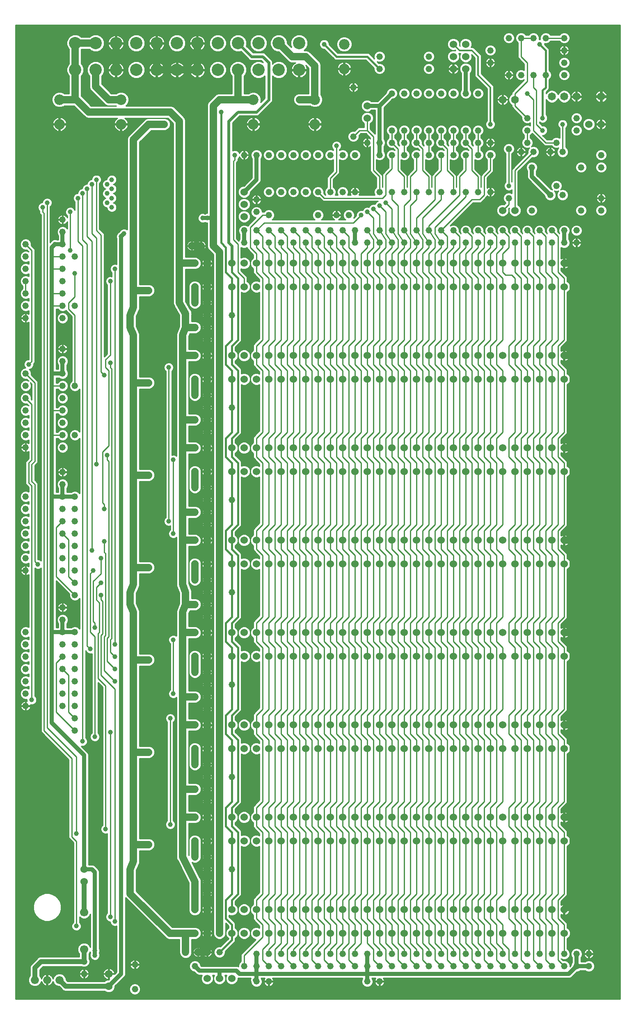
<source format=gbl>
G75*
G70*
%OFA0B0*%
%FSLAX24Y24*%
%IPPOS*%
%LPD*%
%AMOC8*
5,1,8,0,0,1.08239X$1,22.5*
%
%ADD10C,0.1000*%
%ADD11C,0.0520*%
%ADD12C,0.0600*%
%ADD13C,0.0630*%
%ADD14C,0.0860*%
%ADD15C,0.0660*%
%ADD16C,0.0669*%
%ADD17C,0.0650*%
%ADD18C,0.0100*%
%ADD19C,0.0396*%
%ADD20C,0.2500*%
%ADD21C,0.0600*%
%ADD22C,0.0240*%
%ADD23C,0.0320*%
%ADD24C,0.0160*%
%ADD25C,0.0120*%
%ADD26C,0.0400*%
D10*
X005431Y076067D03*
X007084Y076067D03*
X008738Y076067D03*
X010391Y076067D03*
X012045Y076067D03*
X013698Y076067D03*
X015352Y076067D03*
X017005Y076067D03*
X018659Y076067D03*
X020312Y076067D03*
X021966Y076067D03*
X023619Y076067D03*
X023619Y078233D03*
X021966Y078233D03*
X020312Y078233D03*
X018659Y078233D03*
X017005Y078233D03*
X015352Y078233D03*
X013698Y078233D03*
X012045Y078233D03*
X010391Y078233D03*
X008738Y078233D03*
X007084Y078233D03*
X005431Y078233D03*
D11*
X004400Y063900D03*
X004400Y062900D03*
X004400Y061900D03*
X004400Y060900D03*
X004400Y059900D03*
X004400Y058900D03*
X004400Y057900D03*
X004400Y056900D03*
X004400Y055900D03*
X005400Y056900D03*
X004400Y053400D03*
X004400Y052400D03*
X004400Y051400D03*
X004400Y050400D03*
X004400Y049400D03*
X004400Y048400D03*
X004400Y047400D03*
X004400Y046400D03*
X004400Y045400D03*
X005400Y046400D03*
X004400Y043400D03*
X004400Y042400D03*
X004400Y041400D03*
X004400Y040400D03*
X004400Y039400D03*
X005400Y039400D03*
X005400Y040400D03*
X005400Y041400D03*
X005400Y038400D03*
X005400Y037400D03*
X005400Y036400D03*
X005400Y035400D03*
X004400Y035400D03*
X004400Y036400D03*
X004400Y037400D03*
X004400Y038400D03*
X005400Y034400D03*
X005400Y033400D03*
X004400Y032400D03*
X004400Y031400D03*
X004400Y030400D03*
X004400Y029400D03*
X004400Y028400D03*
X004400Y027400D03*
X005400Y027400D03*
X005400Y028400D03*
X005400Y029400D03*
X005400Y030400D03*
X005400Y026400D03*
X005400Y025400D03*
X005400Y024400D03*
X005400Y023400D03*
X004400Y024400D03*
X004400Y025400D03*
X004400Y026400D03*
X005400Y022400D03*
X001400Y024400D03*
X001400Y025400D03*
X001400Y026400D03*
X001400Y027400D03*
X001400Y028400D03*
X001400Y029400D03*
X001400Y030400D03*
X001400Y035400D03*
X001400Y036400D03*
X001400Y037400D03*
X001400Y038400D03*
X001400Y039400D03*
X001400Y040400D03*
X001400Y041400D03*
X001400Y045400D03*
X001400Y046400D03*
X001400Y047400D03*
X001400Y048400D03*
X001400Y049400D03*
X001400Y050400D03*
X001400Y051400D03*
X001400Y055900D03*
X001400Y056900D03*
X001400Y057900D03*
X001400Y058900D03*
X001400Y059900D03*
X001400Y060900D03*
X001400Y061900D03*
X005400Y060900D03*
X005400Y050400D03*
X013900Y061775D03*
X014900Y061775D03*
X015650Y061775D03*
X016650Y061775D03*
X019150Y062025D03*
X019150Y063025D03*
X020150Y063025D03*
X020150Y062025D03*
X021150Y062025D03*
X021150Y063025D03*
X022150Y063025D03*
X022150Y062025D03*
X023150Y062025D03*
X023150Y063025D03*
X024150Y063025D03*
X024150Y062025D03*
X025150Y062025D03*
X025150Y063025D03*
X026150Y063025D03*
X026150Y062025D03*
X027150Y062025D03*
X027150Y063025D03*
X028150Y063025D03*
X028150Y062025D03*
X029150Y062025D03*
X029150Y063025D03*
X030150Y063025D03*
X030150Y062025D03*
X031150Y062025D03*
X031150Y063025D03*
X032150Y063025D03*
X032150Y062025D03*
X033150Y062025D03*
X033150Y063025D03*
X034150Y063025D03*
X034150Y062025D03*
X035150Y062025D03*
X035150Y063025D03*
X036150Y063025D03*
X036150Y062025D03*
X037150Y062025D03*
X037150Y063025D03*
X038150Y063025D03*
X038150Y062025D03*
X039150Y062025D03*
X039150Y063025D03*
X040150Y063025D03*
X040150Y062025D03*
X041150Y062025D03*
X041150Y063025D03*
X042150Y063025D03*
X042150Y062025D03*
X043150Y062025D03*
X043150Y063025D03*
X044150Y063025D03*
X044150Y062025D03*
X045150Y062025D03*
X045150Y063025D03*
X046150Y063025D03*
X046150Y062025D03*
X046525Y064650D03*
X048150Y064650D03*
X048150Y065650D03*
X048150Y068150D03*
X048150Y069150D03*
X046525Y068150D03*
X045025Y069400D03*
X044525Y070150D03*
X044025Y069400D03*
X042650Y069400D03*
X042150Y070150D03*
X041650Y069400D03*
X040650Y069650D03*
X039150Y069150D03*
X039150Y070150D03*
X038150Y070150D03*
X038150Y069150D03*
X037150Y069150D03*
X037150Y070150D03*
X037150Y071150D03*
X036150Y071150D03*
X036150Y070150D03*
X036150Y069150D03*
X035150Y069150D03*
X035150Y070150D03*
X035150Y071150D03*
X034150Y071150D03*
X034150Y070150D03*
X034150Y069150D03*
X033150Y069150D03*
X033150Y070150D03*
X033150Y071150D03*
X032150Y071150D03*
X032150Y070150D03*
X032150Y069150D03*
X031150Y069150D03*
X031150Y070150D03*
X031150Y071150D03*
X030150Y070150D03*
X030150Y069150D03*
X029150Y070150D03*
X028150Y069150D03*
X028025Y070650D03*
X027150Y069150D03*
X026150Y069150D03*
X025150Y069150D03*
X024150Y069150D03*
X023150Y069150D03*
X022150Y069150D03*
X021150Y069150D03*
X020150Y069150D03*
X019150Y069150D03*
X021150Y066150D03*
X022150Y066150D03*
X023150Y066150D03*
X024150Y066150D03*
X025150Y066150D03*
X026150Y066150D03*
X027150Y066150D03*
X028150Y066150D03*
X027650Y064275D03*
X026650Y064275D03*
X025150Y064275D03*
X021150Y064275D03*
X020150Y064525D03*
X020150Y065525D03*
X016150Y057150D03*
X015150Y057150D03*
X016150Y056150D03*
X016150Y055150D03*
X016150Y054150D03*
X015150Y055150D03*
X017150Y054150D03*
X018150Y056150D03*
X016150Y049650D03*
X016150Y048650D03*
X016150Y047650D03*
X016150Y046650D03*
X015150Y047650D03*
X015150Y049650D03*
X017150Y046650D03*
X018150Y048650D03*
X016150Y042150D03*
X016150Y041150D03*
X016150Y040150D03*
X015150Y040150D03*
X016150Y039150D03*
X017150Y039150D03*
X018150Y041150D03*
X015150Y042150D03*
X015150Y034650D03*
X016150Y034650D03*
X016150Y033650D03*
X016150Y032650D03*
X016150Y031650D03*
X015150Y032650D03*
X017150Y031650D03*
X018150Y033650D03*
X016150Y027150D03*
X016150Y026150D03*
X016150Y025150D03*
X016150Y024150D03*
X015150Y025150D03*
X015150Y027150D03*
X017150Y024150D03*
X018150Y026150D03*
X016150Y019650D03*
X016150Y018650D03*
X015150Y019650D03*
X015150Y017650D03*
X016150Y017650D03*
X016150Y016650D03*
X017150Y016650D03*
X018150Y018650D03*
X016150Y012150D03*
X015150Y012150D03*
X016150Y011150D03*
X016150Y010150D03*
X016150Y009150D03*
X015150Y010150D03*
X017150Y009150D03*
X018150Y011150D03*
X017150Y004400D03*
X016150Y004400D03*
X015400Y004400D03*
X015150Y003275D03*
X014400Y004400D03*
X010275Y003400D03*
X010275Y001400D03*
X006150Y002650D03*
X006150Y003650D03*
X019150Y003275D03*
X020150Y003275D03*
X020150Y004275D03*
X021150Y004275D03*
X021150Y003275D03*
X022150Y003275D03*
X022150Y004275D03*
X023150Y004275D03*
X023150Y003275D03*
X024150Y003275D03*
X024150Y004275D03*
X025150Y004275D03*
X025150Y003275D03*
X026150Y003275D03*
X026150Y004275D03*
X027150Y004275D03*
X027150Y003275D03*
X028150Y003275D03*
X028150Y004275D03*
X029150Y004275D03*
X029150Y003275D03*
X030150Y003275D03*
X030150Y004275D03*
X031150Y004275D03*
X031150Y003275D03*
X032150Y003275D03*
X032150Y004275D03*
X033150Y004275D03*
X033150Y003275D03*
X034150Y003275D03*
X034150Y004275D03*
X035150Y004275D03*
X035150Y003275D03*
X036150Y003275D03*
X036150Y004275D03*
X037150Y004275D03*
X037150Y003275D03*
X038150Y003275D03*
X038150Y004275D03*
X039150Y004275D03*
X039150Y003275D03*
X040150Y003275D03*
X040150Y004275D03*
X041150Y004275D03*
X041150Y003275D03*
X042150Y003275D03*
X042150Y004275D03*
X043150Y004275D03*
X043150Y003275D03*
X044150Y003275D03*
X044150Y004275D03*
X045150Y004275D03*
X045150Y003275D03*
X046150Y003275D03*
X046150Y004275D03*
X047150Y004275D03*
X047150Y003275D03*
X030150Y002025D03*
X029150Y002025D03*
X021150Y002025D03*
X020150Y002025D03*
X042525Y064650D03*
X044025Y065900D03*
X044525Y066650D03*
X045025Y065900D03*
X042525Y068150D03*
X040650Y065650D03*
X039150Y066150D03*
X038150Y066150D03*
X037150Y066150D03*
X036150Y066150D03*
X035150Y066150D03*
X034150Y066150D03*
X033150Y066150D03*
X032150Y066150D03*
X031150Y066150D03*
X030150Y066150D03*
X031150Y074150D03*
X032150Y074150D03*
X033150Y074150D03*
X034150Y074150D03*
X035150Y074150D03*
X036150Y074150D03*
X037150Y074150D03*
X038150Y074150D03*
X039150Y076650D03*
X039150Y077650D03*
X040650Y078650D03*
X041650Y078650D03*
X042650Y078650D03*
X043650Y078650D03*
X045150Y078650D03*
X045150Y077650D03*
X045150Y076650D03*
X045150Y075650D03*
X043650Y075650D03*
X042650Y075650D03*
X041650Y075650D03*
X040650Y075650D03*
X042150Y072150D03*
X042150Y071150D03*
X046150Y071150D03*
X046150Y072150D03*
X038150Y071150D03*
X034150Y076150D03*
X034150Y077150D03*
X030150Y077150D03*
X030150Y076150D03*
X028025Y074650D03*
D12*
X029150Y073150D03*
X029150Y072150D03*
X024275Y073650D03*
X023650Y073650D03*
X019150Y066150D03*
X019150Y065150D03*
X019150Y064150D03*
X019150Y060355D03*
X018150Y060355D03*
X017150Y060355D03*
X016150Y060355D03*
X015150Y060355D03*
X015150Y058445D03*
X016150Y058445D03*
X017150Y058445D03*
X018150Y058445D03*
X019150Y058445D03*
X020150Y058445D03*
X021150Y058445D03*
X022150Y058445D03*
X023150Y058445D03*
X024150Y058445D03*
X025150Y058445D03*
X026150Y058445D03*
X027150Y058445D03*
X028150Y058445D03*
X029150Y058445D03*
X030150Y058445D03*
X031150Y058445D03*
X032150Y058445D03*
X033150Y058445D03*
X034150Y058445D03*
X035150Y058445D03*
X036150Y058445D03*
X037150Y058445D03*
X038150Y058445D03*
X039150Y058445D03*
X040150Y058445D03*
X041150Y058445D03*
X042150Y058445D03*
X043150Y058445D03*
X044150Y058445D03*
X045150Y058445D03*
X045150Y060355D03*
X044150Y060355D03*
X043150Y060355D03*
X042150Y060355D03*
X041150Y060355D03*
X040150Y060355D03*
X039150Y060355D03*
X038150Y060355D03*
X037150Y060355D03*
X036150Y060355D03*
X035150Y060355D03*
X034150Y060355D03*
X033150Y060355D03*
X032150Y060355D03*
X031150Y060355D03*
X030150Y060355D03*
X029150Y060355D03*
X028150Y060355D03*
X027150Y060355D03*
X026150Y060355D03*
X025150Y060355D03*
X024150Y060355D03*
X023150Y060355D03*
X022150Y060355D03*
X021150Y060355D03*
X020150Y060355D03*
X020150Y052855D03*
X019150Y052855D03*
X018150Y052855D03*
X017150Y052855D03*
X016150Y052855D03*
X015150Y052855D03*
X015150Y050945D03*
X016150Y050945D03*
X017150Y050945D03*
X018150Y050945D03*
X019150Y050945D03*
X020150Y050945D03*
X021150Y050945D03*
X022150Y050945D03*
X023150Y050945D03*
X024150Y050945D03*
X025150Y050945D03*
X026150Y050945D03*
X027150Y050945D03*
X028150Y050945D03*
X029150Y050945D03*
X030150Y050945D03*
X031150Y050945D03*
X032150Y050945D03*
X033150Y050945D03*
X034150Y050945D03*
X035150Y050945D03*
X036150Y050945D03*
X037150Y050945D03*
X038150Y050945D03*
X039150Y050945D03*
X040150Y050945D03*
X041150Y050945D03*
X042150Y050945D03*
X043150Y050945D03*
X044150Y050945D03*
X045150Y050945D03*
X045150Y052855D03*
X044150Y052855D03*
X043150Y052855D03*
X042150Y052855D03*
X041150Y052855D03*
X040150Y052855D03*
X039150Y052855D03*
X038150Y052855D03*
X037150Y052855D03*
X036150Y052855D03*
X035150Y052855D03*
X034150Y052855D03*
X033150Y052855D03*
X032150Y052855D03*
X031150Y052855D03*
X030150Y052855D03*
X029150Y052855D03*
X028150Y052855D03*
X027150Y052855D03*
X026150Y052855D03*
X025150Y052855D03*
X024150Y052855D03*
X023150Y052855D03*
X022150Y052855D03*
X021150Y052855D03*
X021150Y045355D03*
X022150Y045355D03*
X023150Y045355D03*
X024150Y045355D03*
X025150Y045355D03*
X026150Y045355D03*
X027150Y045355D03*
X028150Y045355D03*
X029150Y045355D03*
X030150Y045355D03*
X031150Y045355D03*
X032150Y045355D03*
X033150Y045355D03*
X034150Y045355D03*
X035150Y045355D03*
X036150Y045355D03*
X037150Y045355D03*
X038150Y045355D03*
X039150Y045355D03*
X040150Y045355D03*
X041150Y045355D03*
X042150Y045355D03*
X043150Y045355D03*
X044150Y045355D03*
X045150Y045355D03*
X045150Y043445D03*
X044150Y043445D03*
X043150Y043445D03*
X042150Y043445D03*
X041150Y043445D03*
X040150Y043445D03*
X039150Y043445D03*
X038150Y043445D03*
X037150Y043445D03*
X036150Y043445D03*
X035150Y043445D03*
X034150Y043445D03*
X033150Y043445D03*
X032150Y043445D03*
X031150Y043445D03*
X030150Y043445D03*
X029150Y043445D03*
X028150Y043445D03*
X027150Y043445D03*
X026150Y043445D03*
X025150Y043445D03*
X024150Y043445D03*
X023150Y043445D03*
X022150Y043445D03*
X021150Y043445D03*
X020150Y043445D03*
X019150Y043445D03*
X018150Y043445D03*
X017150Y043445D03*
X016150Y043445D03*
X015150Y043445D03*
X015150Y045355D03*
X016150Y045355D03*
X017150Y045355D03*
X018150Y045355D03*
X019150Y045355D03*
X020150Y045355D03*
X020150Y037855D03*
X019150Y037855D03*
X018150Y037855D03*
X017150Y037855D03*
X016150Y037855D03*
X015150Y037855D03*
X015150Y035945D03*
X016150Y035945D03*
X017150Y035945D03*
X018150Y035945D03*
X019150Y035945D03*
X020150Y035945D03*
X021150Y035945D03*
X022150Y035945D03*
X023150Y035945D03*
X024150Y035945D03*
X025150Y035945D03*
X026150Y035945D03*
X027150Y035945D03*
X028150Y035945D03*
X029150Y035945D03*
X030150Y035945D03*
X031150Y035945D03*
X032150Y035945D03*
X033150Y035945D03*
X034150Y035945D03*
X035150Y035945D03*
X036150Y035945D03*
X037150Y035945D03*
X038150Y035945D03*
X039150Y035945D03*
X040150Y035945D03*
X041150Y035945D03*
X042150Y035945D03*
X043150Y035945D03*
X044150Y035945D03*
X045150Y035945D03*
X045150Y037855D03*
X044150Y037855D03*
X043150Y037855D03*
X042150Y037855D03*
X041150Y037855D03*
X040150Y037855D03*
X039150Y037855D03*
X038150Y037855D03*
X037150Y037855D03*
X036150Y037855D03*
X035150Y037855D03*
X034150Y037855D03*
X033150Y037855D03*
X032150Y037855D03*
X031150Y037855D03*
X030150Y037855D03*
X029150Y037855D03*
X028150Y037855D03*
X027150Y037855D03*
X026150Y037855D03*
X025150Y037855D03*
X024150Y037855D03*
X023150Y037855D03*
X022150Y037855D03*
X021150Y037855D03*
X021150Y030355D03*
X022150Y030355D03*
X023150Y030355D03*
X024150Y030355D03*
X025150Y030355D03*
X026150Y030355D03*
X027150Y030355D03*
X028150Y030355D03*
X029150Y030355D03*
X030150Y030355D03*
X031150Y030355D03*
X032150Y030355D03*
X033150Y030355D03*
X034150Y030355D03*
X035150Y030355D03*
X036150Y030355D03*
X037150Y030355D03*
X038150Y030355D03*
X039150Y030355D03*
X040150Y030355D03*
X041150Y030355D03*
X042150Y030355D03*
X043150Y030355D03*
X044150Y030355D03*
X045150Y030355D03*
X045150Y028445D03*
X044150Y028445D03*
X043150Y028445D03*
X042150Y028445D03*
X041150Y028445D03*
X040150Y028445D03*
X039150Y028445D03*
X038150Y028445D03*
X037150Y028445D03*
X036150Y028445D03*
X035150Y028445D03*
X034150Y028445D03*
X033150Y028445D03*
X032150Y028445D03*
X031150Y028445D03*
X030150Y028445D03*
X029150Y028445D03*
X028150Y028445D03*
X027150Y028445D03*
X026150Y028445D03*
X025150Y028445D03*
X024150Y028445D03*
X023150Y028445D03*
X022150Y028445D03*
X021150Y028445D03*
X020150Y028445D03*
X019150Y028445D03*
X018150Y028445D03*
X017150Y028445D03*
X016150Y028445D03*
X015150Y028445D03*
X015150Y030355D03*
X016150Y030355D03*
X017150Y030355D03*
X018150Y030355D03*
X019150Y030355D03*
X020150Y030355D03*
X020150Y022855D03*
X019150Y022855D03*
X018150Y022855D03*
X017150Y022855D03*
X016150Y022855D03*
X015150Y022855D03*
X015150Y020945D03*
X016150Y020945D03*
X017150Y020945D03*
X018150Y020945D03*
X019150Y020945D03*
X020150Y020945D03*
X021150Y020945D03*
X022150Y020945D03*
X023150Y020945D03*
X024150Y020945D03*
X025150Y020945D03*
X026150Y020945D03*
X027150Y020945D03*
X028150Y020945D03*
X029150Y020945D03*
X030150Y020945D03*
X031150Y020945D03*
X032150Y020945D03*
X033150Y020945D03*
X034150Y020945D03*
X035150Y020945D03*
X036150Y020945D03*
X037150Y020945D03*
X038150Y020945D03*
X039150Y020945D03*
X040150Y020945D03*
X041150Y020945D03*
X042150Y020945D03*
X043150Y020945D03*
X044150Y020945D03*
X045150Y020945D03*
X045150Y022855D03*
X044150Y022855D03*
X043150Y022855D03*
X042150Y022855D03*
X041150Y022855D03*
X040150Y022855D03*
X039150Y022855D03*
X038150Y022855D03*
X037150Y022855D03*
X036150Y022855D03*
X035150Y022855D03*
X034150Y022855D03*
X033150Y022855D03*
X032150Y022855D03*
X031150Y022855D03*
X030150Y022855D03*
X029150Y022855D03*
X028150Y022855D03*
X027150Y022855D03*
X026150Y022855D03*
X025150Y022855D03*
X024150Y022855D03*
X023150Y022855D03*
X022150Y022855D03*
X021150Y022855D03*
X021150Y015355D03*
X022150Y015355D03*
X023150Y015355D03*
X024150Y015355D03*
X025150Y015355D03*
X026150Y015355D03*
X027150Y015355D03*
X028150Y015355D03*
X029150Y015355D03*
X030150Y015355D03*
X031150Y015355D03*
X032150Y015355D03*
X033150Y015355D03*
X034150Y015355D03*
X035150Y015355D03*
X036150Y015355D03*
X037150Y015355D03*
X038150Y015355D03*
X039150Y015355D03*
X040150Y015355D03*
X041150Y015355D03*
X042150Y015355D03*
X043150Y015355D03*
X044150Y015355D03*
X045150Y015355D03*
X045150Y013445D03*
X044150Y013445D03*
X043150Y013445D03*
X042150Y013445D03*
X041150Y013445D03*
X040150Y013445D03*
X039150Y013445D03*
X038150Y013445D03*
X037150Y013445D03*
X036150Y013445D03*
X035150Y013445D03*
X034150Y013445D03*
X033150Y013445D03*
X032150Y013445D03*
X031150Y013445D03*
X030150Y013445D03*
X029150Y013445D03*
X028150Y013445D03*
X027150Y013445D03*
X026150Y013445D03*
X025150Y013445D03*
X024150Y013445D03*
X023150Y013445D03*
X022150Y013445D03*
X021150Y013445D03*
X020150Y013445D03*
X019150Y013445D03*
X018150Y013445D03*
X017150Y013445D03*
X016150Y013445D03*
X015150Y013445D03*
X015150Y015355D03*
X016150Y015355D03*
X017150Y015355D03*
X018150Y015355D03*
X019150Y015355D03*
X020150Y015355D03*
X020150Y007855D03*
X019150Y007855D03*
X018150Y007855D03*
X017150Y007855D03*
X016150Y007855D03*
X015150Y007855D03*
X015150Y005945D03*
X016150Y005945D03*
X017150Y005945D03*
X018150Y005945D03*
X019150Y005945D03*
X020150Y005945D03*
X021150Y005945D03*
X022150Y005945D03*
X023150Y005945D03*
X024150Y005945D03*
X025150Y005945D03*
X026150Y005945D03*
X027150Y005945D03*
X028150Y005945D03*
X029150Y005945D03*
X030150Y005945D03*
X031150Y005945D03*
X032150Y005945D03*
X033150Y005945D03*
X034150Y005945D03*
X035150Y005945D03*
X036150Y005945D03*
X037150Y005945D03*
X038150Y005945D03*
X039150Y005945D03*
X040150Y005945D03*
X041150Y005945D03*
X042150Y005945D03*
X043150Y005945D03*
X044150Y005945D03*
X045150Y005945D03*
X045150Y007855D03*
X044150Y007855D03*
X043150Y007855D03*
X042150Y007855D03*
X041150Y007855D03*
X040150Y007855D03*
X039150Y007855D03*
X038150Y007855D03*
X037150Y007855D03*
X036150Y007855D03*
X035150Y007855D03*
X034150Y007855D03*
X033150Y007855D03*
X032150Y007855D03*
X031150Y007855D03*
X030150Y007855D03*
X029150Y007855D03*
X028150Y007855D03*
X027150Y007855D03*
X026150Y007855D03*
X025150Y007855D03*
X024150Y007855D03*
X023150Y007855D03*
X022150Y007855D03*
X021150Y007855D03*
X018150Y002275D03*
X017150Y002275D03*
X016150Y002275D03*
X011400Y013150D03*
X010775Y013150D03*
X006150Y011150D03*
X006150Y010150D03*
X010775Y020650D03*
X011400Y020650D03*
X011400Y028150D03*
X010775Y028150D03*
X010775Y035650D03*
X011400Y035650D03*
X011400Y043150D03*
X010775Y043150D03*
X010775Y050650D03*
X011400Y050650D03*
X011400Y058150D03*
X010775Y058150D03*
X011400Y071650D03*
X012025Y071650D03*
X012650Y071650D03*
X036150Y076150D03*
X036150Y077150D03*
X036150Y078150D03*
X037150Y078150D03*
X037150Y077150D03*
X037150Y076150D03*
X040150Y064650D03*
X041150Y064650D03*
X047150Y071650D03*
X048150Y071650D03*
D13*
X041150Y073650D03*
X040150Y073650D03*
X008150Y002650D03*
X008150Y001650D03*
D14*
X009150Y071650D03*
X009150Y073650D03*
X004150Y073650D03*
X004150Y071650D03*
X019900Y071650D03*
X019900Y073650D03*
X024900Y073650D03*
X024900Y071650D03*
X027275Y076150D03*
X027275Y078150D03*
D15*
X004150Y002150D03*
X003150Y002150D03*
X002150Y002150D03*
D16*
X006150Y004650D03*
X006150Y007650D03*
D17*
X044150Y073900D03*
X045150Y073900D03*
X046150Y073900D03*
X048150Y073900D03*
D18*
X000600Y079700D02*
X000600Y000600D01*
X049700Y000600D01*
X049700Y079700D01*
X000600Y079700D01*
X000600Y079640D02*
X049700Y079640D01*
X049700Y079541D02*
X000600Y079541D01*
X000600Y079443D02*
X049700Y079443D01*
X049700Y079344D02*
X000600Y079344D01*
X000600Y079246D02*
X049700Y079246D01*
X049700Y079147D02*
X000600Y079147D01*
X000600Y079049D02*
X040411Y079049D01*
X040389Y079040D02*
X040260Y078911D01*
X040190Y078741D01*
X040190Y078558D01*
X040260Y078389D01*
X040389Y078260D01*
X040558Y078190D01*
X040741Y078190D01*
X040911Y078260D01*
X041040Y078389D01*
X041110Y078558D01*
X041110Y078741D01*
X041040Y078911D01*
X040911Y079040D01*
X040741Y079110D01*
X040558Y079110D01*
X040389Y079040D01*
X040300Y078950D02*
X000600Y078950D01*
X000600Y078852D02*
X005096Y078852D01*
X005034Y078826D02*
X004837Y078629D01*
X004731Y078372D01*
X004731Y078093D01*
X004837Y077836D01*
X004931Y077743D01*
X004931Y076557D01*
X004837Y076464D01*
X004731Y076207D01*
X004731Y075928D01*
X004837Y075671D01*
X004931Y075577D01*
X004931Y074150D01*
X004541Y074150D01*
X004507Y074184D01*
X004275Y074280D01*
X004025Y074280D01*
X003793Y074184D01*
X003616Y074007D01*
X003520Y073775D01*
X003520Y073525D01*
X003616Y073293D01*
X003793Y073116D01*
X004025Y073020D01*
X004275Y073020D01*
X004507Y073116D01*
X004541Y073150D01*
X005318Y073150D01*
X006242Y072226D01*
X006426Y072150D01*
X008854Y072150D01*
X008846Y072146D01*
X008772Y072092D01*
X008708Y072028D01*
X008654Y071954D01*
X008612Y071873D01*
X008584Y071786D01*
X008571Y071700D01*
X009100Y071700D01*
X009100Y071600D01*
X009200Y071600D01*
X009200Y071700D01*
X009729Y071700D01*
X009716Y071786D01*
X009688Y071873D01*
X009646Y071954D01*
X009592Y072028D01*
X009528Y072092D01*
X009454Y072146D01*
X009446Y072150D01*
X012943Y072150D01*
X013400Y071693D01*
X013400Y057217D01*
X013391Y057186D01*
X013400Y057118D01*
X013400Y057051D01*
X013412Y057021D01*
X013417Y056988D01*
X013450Y056929D01*
X013476Y056867D01*
X013499Y056844D01*
X013900Y056142D01*
X013900Y055246D01*
X013687Y054714D01*
X013650Y054624D01*
X013650Y054621D01*
X013649Y054618D01*
X013650Y054522D01*
X013650Y044713D01*
X013626Y044738D01*
X013479Y044798D01*
X013321Y044798D01*
X013275Y044779D01*
X013275Y051587D01*
X013363Y051674D01*
X013423Y051821D01*
X013423Y051979D01*
X013363Y052126D01*
X013251Y052238D01*
X013104Y052298D01*
X012946Y052298D01*
X012799Y052238D01*
X012687Y052126D01*
X012627Y051979D01*
X012627Y051821D01*
X012687Y051674D01*
X012775Y051587D01*
X012775Y039713D01*
X012687Y039626D01*
X012627Y039479D01*
X012627Y039321D01*
X012687Y039174D01*
X012799Y039062D01*
X012946Y039002D01*
X013104Y039002D01*
X013150Y039021D01*
X013150Y038713D01*
X013062Y038626D01*
X013002Y038479D01*
X013002Y038321D01*
X013062Y038174D01*
X013174Y038062D01*
X013321Y038002D01*
X013479Y038002D01*
X013626Y038062D01*
X013650Y038087D01*
X013650Y034278D01*
X013649Y034182D01*
X013650Y034179D01*
X013650Y034176D01*
X013687Y034086D01*
X013900Y033554D01*
X013900Y032746D01*
X013687Y032214D01*
X013650Y032124D01*
X013650Y032121D01*
X013649Y032118D01*
X013650Y032022D01*
X013650Y030088D01*
X013626Y030113D01*
X013479Y030173D01*
X013321Y030173D01*
X013174Y030113D01*
X013062Y030001D01*
X013002Y029854D01*
X013002Y029696D01*
X013062Y029549D01*
X013150Y029462D01*
X013150Y025713D01*
X013062Y025626D01*
X013002Y025479D01*
X013002Y025321D01*
X013062Y025174D01*
X013174Y025062D01*
X013321Y025002D01*
X013479Y025002D01*
X013626Y025062D01*
X013650Y025087D01*
X013650Y012231D01*
X013644Y012214D01*
X013650Y012132D01*
X013650Y012051D01*
X013657Y012034D01*
X013658Y012015D01*
X013695Y011942D01*
X013726Y011867D01*
X013739Y011854D01*
X014650Y010032D01*
X014650Y007756D01*
X014726Y007572D01*
X014867Y007431D01*
X015051Y007355D01*
X015249Y007355D01*
X015433Y007431D01*
X015574Y007572D01*
X015650Y007756D01*
X015650Y010069D01*
X015656Y010086D01*
X015650Y010168D01*
X015650Y010249D01*
X015643Y010266D01*
X015642Y010285D01*
X015605Y010358D01*
X015574Y010433D01*
X015561Y010446D01*
X014935Y011698D01*
X015051Y011650D01*
X015249Y011650D01*
X015433Y011726D01*
X015574Y011867D01*
X015650Y012051D01*
X015650Y013544D01*
X015574Y013728D01*
X015433Y013869D01*
X015249Y013945D01*
X015051Y013945D01*
X014867Y013869D01*
X014726Y013728D01*
X014650Y013544D01*
X014650Y012268D01*
X014650Y012268D01*
X014650Y014855D01*
X015249Y014855D01*
X015433Y014931D01*
X015574Y015072D01*
X015650Y015256D01*
X015650Y015454D01*
X015574Y015638D01*
X015433Y015779D01*
X015249Y015855D01*
X014650Y015855D01*
X014650Y017150D01*
X015249Y017150D01*
X015433Y017226D01*
X015574Y017367D01*
X015650Y017551D01*
X015650Y017749D01*
X015574Y017933D01*
X015433Y018074D01*
X015249Y018150D01*
X014650Y018150D01*
X014650Y022355D01*
X015249Y022355D01*
X015433Y022431D01*
X015574Y022572D01*
X015650Y022756D01*
X015650Y022954D01*
X015574Y023138D01*
X015433Y023279D01*
X015249Y023355D01*
X014650Y023355D01*
X014650Y024650D01*
X015249Y024650D01*
X015433Y024726D01*
X015574Y024867D01*
X015650Y025051D01*
X015650Y025249D01*
X015574Y025433D01*
X015433Y025574D01*
X015249Y025650D01*
X014650Y025650D01*
X014650Y029855D01*
X015249Y029855D01*
X015433Y029931D01*
X015574Y030072D01*
X015650Y030256D01*
X015650Y030454D01*
X015574Y030638D01*
X015433Y030779D01*
X015249Y030855D01*
X014650Y030855D01*
X014650Y031929D01*
X014739Y032150D01*
X015249Y032150D01*
X015433Y032226D01*
X015574Y032367D01*
X015650Y032551D01*
X015650Y032749D01*
X015574Y032933D01*
X015433Y033074D01*
X015249Y033150D01*
X014900Y033150D01*
X014900Y033647D01*
X014901Y033743D01*
X014900Y033746D01*
X014900Y033749D01*
X014863Y033839D01*
X014650Y034371D01*
X014650Y037355D01*
X015249Y037355D01*
X015433Y037431D01*
X015574Y037572D01*
X015650Y037756D01*
X015650Y037954D01*
X015574Y038138D01*
X015433Y038279D01*
X015249Y038355D01*
X014650Y038355D01*
X014650Y039650D01*
X015249Y039650D01*
X015433Y039726D01*
X015574Y039867D01*
X015650Y040051D01*
X015650Y040249D01*
X015574Y040433D01*
X015433Y040574D01*
X015249Y040650D01*
X014650Y040650D01*
X014650Y044855D01*
X015249Y044855D01*
X015433Y044931D01*
X015574Y045072D01*
X015650Y045256D01*
X015650Y045454D01*
X015574Y045638D01*
X015433Y045779D01*
X015249Y045855D01*
X014650Y045855D01*
X014650Y047150D01*
X015249Y047150D01*
X015433Y047226D01*
X015574Y047367D01*
X015650Y047551D01*
X015650Y047749D01*
X015574Y047933D01*
X015433Y048074D01*
X015249Y048150D01*
X014650Y048150D01*
X014650Y052355D01*
X015249Y052355D01*
X015433Y052431D01*
X015574Y052572D01*
X015650Y052756D01*
X015650Y052954D01*
X015574Y053138D01*
X015433Y053279D01*
X015249Y053355D01*
X014650Y053355D01*
X014650Y054429D01*
X014739Y054650D01*
X015249Y054650D01*
X015433Y054726D01*
X015574Y054867D01*
X015650Y055051D01*
X015650Y055249D01*
X015574Y055433D01*
X015433Y055574D01*
X015249Y055650D01*
X014900Y055650D01*
X014900Y056208D01*
X014909Y056239D01*
X014900Y056307D01*
X014900Y056374D01*
X014888Y056404D01*
X014883Y056437D01*
X014850Y056496D01*
X014824Y056558D01*
X014801Y056581D01*
X014400Y057283D01*
X014400Y059855D01*
X015249Y059855D01*
X015433Y059931D01*
X015574Y060072D01*
X015650Y060256D01*
X015650Y060454D01*
X015574Y060638D01*
X015433Y060779D01*
X015249Y060855D01*
X014400Y060855D01*
X014400Y071999D01*
X014324Y072183D01*
X013574Y072933D01*
X013433Y073074D01*
X013249Y073150D01*
X009541Y073150D01*
X009684Y073293D01*
X009780Y073525D01*
X009780Y073775D01*
X009684Y074007D01*
X009507Y074184D01*
X009275Y074280D01*
X009025Y074280D01*
X008793Y074184D01*
X008759Y074150D01*
X008357Y074150D01*
X007584Y074923D01*
X007584Y075577D01*
X007677Y075671D01*
X007784Y075928D01*
X007784Y076207D01*
X007677Y076464D01*
X007481Y076661D01*
X007223Y076767D01*
X006945Y076767D01*
X006688Y076661D01*
X006491Y076464D01*
X006384Y076207D01*
X006384Y075928D01*
X006491Y075671D01*
X006584Y075577D01*
X006584Y074616D01*
X005931Y074616D01*
X005931Y074518D02*
X006625Y074518D01*
X006660Y074433D02*
X007726Y073367D01*
X007867Y073226D01*
X008051Y073150D01*
X008759Y073150D01*
X008759Y073150D01*
X006732Y073150D01*
X005949Y073933D01*
X005931Y073952D01*
X005931Y075577D01*
X006024Y075671D01*
X006131Y075928D01*
X006131Y076207D01*
X006024Y076464D01*
X005931Y076557D01*
X005931Y077733D01*
X006594Y077733D01*
X006688Y077639D01*
X006945Y077533D01*
X007223Y077533D01*
X007481Y077639D01*
X007677Y077836D01*
X007784Y078093D01*
X007784Y078372D01*
X007677Y078629D01*
X007481Y078826D01*
X007223Y078933D01*
X006945Y078933D01*
X006688Y078826D01*
X006594Y078733D01*
X005920Y078733D01*
X005827Y078826D01*
X005570Y078933D01*
X005291Y078933D01*
X005034Y078826D01*
X004961Y078753D02*
X000600Y078753D01*
X000600Y078655D02*
X004863Y078655D01*
X004807Y078556D02*
X000600Y078556D01*
X000600Y078458D02*
X004766Y078458D01*
X004731Y078359D02*
X000600Y078359D01*
X000600Y078261D02*
X004731Y078261D01*
X004731Y078162D02*
X000600Y078162D01*
X000600Y078064D02*
X004743Y078064D01*
X004784Y077965D02*
X000600Y077965D01*
X000600Y077867D02*
X004824Y077867D01*
X004905Y077768D02*
X000600Y077768D01*
X000600Y077670D02*
X004931Y077670D01*
X004931Y077571D02*
X000600Y077571D01*
X000600Y077473D02*
X004931Y077473D01*
X004931Y077374D02*
X000600Y077374D01*
X000600Y077276D02*
X004931Y077276D01*
X004931Y077177D02*
X000600Y077177D01*
X000600Y077079D02*
X004931Y077079D01*
X004931Y076980D02*
X000600Y076980D01*
X000600Y076882D02*
X004931Y076882D01*
X004931Y076783D02*
X000600Y076783D01*
X000600Y076685D02*
X004931Y076685D01*
X004931Y076586D02*
X000600Y076586D01*
X000600Y076488D02*
X004861Y076488D01*
X004806Y076389D02*
X000600Y076389D01*
X000600Y076291D02*
X004765Y076291D01*
X004731Y076192D02*
X000600Y076192D01*
X000600Y076094D02*
X004731Y076094D01*
X004731Y075995D02*
X000600Y075995D01*
X000600Y075897D02*
X004744Y075897D01*
X004784Y075798D02*
X000600Y075798D01*
X000600Y075700D02*
X004825Y075700D01*
X004907Y075601D02*
X000600Y075601D01*
X000600Y075503D02*
X004931Y075503D01*
X004931Y075404D02*
X000600Y075404D01*
X000600Y075306D02*
X004931Y075306D01*
X004931Y075207D02*
X000600Y075207D01*
X000600Y075109D02*
X004931Y075109D01*
X004931Y075010D02*
X000600Y075010D01*
X000600Y074912D02*
X004931Y074912D01*
X004931Y074813D02*
X000600Y074813D01*
X000600Y074715D02*
X004931Y074715D01*
X004931Y074616D02*
X000600Y074616D01*
X000600Y074518D02*
X004931Y074518D01*
X004931Y074419D02*
X000600Y074419D01*
X000600Y074321D02*
X004931Y074321D01*
X004931Y074222D02*
X004415Y074222D01*
X003885Y074222D02*
X000600Y074222D01*
X000600Y074124D02*
X003733Y074124D01*
X003634Y074025D02*
X000600Y074025D01*
X000600Y073927D02*
X003583Y073927D01*
X003542Y073828D02*
X000600Y073828D01*
X000600Y073730D02*
X003520Y073730D01*
X003520Y073631D02*
X000600Y073631D01*
X000600Y073533D02*
X003520Y073533D01*
X003557Y073434D02*
X000600Y073434D01*
X000600Y073336D02*
X003598Y073336D01*
X003672Y073237D02*
X000600Y073237D01*
X000600Y073139D02*
X003770Y073139D01*
X003976Y073040D02*
X000600Y073040D01*
X000600Y072942D02*
X005526Y072942D01*
X005428Y073040D02*
X004324Y073040D01*
X004530Y073139D02*
X005329Y073139D01*
X005625Y072843D02*
X000600Y072843D01*
X000600Y072745D02*
X005723Y072745D01*
X005822Y072646D02*
X000600Y072646D01*
X000600Y072548D02*
X005920Y072548D01*
X006019Y072449D02*
X000600Y072449D01*
X000600Y072351D02*
X006117Y072351D01*
X006216Y072252D02*
X000600Y072252D01*
X000600Y072154D02*
X003861Y072154D01*
X003846Y072146D02*
X003772Y072092D01*
X003708Y072028D01*
X003654Y071954D01*
X003612Y071873D01*
X003584Y071786D01*
X003571Y071700D01*
X004100Y071700D01*
X004100Y072229D01*
X004014Y072216D01*
X003927Y072188D01*
X003846Y072146D01*
X003735Y072055D02*
X000600Y072055D01*
X000600Y071957D02*
X003656Y071957D01*
X003608Y071858D02*
X000600Y071858D01*
X000600Y071760D02*
X003580Y071760D01*
X003571Y071600D02*
X003584Y071514D01*
X003612Y071427D01*
X003654Y071346D01*
X003708Y071272D01*
X003772Y071208D01*
X003846Y071154D01*
X003927Y071112D01*
X004014Y071084D01*
X004100Y071071D01*
X004100Y071600D01*
X003571Y071600D01*
X003577Y071563D02*
X000600Y071563D01*
X000600Y071661D02*
X004100Y071661D01*
X004100Y071700D02*
X004100Y071600D01*
X004200Y071600D01*
X004200Y071700D01*
X004100Y071700D01*
X004100Y071760D02*
X004200Y071760D01*
X004200Y071700D02*
X004200Y072229D01*
X004286Y072216D01*
X004373Y072188D01*
X004454Y072146D01*
X004528Y072092D01*
X004592Y072028D01*
X004646Y071954D01*
X004688Y071873D01*
X004716Y071786D01*
X004729Y071700D01*
X004200Y071700D01*
X004200Y071661D02*
X009100Y071661D01*
X009100Y071600D02*
X008571Y071600D01*
X008584Y071514D01*
X008612Y071427D01*
X008654Y071346D01*
X008708Y071272D01*
X008772Y071208D01*
X008846Y071154D01*
X008927Y071112D01*
X009014Y071084D01*
X009100Y071071D01*
X009100Y071600D01*
X009100Y071563D02*
X009200Y071563D01*
X009200Y071600D02*
X009200Y071071D01*
X009286Y071084D01*
X009373Y071112D01*
X009454Y071154D01*
X009528Y071208D01*
X009592Y071272D01*
X009646Y071346D01*
X009688Y071427D01*
X009716Y071514D01*
X009729Y071600D01*
X009200Y071600D01*
X009200Y071661D02*
X010704Y071661D01*
X010606Y071563D02*
X009723Y071563D01*
X009699Y071464D02*
X010507Y071464D01*
X010409Y071366D02*
X009656Y071366D01*
X009587Y071267D02*
X010310Y071267D01*
X010212Y071169D02*
X009474Y071169D01*
X009200Y071169D02*
X009100Y071169D01*
X009100Y071267D02*
X009200Y071267D01*
X009200Y071366D02*
X009100Y071366D01*
X009100Y071464D02*
X009200Y071464D01*
X008826Y071169D02*
X004474Y071169D01*
X004454Y071154D02*
X004528Y071208D01*
X004592Y071272D01*
X004646Y071346D01*
X004688Y071427D01*
X004716Y071514D01*
X004729Y071600D01*
X004200Y071600D01*
X004200Y071071D01*
X004286Y071084D01*
X004373Y071112D01*
X004454Y071154D01*
X004587Y071267D02*
X008713Y071267D01*
X008644Y071366D02*
X004656Y071366D01*
X004699Y071464D02*
X008601Y071464D01*
X008577Y071563D02*
X004723Y071563D01*
X004720Y071760D02*
X008580Y071760D01*
X008608Y071858D02*
X004692Y071858D01*
X004644Y071957D02*
X008656Y071957D01*
X008735Y072055D02*
X004565Y072055D01*
X004439Y072154D02*
X006417Y072154D01*
X006645Y073237D02*
X007856Y073237D01*
X007757Y073336D02*
X006546Y073336D01*
X006448Y073434D02*
X007659Y073434D01*
X007560Y073533D02*
X006349Y073533D01*
X006251Y073631D02*
X007462Y073631D01*
X007363Y073730D02*
X006152Y073730D01*
X006054Y073828D02*
X007265Y073828D01*
X007166Y073927D02*
X005955Y073927D01*
X005931Y074025D02*
X007068Y074025D01*
X006969Y074124D02*
X005931Y074124D01*
X005931Y074222D02*
X006871Y074222D01*
X006772Y074321D02*
X005931Y074321D01*
X005931Y074419D02*
X006674Y074419D01*
X006660Y074433D02*
X006584Y074616D01*
X006584Y074715D02*
X005931Y074715D01*
X005931Y074813D02*
X006584Y074813D01*
X006584Y074912D02*
X005931Y074912D01*
X005931Y075010D02*
X006584Y075010D01*
X006584Y075109D02*
X005931Y075109D01*
X005931Y075207D02*
X006584Y075207D01*
X006584Y075306D02*
X005931Y075306D01*
X005931Y075404D02*
X006584Y075404D01*
X006584Y075503D02*
X005931Y075503D01*
X005954Y075601D02*
X006560Y075601D01*
X006479Y075700D02*
X006036Y075700D01*
X006077Y075798D02*
X006438Y075798D01*
X006397Y075897D02*
X006118Y075897D01*
X006131Y075995D02*
X006384Y075995D01*
X006384Y076094D02*
X006131Y076094D01*
X006131Y076192D02*
X006384Y076192D01*
X006419Y076291D02*
X006096Y076291D01*
X006055Y076389D02*
X006460Y076389D01*
X006514Y076488D02*
X006000Y076488D01*
X005931Y076586D02*
X006613Y076586D01*
X006745Y076685D02*
X005931Y076685D01*
X005931Y076783D02*
X020564Y076783D01*
X020517Y076830D02*
X020671Y076676D01*
X020452Y076767D01*
X020173Y076767D01*
X019916Y076661D01*
X019719Y076464D01*
X019612Y076207D01*
X019612Y075928D01*
X019719Y075671D01*
X019916Y075474D01*
X020173Y075367D01*
X020452Y075367D01*
X020709Y075474D01*
X020819Y075584D01*
X020819Y073772D01*
X020500Y073453D01*
X020530Y073525D01*
X020530Y073775D01*
X020434Y074007D01*
X020257Y074184D01*
X020025Y074280D01*
X019775Y074280D01*
X019543Y074184D01*
X019509Y074150D01*
X019159Y074150D01*
X019159Y075577D01*
X019252Y075671D01*
X019359Y075928D01*
X019359Y076207D01*
X019252Y076464D01*
X019055Y076661D01*
X018798Y076767D01*
X018520Y076767D01*
X018262Y076661D01*
X018065Y076464D01*
X017959Y076207D01*
X017959Y075928D01*
X018065Y075671D01*
X018159Y075577D01*
X018159Y074150D01*
X017051Y074150D01*
X016867Y074074D01*
X016226Y073433D01*
X016150Y073249D01*
X016150Y064423D01*
X016071Y064423D01*
X015979Y064385D01*
X015946Y064385D01*
X015854Y064423D01*
X015696Y064423D01*
X015549Y064363D01*
X015437Y064251D01*
X015377Y064104D01*
X015377Y063946D01*
X015437Y063799D01*
X015549Y063687D01*
X015696Y063627D01*
X015854Y063627D01*
X015946Y063665D01*
X015979Y063665D01*
X016071Y063627D01*
X016150Y063627D01*
X016150Y061676D01*
X016226Y061492D01*
X016650Y061068D01*
X016650Y005846D01*
X016726Y005662D01*
X016867Y005521D01*
X017051Y005445D01*
X017249Y005445D01*
X017433Y005521D01*
X017574Y005662D01*
X017650Y005846D01*
X017726Y005662D01*
X017867Y005521D01*
X017870Y005520D01*
X017870Y005516D01*
X017214Y004860D01*
X017058Y004860D01*
X016889Y004790D01*
X016760Y004661D01*
X016690Y004491D01*
X016690Y004308D01*
X016760Y004139D01*
X016889Y004010D01*
X017058Y003940D01*
X017241Y003940D01*
X017411Y004010D01*
X017540Y004139D01*
X017610Y004308D01*
X017610Y004464D01*
X018387Y005241D01*
X018430Y005344D01*
X018430Y005520D01*
X018433Y005521D01*
X018574Y005662D01*
X018650Y005846D01*
X018650Y006044D01*
X018574Y006228D01*
X018433Y006369D01*
X018430Y006370D01*
X018430Y006706D01*
X018387Y006809D01*
X018309Y006887D01*
X017930Y007266D01*
X017930Y007405D01*
X018051Y007355D01*
X018249Y007355D01*
X018433Y007431D01*
X018574Y007572D01*
X018650Y007756D01*
X018650Y007954D01*
X018574Y008138D01*
X018433Y008279D01*
X018430Y008280D01*
X018430Y008534D01*
X018887Y008991D01*
X018930Y009094D01*
X018930Y012995D01*
X019051Y012945D01*
X019249Y012945D01*
X019433Y013021D01*
X019574Y013162D01*
X019650Y013346D01*
X019726Y013162D01*
X019867Y013021D01*
X020051Y012945D01*
X020249Y012945D01*
X020400Y013007D01*
X020400Y009254D01*
X020008Y008862D01*
X019938Y008792D01*
X019900Y008700D01*
X019900Y008293D01*
X019867Y008279D01*
X019726Y008138D01*
X019650Y007954D01*
X019650Y007756D01*
X019726Y007572D01*
X019867Y007431D01*
X019900Y007417D01*
X019900Y007100D01*
X019938Y007008D01*
X020400Y006546D01*
X020400Y006383D01*
X020249Y006445D01*
X020051Y006445D01*
X019867Y006369D01*
X019726Y006228D01*
X019650Y006044D01*
X019650Y005846D01*
X019726Y005662D01*
X019867Y005521D01*
X020051Y005445D01*
X020091Y005445D01*
X018938Y004292D01*
X018900Y004200D01*
X018900Y003669D01*
X018889Y003665D01*
X018760Y003536D01*
X018690Y003366D01*
X018690Y003221D01*
X018597Y003260D01*
X015674Y003260D01*
X015610Y003324D01*
X015610Y003366D01*
X015540Y003536D01*
X015411Y003665D01*
X015241Y003735D01*
X015058Y003735D01*
X014889Y003665D01*
X014760Y003536D01*
X014690Y003366D01*
X014690Y003183D01*
X014760Y003014D01*
X014889Y002885D01*
X015058Y002815D01*
X015101Y002815D01*
X015321Y002595D01*
X015453Y002540D01*
X015719Y002540D01*
X015650Y002374D01*
X015650Y002176D01*
X015726Y001992D01*
X015867Y001851D01*
X016051Y001775D01*
X016249Y001775D01*
X016433Y001851D01*
X016574Y001992D01*
X016650Y002176D01*
X016726Y001992D01*
X016867Y001851D01*
X017051Y001775D01*
X017249Y001775D01*
X017433Y001851D01*
X017574Y001992D01*
X017650Y002176D01*
X017726Y001992D01*
X017867Y001851D01*
X018051Y001775D01*
X018249Y001775D01*
X018433Y001851D01*
X018574Y001992D01*
X018650Y002176D01*
X018650Y002312D01*
X018703Y002290D01*
X019693Y002290D01*
X019665Y002222D01*
X019665Y002078D01*
X019690Y002018D01*
X019690Y001933D01*
X019760Y001764D01*
X019889Y001635D01*
X020058Y001565D01*
X020241Y001565D01*
X020411Y001635D01*
X020540Y001764D01*
X020610Y001933D01*
X020610Y002116D01*
X020540Y002286D01*
X020536Y002290D01*
X020836Y002290D01*
X020799Y002240D01*
X020770Y002182D01*
X020750Y002121D01*
X020740Y002057D01*
X020740Y002055D01*
X021120Y002055D01*
X021120Y001995D01*
X021180Y001995D01*
X021180Y002055D01*
X021560Y002055D01*
X021560Y002057D01*
X021550Y002121D01*
X021530Y002182D01*
X021501Y002240D01*
X021464Y002290D01*
X028764Y002290D01*
X028760Y002286D01*
X028690Y002116D01*
X028690Y001933D01*
X028760Y001764D01*
X028889Y001635D01*
X029058Y001565D01*
X029241Y001565D01*
X029411Y001635D01*
X029540Y001764D01*
X029610Y001933D01*
X029610Y002116D01*
X029540Y002286D01*
X029536Y002290D01*
X029836Y002290D01*
X029799Y002240D01*
X029770Y002182D01*
X029750Y002121D01*
X029740Y002057D01*
X029740Y002055D01*
X030120Y002055D01*
X030120Y001995D01*
X030180Y001995D01*
X030180Y002055D01*
X030560Y002055D01*
X030560Y002057D01*
X030550Y002121D01*
X030530Y002182D01*
X030501Y002240D01*
X030464Y002290D01*
X045597Y002290D01*
X045729Y002345D01*
X045830Y002446D01*
X046199Y002815D01*
X046241Y002815D01*
X046411Y002885D01*
X046441Y002915D01*
X046859Y002915D01*
X046889Y002885D01*
X047058Y002815D01*
X047241Y002815D01*
X047411Y002885D01*
X047540Y003014D01*
X047610Y003183D01*
X047610Y003366D01*
X047540Y003536D01*
X047411Y003665D01*
X047241Y003735D01*
X047058Y003735D01*
X046889Y003665D01*
X046859Y003635D01*
X046510Y003635D01*
X046510Y003984D01*
X046540Y004014D01*
X046610Y004183D01*
X046610Y004366D01*
X046540Y004536D01*
X046411Y004665D01*
X046241Y004735D01*
X046058Y004735D01*
X045889Y004665D01*
X045760Y004536D01*
X045690Y004366D01*
X045690Y004183D01*
X045760Y004014D01*
X045790Y003984D01*
X045790Y003566D01*
X045760Y003536D01*
X045690Y003366D01*
X045690Y003324D01*
X045610Y003244D01*
X045610Y003366D01*
X045540Y003536D01*
X045411Y003665D01*
X045241Y003735D01*
X045058Y003735D01*
X045048Y003731D01*
X044900Y003879D01*
X044900Y003881D01*
X045058Y003815D01*
X045241Y003815D01*
X045411Y003885D01*
X045540Y004014D01*
X045610Y004183D01*
X045610Y004366D01*
X045540Y004536D01*
X045411Y004665D01*
X045400Y004669D01*
X045400Y005507D01*
X045433Y005521D01*
X045574Y005662D01*
X045650Y005846D01*
X045650Y006044D01*
X045574Y006228D01*
X045433Y006369D01*
X045400Y006383D01*
X045400Y006700D01*
X045362Y006792D01*
X045292Y006862D01*
X044900Y007254D01*
X044900Y007480D01*
X044914Y007470D01*
X044977Y007438D01*
X045045Y007416D01*
X045100Y007407D01*
X045100Y007805D01*
X045200Y007805D01*
X045200Y007905D01*
X045100Y007905D01*
X045100Y008303D01*
X045045Y008294D01*
X044977Y008272D01*
X044914Y008240D01*
X044900Y008230D01*
X044900Y008546D01*
X045362Y009008D01*
X045400Y009100D01*
X045400Y013007D01*
X045433Y013021D01*
X045574Y013162D01*
X045650Y013346D01*
X045650Y013544D01*
X045574Y013728D01*
X045433Y013869D01*
X045400Y013883D01*
X045400Y014200D01*
X045362Y014292D01*
X045292Y014362D01*
X044900Y014754D01*
X044900Y014980D01*
X044914Y014970D01*
X044977Y014938D01*
X045045Y014916D01*
X045100Y014907D01*
X045100Y015305D01*
X045200Y015305D01*
X045200Y015405D01*
X045100Y015405D01*
X045100Y015803D01*
X045045Y015794D01*
X044977Y015772D01*
X044914Y015740D01*
X044900Y015730D01*
X044900Y016046D01*
X045362Y016508D01*
X045400Y016600D01*
X045400Y020507D01*
X045433Y020521D01*
X045574Y020662D01*
X045650Y020846D01*
X045650Y021044D01*
X045574Y021228D01*
X045433Y021369D01*
X045400Y021383D01*
X045400Y021700D01*
X045362Y021792D01*
X045292Y021862D01*
X044900Y022254D01*
X044900Y022480D01*
X044914Y022470D01*
X044977Y022438D01*
X045045Y022416D01*
X045100Y022407D01*
X045100Y022805D01*
X045200Y022805D01*
X045200Y022905D01*
X045100Y022905D01*
X045100Y023303D01*
X045045Y023294D01*
X044977Y023272D01*
X044914Y023240D01*
X044900Y023230D01*
X044900Y023546D01*
X045362Y024008D01*
X045400Y024100D01*
X045400Y028007D01*
X045433Y028021D01*
X045574Y028162D01*
X045650Y028346D01*
X045650Y028544D01*
X045574Y028728D01*
X045433Y028869D01*
X045400Y028883D01*
X045400Y029200D01*
X045362Y029292D01*
X045292Y029362D01*
X044900Y029754D01*
X044900Y029980D01*
X044914Y029970D01*
X044977Y029938D01*
X045045Y029916D01*
X045100Y029907D01*
X045100Y030305D01*
X045200Y030305D01*
X045200Y030405D01*
X045100Y030405D01*
X045100Y030803D01*
X045045Y030794D01*
X044977Y030772D01*
X044914Y030740D01*
X044900Y030730D01*
X044900Y031046D01*
X045362Y031508D01*
X045400Y031600D01*
X045400Y035507D01*
X045433Y035521D01*
X045574Y035662D01*
X045650Y035846D01*
X045650Y036044D01*
X045574Y036228D01*
X045433Y036369D01*
X045400Y036383D01*
X045400Y036700D01*
X045362Y036792D01*
X045292Y036862D01*
X044900Y037254D01*
X044900Y037480D01*
X044914Y037470D01*
X044977Y037438D01*
X045045Y037416D01*
X045100Y037407D01*
X045100Y037805D01*
X045200Y037805D01*
X045200Y037905D01*
X045100Y037905D01*
X045100Y038303D01*
X045045Y038294D01*
X044977Y038272D01*
X044914Y038240D01*
X044900Y038230D01*
X044900Y038546D01*
X045362Y039008D01*
X045400Y039100D01*
X045400Y043007D01*
X045433Y043021D01*
X045574Y043162D01*
X045650Y043346D01*
X045650Y043544D01*
X045574Y043728D01*
X045433Y043869D01*
X045400Y043883D01*
X045400Y044200D01*
X045362Y044292D01*
X045292Y044362D01*
X044900Y044754D01*
X044900Y044980D01*
X044914Y044970D01*
X044977Y044938D01*
X045045Y044916D01*
X045100Y044907D01*
X045100Y045305D01*
X045200Y045305D01*
X045200Y045405D01*
X045100Y045405D01*
X045100Y045803D01*
X045045Y045794D01*
X044977Y045772D01*
X044914Y045740D01*
X044900Y045730D01*
X044900Y046046D01*
X045362Y046508D01*
X045400Y046600D01*
X045400Y050507D01*
X045433Y050521D01*
X045574Y050662D01*
X045650Y050846D01*
X045650Y051044D01*
X045574Y051228D01*
X045433Y051369D01*
X045400Y051383D01*
X045400Y051700D01*
X045362Y051792D01*
X045292Y051862D01*
X045292Y051862D01*
X044900Y052254D01*
X044900Y052480D01*
X044914Y052470D01*
X044977Y052438D01*
X045045Y052416D01*
X045100Y052407D01*
X045100Y052805D01*
X045200Y052805D01*
X045200Y052905D01*
X045100Y052905D01*
X045100Y053303D01*
X045045Y053294D01*
X044977Y053272D01*
X044914Y053240D01*
X044900Y053230D01*
X044900Y053546D01*
X045362Y054008D01*
X045400Y054100D01*
X045400Y058007D01*
X045433Y058021D01*
X045574Y058162D01*
X045650Y058346D01*
X045650Y058544D01*
X045574Y058728D01*
X045433Y058869D01*
X045400Y058883D01*
X045400Y059200D01*
X045362Y059292D01*
X044900Y059754D01*
X044900Y059980D01*
X044914Y059970D01*
X044977Y059938D01*
X045045Y059916D01*
X045100Y059907D01*
X045100Y060305D01*
X045200Y060305D01*
X045200Y060405D01*
X045100Y060405D01*
X045100Y060803D01*
X045045Y060794D01*
X044977Y060772D01*
X044914Y060740D01*
X044900Y060730D01*
X044900Y061631D01*
X045058Y061565D01*
X045241Y061565D01*
X045411Y061635D01*
X045540Y061764D01*
X045610Y061933D01*
X045610Y062116D01*
X045540Y062286D01*
X045510Y062316D01*
X045510Y062734D01*
X045540Y062764D01*
X045610Y062933D01*
X045610Y063116D01*
X045540Y063286D01*
X045411Y063415D01*
X045241Y063485D01*
X045058Y063485D01*
X044889Y063415D01*
X044760Y063286D01*
X044690Y063116D01*
X044690Y062933D01*
X044757Y062771D01*
X044606Y062923D01*
X044610Y062933D01*
X044610Y063116D01*
X044540Y063286D01*
X044411Y063415D01*
X044241Y063485D01*
X044058Y063485D01*
X043889Y063415D01*
X043760Y063286D01*
X043690Y063116D01*
X043690Y062933D01*
X043757Y062771D01*
X043606Y062923D01*
X043610Y062933D01*
X043610Y063116D01*
X043540Y063286D01*
X043411Y063415D01*
X043241Y063485D01*
X043058Y063485D01*
X042889Y063415D01*
X042760Y063286D01*
X042690Y063116D01*
X042690Y062933D01*
X042757Y062771D01*
X042606Y062923D01*
X042610Y062933D01*
X042610Y063116D01*
X042540Y063286D01*
X042411Y063415D01*
X042241Y063485D01*
X042058Y063485D01*
X041889Y063415D01*
X041760Y063286D01*
X041690Y063116D01*
X041690Y062933D01*
X041757Y062771D01*
X041606Y062923D01*
X041610Y062933D01*
X041610Y063116D01*
X041540Y063286D01*
X041411Y063415D01*
X041241Y063485D01*
X041058Y063485D01*
X040889Y063415D01*
X040760Y063286D01*
X040690Y063116D01*
X040690Y062933D01*
X040757Y062771D01*
X040606Y062923D01*
X040610Y062933D01*
X040610Y063116D01*
X040540Y063286D01*
X040411Y063415D01*
X040241Y063485D01*
X040058Y063485D01*
X039889Y063415D01*
X039760Y063286D01*
X039690Y063116D01*
X039690Y062933D01*
X039757Y062771D01*
X039606Y062923D01*
X039610Y062933D01*
X039610Y063116D01*
X039540Y063286D01*
X039411Y063415D01*
X039241Y063485D01*
X039058Y063485D01*
X038889Y063415D01*
X038760Y063286D01*
X038690Y063116D01*
X038690Y062933D01*
X038757Y062771D01*
X038606Y062923D01*
X038610Y062933D01*
X038610Y063116D01*
X038540Y063286D01*
X038411Y063415D01*
X038241Y063485D01*
X038058Y063485D01*
X037889Y063415D01*
X037760Y063286D01*
X037690Y063116D01*
X037690Y062933D01*
X037757Y062771D01*
X037606Y062923D01*
X037610Y062933D01*
X037610Y063116D01*
X037540Y063286D01*
X037411Y063415D01*
X037241Y063485D01*
X037058Y063485D01*
X036889Y063415D01*
X036760Y063286D01*
X036690Y063116D01*
X036690Y062933D01*
X036757Y062771D01*
X036606Y062923D01*
X036610Y062933D01*
X036610Y063116D01*
X036540Y063286D01*
X036411Y063415D01*
X036241Y063485D01*
X036058Y063485D01*
X035896Y063418D01*
X037754Y065275D01*
X038325Y065275D01*
X038417Y065313D01*
X038792Y065688D01*
X038862Y065758D01*
X038892Y065831D01*
X038935Y065799D01*
X038993Y065770D01*
X039054Y065750D01*
X039118Y065740D01*
X039120Y065740D01*
X039120Y066120D01*
X039180Y066120D01*
X039180Y066180D01*
X039120Y066180D01*
X039120Y066560D01*
X039118Y066560D01*
X039054Y066550D01*
X038993Y066530D01*
X038935Y066501D01*
X038900Y066475D01*
X038900Y067296D01*
X039292Y067688D01*
X039362Y067758D01*
X039400Y067850D01*
X039400Y068756D01*
X039411Y068760D01*
X039540Y068889D01*
X039610Y069058D01*
X039610Y069241D01*
X039540Y069411D01*
X039411Y069540D01*
X039241Y069610D01*
X039058Y069610D01*
X038889Y069540D01*
X038760Y069411D01*
X038690Y069241D01*
X038690Y069058D01*
X038760Y068889D01*
X038889Y068760D01*
X038900Y068756D01*
X038900Y068004D01*
X038438Y067542D01*
X038400Y067450D01*
X038362Y067542D01*
X037900Y068004D01*
X037900Y068756D01*
X038058Y068690D01*
X038241Y068690D01*
X038411Y068760D01*
X038540Y068889D01*
X038610Y069058D01*
X038610Y069241D01*
X038540Y069411D01*
X038411Y069540D01*
X038400Y069544D01*
X038400Y069756D01*
X038411Y069760D01*
X038540Y069889D01*
X038610Y070058D01*
X038610Y070241D01*
X038540Y070411D01*
X038411Y070540D01*
X038400Y070544D01*
X038400Y070756D01*
X038411Y070760D01*
X038540Y070889D01*
X038610Y071058D01*
X038610Y071241D01*
X038540Y071411D01*
X038411Y071540D01*
X038241Y071610D01*
X038058Y071610D01*
X037889Y071540D01*
X037760Y071411D01*
X037690Y071241D01*
X037690Y071058D01*
X037760Y070889D01*
X037889Y070760D01*
X037900Y070756D01*
X037900Y070544D01*
X037889Y070540D01*
X037760Y070411D01*
X037690Y070241D01*
X037690Y070058D01*
X037757Y069896D01*
X037606Y070048D01*
X037610Y070058D01*
X037610Y070241D01*
X037540Y070411D01*
X037411Y070540D01*
X037400Y070544D01*
X037400Y070756D01*
X037411Y070760D01*
X037540Y070889D01*
X037610Y071058D01*
X037610Y071241D01*
X037540Y071411D01*
X037411Y071540D01*
X037241Y071610D01*
X037058Y071610D01*
X036889Y071540D01*
X036760Y071411D01*
X036690Y071241D01*
X036690Y071058D01*
X036760Y070889D01*
X036889Y070760D01*
X036900Y070756D01*
X036900Y070544D01*
X036889Y070540D01*
X036760Y070411D01*
X036690Y070241D01*
X036690Y070058D01*
X036760Y069889D01*
X036889Y069760D01*
X037058Y069690D01*
X037241Y069690D01*
X037252Y069694D01*
X037400Y069546D01*
X037400Y069544D01*
X037241Y069610D01*
X037058Y069610D01*
X036889Y069540D01*
X036760Y069411D01*
X036690Y069241D01*
X036690Y069058D01*
X036760Y068889D01*
X036889Y068760D01*
X036900Y068756D01*
X036900Y068004D01*
X036508Y067612D01*
X036438Y067542D01*
X036400Y067450D01*
X036362Y067542D01*
X035900Y068004D01*
X035900Y068756D01*
X036058Y068690D01*
X036241Y068690D01*
X036411Y068760D01*
X036540Y068889D01*
X036610Y069058D01*
X036610Y069241D01*
X036540Y069411D01*
X036411Y069540D01*
X036400Y069544D01*
X036400Y069756D01*
X036411Y069760D01*
X036540Y069889D01*
X036610Y070058D01*
X036610Y070241D01*
X036540Y070411D01*
X036411Y070540D01*
X036400Y070544D01*
X036400Y070756D01*
X036411Y070760D01*
X036540Y070889D01*
X036610Y071058D01*
X036610Y071241D01*
X036540Y071411D01*
X036411Y071540D01*
X036241Y071610D01*
X036058Y071610D01*
X035889Y071540D01*
X035760Y071411D01*
X035690Y071241D01*
X035690Y071058D01*
X035760Y070889D01*
X035889Y070760D01*
X035900Y070756D01*
X035900Y070544D01*
X035889Y070540D01*
X035760Y070411D01*
X035690Y070241D01*
X035690Y070058D01*
X035757Y069896D01*
X035606Y070048D01*
X035610Y070058D01*
X035610Y070241D01*
X035540Y070411D01*
X035411Y070540D01*
X035400Y070544D01*
X035400Y070756D01*
X035411Y070760D01*
X035540Y070889D01*
X035610Y071058D01*
X035610Y071241D01*
X035540Y071411D01*
X035411Y071540D01*
X035241Y071610D01*
X035058Y071610D01*
X034889Y071540D01*
X034760Y071411D01*
X034690Y071241D01*
X034690Y071058D01*
X034760Y070889D01*
X034889Y070760D01*
X034900Y070756D01*
X034900Y070544D01*
X034889Y070540D01*
X034760Y070411D01*
X034690Y070241D01*
X034690Y070058D01*
X034760Y069889D01*
X034889Y069760D01*
X035058Y069690D01*
X035241Y069690D01*
X035252Y069694D01*
X035400Y069546D01*
X035400Y069544D01*
X035241Y069610D01*
X035058Y069610D01*
X034889Y069540D01*
X034760Y069411D01*
X034690Y069241D01*
X034690Y069058D01*
X034760Y068889D01*
X034889Y068760D01*
X034900Y068756D01*
X034900Y068004D01*
X034508Y067612D01*
X034438Y067542D01*
X034400Y067450D01*
X034362Y067542D01*
X033900Y068004D01*
X033900Y068756D01*
X034058Y068690D01*
X034241Y068690D01*
X034411Y068760D01*
X034540Y068889D01*
X034610Y069058D01*
X034610Y069241D01*
X034540Y069411D01*
X034411Y069540D01*
X034400Y069544D01*
X034400Y069756D01*
X034411Y069760D01*
X034540Y069889D01*
X034610Y070058D01*
X034610Y070241D01*
X034540Y070411D01*
X034411Y070540D01*
X034400Y070544D01*
X034400Y070756D01*
X034411Y070760D01*
X034540Y070889D01*
X034610Y071058D01*
X034610Y071241D01*
X034540Y071411D01*
X034411Y071540D01*
X034241Y071610D01*
X034058Y071610D01*
X033889Y071540D01*
X033760Y071411D01*
X033690Y071241D01*
X033690Y071058D01*
X033760Y070889D01*
X033889Y070760D01*
X033900Y070756D01*
X033900Y070544D01*
X033889Y070540D01*
X033760Y070411D01*
X033690Y070241D01*
X033690Y070058D01*
X033757Y069896D01*
X033606Y070048D01*
X033610Y070058D01*
X033610Y070241D01*
X033540Y070411D01*
X033411Y070540D01*
X033400Y070544D01*
X033400Y070756D01*
X033411Y070760D01*
X033540Y070889D01*
X033610Y071058D01*
X033610Y071241D01*
X033540Y071411D01*
X033411Y071540D01*
X033241Y071610D01*
X033058Y071610D01*
X032889Y071540D01*
X032760Y071411D01*
X032690Y071241D01*
X032690Y071058D01*
X032760Y070889D01*
X032889Y070760D01*
X032900Y070756D01*
X032900Y070544D01*
X032889Y070540D01*
X032760Y070411D01*
X032690Y070241D01*
X032690Y070058D01*
X032760Y069889D01*
X032889Y069760D01*
X033058Y069690D01*
X033241Y069690D01*
X033252Y069694D01*
X033400Y069546D01*
X033400Y069544D01*
X033241Y069610D01*
X033058Y069610D01*
X032889Y069540D01*
X032760Y069411D01*
X032690Y069241D01*
X032690Y069058D01*
X032760Y068889D01*
X032889Y068760D01*
X032900Y068756D01*
X032900Y068004D01*
X032508Y067612D01*
X032438Y067542D01*
X032400Y067450D01*
X032362Y067542D01*
X031900Y068004D01*
X031900Y068756D01*
X032058Y068690D01*
X032241Y068690D01*
X032411Y068760D01*
X032540Y068889D01*
X032610Y069058D01*
X032610Y069241D01*
X032540Y069411D01*
X032411Y069540D01*
X032400Y069544D01*
X032400Y069756D01*
X032411Y069760D01*
X032540Y069889D01*
X032610Y070058D01*
X032610Y070241D01*
X032540Y070411D01*
X032411Y070540D01*
X032400Y070544D01*
X032400Y070756D01*
X032411Y070760D01*
X032540Y070889D01*
X032610Y071058D01*
X032610Y071241D01*
X032540Y071411D01*
X032411Y071540D01*
X032241Y071610D01*
X032058Y071610D01*
X031889Y071540D01*
X031760Y071411D01*
X031690Y071241D01*
X031690Y071058D01*
X031760Y070889D01*
X031889Y070760D01*
X031900Y070756D01*
X031900Y070544D01*
X031889Y070540D01*
X031760Y070411D01*
X031690Y070241D01*
X031690Y070058D01*
X031757Y069896D01*
X031606Y070048D01*
X031610Y070058D01*
X031610Y070241D01*
X031540Y070411D01*
X031411Y070540D01*
X031400Y070544D01*
X031400Y070756D01*
X031411Y070760D01*
X031540Y070889D01*
X031610Y071058D01*
X031610Y071241D01*
X031540Y071411D01*
X031411Y071540D01*
X031241Y071610D01*
X031058Y071610D01*
X030889Y071540D01*
X030760Y071411D01*
X030690Y071241D01*
X030690Y071058D01*
X030760Y070889D01*
X030889Y070760D01*
X030900Y070756D01*
X030900Y070544D01*
X030889Y070540D01*
X030760Y070411D01*
X030690Y070241D01*
X030690Y070058D01*
X030760Y069889D01*
X030889Y069760D01*
X031058Y069690D01*
X031241Y069690D01*
X031252Y069694D01*
X031400Y069546D01*
X031400Y069544D01*
X031241Y069610D01*
X031058Y069610D01*
X030889Y069540D01*
X030760Y069411D01*
X030690Y069241D01*
X030690Y069058D01*
X030760Y068889D01*
X030889Y068760D01*
X030900Y068756D01*
X030900Y068129D01*
X030508Y067737D01*
X030438Y067667D01*
X030400Y067575D01*
X030400Y066544D01*
X030400Y066544D01*
X030400Y067450D01*
X030362Y067542D01*
X030292Y067612D01*
X029900Y068004D01*
X029900Y068756D01*
X030058Y068690D01*
X030241Y068690D01*
X030411Y068760D01*
X030540Y068889D01*
X030610Y069058D01*
X030610Y069241D01*
X030540Y069411D01*
X030510Y069441D01*
X030510Y069859D01*
X030540Y069889D01*
X030610Y070058D01*
X030610Y070241D01*
X030540Y070411D01*
X030510Y070441D01*
X030510Y073001D01*
X031199Y073690D01*
X031241Y073690D01*
X031411Y073760D01*
X031540Y073889D01*
X031610Y074058D01*
X031610Y074241D01*
X031540Y074411D01*
X031411Y074540D01*
X031241Y074610D01*
X031058Y074610D01*
X030889Y074540D01*
X030760Y074411D01*
X030690Y074241D01*
X030690Y074199D01*
X030001Y073510D01*
X029497Y073510D01*
X029433Y073574D01*
X029249Y073650D01*
X029051Y073650D01*
X028867Y073574D01*
X028726Y073433D01*
X028650Y073249D01*
X028650Y073051D01*
X028726Y072867D01*
X028867Y072726D01*
X029051Y072650D01*
X028867Y072574D01*
X028726Y072433D01*
X028650Y072249D01*
X028650Y072051D01*
X028726Y071867D01*
X028867Y071726D01*
X028900Y071712D01*
X028900Y071400D01*
X028475Y071400D01*
X028383Y071362D01*
X028313Y071292D01*
X028127Y071106D01*
X028116Y071110D01*
X027933Y071110D01*
X027764Y071040D01*
X027635Y070911D01*
X027565Y070741D01*
X027565Y070558D01*
X027635Y070389D01*
X027764Y070260D01*
X027933Y070190D01*
X028116Y070190D01*
X028286Y070260D01*
X028415Y070389D01*
X028485Y070558D01*
X028485Y070741D01*
X028481Y070752D01*
X028629Y070900D01*
X029046Y070900D01*
X029400Y070546D01*
X029400Y070475D01*
X029365Y070501D01*
X029307Y070530D01*
X029246Y070550D01*
X029182Y070560D01*
X029180Y070560D01*
X029180Y070180D01*
X029120Y070180D01*
X029120Y070560D01*
X029118Y070560D01*
X029054Y070550D01*
X028993Y070530D01*
X028935Y070501D01*
X028883Y070463D01*
X028837Y070417D01*
X028799Y070365D01*
X028770Y070307D01*
X028750Y070246D01*
X028740Y070182D01*
X028740Y070180D01*
X029120Y070180D01*
X029120Y070120D01*
X029180Y070120D01*
X029180Y069740D01*
X029182Y069740D01*
X029246Y069750D01*
X029307Y069770D01*
X029365Y069799D01*
X029400Y069825D01*
X029400Y067850D01*
X029438Y067758D01*
X029900Y067296D01*
X029900Y066544D01*
X029889Y066540D01*
X029760Y066411D01*
X029690Y066241D01*
X029690Y066058D01*
X029756Y065900D01*
X028475Y065900D01*
X028501Y065935D01*
X028530Y065993D01*
X028550Y066054D01*
X028560Y066118D01*
X028560Y066120D01*
X028180Y066120D01*
X028180Y066180D01*
X028120Y066180D01*
X028120Y066560D01*
X028118Y066560D01*
X028054Y066550D01*
X027993Y066530D01*
X027935Y066501D01*
X027883Y066463D01*
X027837Y066417D01*
X027799Y066365D01*
X027770Y066307D01*
X027750Y066246D01*
X027740Y066182D01*
X027740Y066180D01*
X028120Y066180D01*
X028120Y066120D01*
X027740Y066120D01*
X027740Y066118D01*
X027750Y066054D01*
X027770Y065993D01*
X027799Y065935D01*
X027825Y065900D01*
X027544Y065900D01*
X027610Y066058D01*
X027610Y066241D01*
X027540Y066411D01*
X027411Y066540D01*
X027241Y066610D01*
X027058Y066610D01*
X026889Y066540D01*
X026760Y066411D01*
X026690Y066241D01*
X026690Y066058D01*
X026756Y065900D01*
X026544Y065900D01*
X026610Y066058D01*
X026610Y066241D01*
X026540Y066411D01*
X026411Y066540D01*
X026400Y066544D01*
X026400Y067171D01*
X026792Y067563D01*
X026862Y067633D01*
X026900Y067725D01*
X026900Y068756D01*
X027058Y068690D01*
X027241Y068690D01*
X027411Y068760D01*
X027540Y068889D01*
X027610Y069058D01*
X027610Y069241D01*
X027540Y069411D01*
X027411Y069540D01*
X027241Y069610D01*
X027058Y069610D01*
X026900Y069544D01*
X026900Y069587D01*
X026988Y069674D01*
X027048Y069821D01*
X027048Y069979D01*
X026988Y070126D01*
X026876Y070238D01*
X026729Y070298D01*
X026571Y070298D01*
X026424Y070238D01*
X026312Y070126D01*
X026252Y069979D01*
X026252Y069821D01*
X026312Y069674D01*
X026400Y069587D01*
X026400Y069544D01*
X026241Y069610D01*
X026058Y069610D01*
X025889Y069540D01*
X025760Y069411D01*
X025690Y069241D01*
X025690Y069058D01*
X025760Y068889D01*
X025889Y068760D01*
X026058Y068690D01*
X026241Y068690D01*
X026400Y068756D01*
X026400Y067879D01*
X025938Y067417D01*
X025900Y067325D01*
X025900Y066544D01*
X025889Y066540D01*
X025760Y066411D01*
X025690Y066241D01*
X025690Y066058D01*
X025756Y065900D01*
X025754Y065900D01*
X025606Y066048D01*
X025610Y066058D01*
X025610Y066241D01*
X025540Y066411D01*
X025411Y066540D01*
X025241Y066610D01*
X025058Y066610D01*
X024889Y066540D01*
X024760Y066411D01*
X024690Y066241D01*
X024690Y066058D01*
X024760Y065889D01*
X024889Y065760D01*
X025058Y065690D01*
X025241Y065690D01*
X025252Y065694D01*
X025508Y065438D01*
X025600Y065400D01*
X030015Y065400D01*
X029924Y065363D01*
X029812Y065251D01*
X029773Y065155D01*
X029729Y065173D01*
X029571Y065173D01*
X029424Y065113D01*
X029312Y065001D01*
X029273Y064905D01*
X029229Y064923D01*
X029071Y064923D01*
X028924Y064863D01*
X028812Y064751D01*
X028773Y064655D01*
X028729Y064673D01*
X028571Y064673D01*
X028424Y064613D01*
X028312Y064501D01*
X028252Y064354D01*
X028252Y064230D01*
X028043Y064021D01*
X028110Y064183D01*
X028110Y064366D01*
X028040Y064536D01*
X027911Y064665D01*
X027741Y064735D01*
X027558Y064735D01*
X027389Y064665D01*
X027260Y064536D01*
X027190Y064366D01*
X027190Y064183D01*
X027260Y064014D01*
X027374Y063900D01*
X026817Y063900D01*
X026865Y063924D01*
X026917Y063962D01*
X026963Y064008D01*
X027001Y064060D01*
X027030Y064118D01*
X027050Y064179D01*
X027060Y064243D01*
X027060Y064245D01*
X026680Y064245D01*
X026680Y064305D01*
X026620Y064305D01*
X026620Y064685D01*
X026618Y064685D01*
X026554Y064675D01*
X026493Y064655D01*
X026435Y064626D01*
X026383Y064588D01*
X026337Y064542D01*
X026299Y064490D01*
X026270Y064432D01*
X026250Y064371D01*
X026240Y064307D01*
X026240Y064305D01*
X026620Y064305D01*
X026620Y064245D01*
X026240Y064245D01*
X026240Y064243D01*
X026250Y064179D01*
X026270Y064118D01*
X026299Y064060D01*
X026337Y064008D01*
X026383Y063962D01*
X026435Y063924D01*
X026483Y063900D01*
X025426Y063900D01*
X025540Y064014D01*
X025610Y064183D01*
X025610Y064366D01*
X025540Y064536D01*
X025411Y064665D01*
X025241Y064735D01*
X025058Y064735D01*
X024889Y064665D01*
X024760Y064536D01*
X024690Y064366D01*
X024690Y064183D01*
X024760Y064014D01*
X024874Y063900D01*
X021426Y063900D01*
X021540Y064014D01*
X021610Y064183D01*
X021610Y064366D01*
X021540Y064536D01*
X021411Y064665D01*
X021241Y064735D01*
X021058Y064735D01*
X020889Y064665D01*
X020760Y064536D01*
X020756Y064525D01*
X020610Y064525D01*
X020610Y064616D01*
X020540Y064786D01*
X020411Y064915D01*
X020241Y064985D01*
X020058Y064985D01*
X019889Y064915D01*
X019760Y064786D01*
X019690Y064616D01*
X019690Y064433D01*
X019760Y064264D01*
X019889Y064135D01*
X020058Y064065D01*
X020086Y064065D01*
X019438Y063417D01*
X019430Y063396D01*
X019411Y063415D01*
X019241Y063485D01*
X019058Y063485D01*
X018889Y063415D01*
X018760Y063286D01*
X018690Y063116D01*
X018690Y062933D01*
X018760Y062764D01*
X018790Y062734D01*
X018790Y062316D01*
X018760Y062286D01*
X018718Y062185D01*
X018525Y062379D01*
X018525Y068546D01*
X018612Y068633D01*
X018650Y068725D01*
X018650Y068837D01*
X018738Y068924D01*
X018768Y068998D01*
X018770Y068993D01*
X018799Y068935D01*
X018837Y068883D01*
X018883Y068837D01*
X018935Y068799D01*
X018993Y068770D01*
X019054Y068750D01*
X019118Y068740D01*
X019120Y068740D01*
X019120Y069120D01*
X019180Y069120D01*
X019180Y069180D01*
X019120Y069180D01*
X019120Y069560D01*
X019118Y069560D01*
X019054Y069550D01*
X018993Y069530D01*
X018935Y069501D01*
X018883Y069463D01*
X018837Y069417D01*
X018799Y069365D01*
X018770Y069307D01*
X018768Y069302D01*
X018738Y069376D01*
X018626Y069488D01*
X018479Y069548D01*
X018321Y069548D01*
X018220Y069506D01*
X018220Y071767D01*
X018783Y072330D01*
X020214Y072330D01*
X020331Y072379D01*
X021410Y073458D01*
X021459Y073576D01*
X021459Y075584D01*
X021569Y075474D01*
X021827Y075367D01*
X022105Y075367D01*
X022362Y075474D01*
X022559Y075671D01*
X022666Y075928D01*
X022666Y076207D01*
X022559Y076464D01*
X022362Y076661D01*
X022105Y076767D01*
X021827Y076767D01*
X021569Y076661D01*
X021459Y076550D01*
X021459Y076724D01*
X021410Y076842D01*
X021320Y076932D01*
X020921Y077331D01*
X020831Y077421D01*
X020714Y077470D01*
X019874Y077470D01*
X019327Y078017D01*
X019359Y078093D01*
X019359Y078372D01*
X019252Y078629D01*
X019055Y078826D01*
X018798Y078933D01*
X018520Y078933D01*
X018262Y078826D01*
X018065Y078629D01*
X017959Y078372D01*
X017959Y078093D01*
X018065Y077836D01*
X018262Y077639D01*
X018520Y077533D01*
X018798Y077533D01*
X018875Y077564D01*
X019470Y076969D01*
X019560Y076879D01*
X019678Y076830D01*
X020517Y076830D01*
X020651Y076685D02*
X020663Y076685D01*
X021075Y077177D02*
X022314Y077177D01*
X022216Y077276D02*
X020977Y077276D01*
X020878Y077374D02*
X022117Y077374D01*
X022019Y077473D02*
X019871Y077473D01*
X019773Y077571D02*
X020080Y077571D01*
X020173Y077533D02*
X020452Y077533D01*
X020709Y077639D01*
X020906Y077836D01*
X021012Y078093D01*
X021012Y078372D01*
X020906Y078629D01*
X020709Y078826D01*
X020452Y078933D01*
X020173Y078933D01*
X019916Y078826D01*
X019719Y078629D01*
X019612Y078372D01*
X019612Y078093D01*
X019719Y077836D01*
X019916Y077639D01*
X020173Y077533D01*
X019885Y077670D02*
X019674Y077670D01*
X019576Y077768D02*
X019787Y077768D01*
X019706Y077867D02*
X019477Y077867D01*
X019379Y077965D02*
X019666Y077965D01*
X019625Y078064D02*
X019347Y078064D01*
X019359Y078162D02*
X019612Y078162D01*
X019612Y078261D02*
X019359Y078261D01*
X019359Y078359D02*
X019612Y078359D01*
X019648Y078458D02*
X019323Y078458D01*
X019283Y078556D02*
X019689Y078556D01*
X019744Y078655D02*
X019227Y078655D01*
X019128Y078753D02*
X019843Y078753D01*
X019978Y078852D02*
X018994Y078852D01*
X018324Y078852D02*
X017340Y078852D01*
X017402Y078826D02*
X017145Y078933D01*
X016866Y078933D01*
X016609Y078826D01*
X016412Y078629D01*
X016305Y078372D01*
X016305Y078093D01*
X016412Y077836D01*
X016609Y077639D01*
X016866Y077533D01*
X017145Y077533D01*
X017402Y077639D01*
X017599Y077836D01*
X017705Y078093D01*
X017705Y078372D01*
X017599Y078629D01*
X017402Y078826D01*
X017475Y078753D02*
X018189Y078753D01*
X018091Y078655D02*
X017573Y078655D01*
X017629Y078556D02*
X018035Y078556D01*
X017994Y078458D02*
X017670Y078458D01*
X017705Y078359D02*
X017959Y078359D01*
X017959Y078261D02*
X017705Y078261D01*
X017705Y078162D02*
X017959Y078162D01*
X017971Y078064D02*
X017693Y078064D01*
X017652Y077965D02*
X018012Y077965D01*
X018053Y077867D02*
X017611Y077867D01*
X017531Y077768D02*
X018133Y077768D01*
X018232Y077670D02*
X017432Y077670D01*
X017238Y077571D02*
X018427Y077571D01*
X018966Y077473D02*
X005931Y077473D01*
X005931Y077571D02*
X006852Y077571D01*
X006657Y077670D02*
X005931Y077670D01*
X005931Y077374D02*
X019065Y077374D01*
X019163Y077276D02*
X005931Y077276D01*
X005931Y077177D02*
X019262Y077177D01*
X019360Y077079D02*
X005931Y077079D01*
X005931Y076980D02*
X019459Y076980D01*
X019557Y076882D02*
X005931Y076882D01*
X007423Y076685D02*
X008530Y076685D01*
X008528Y076684D02*
X008449Y076652D01*
X008376Y076609D01*
X008308Y076557D01*
X008248Y076497D01*
X008196Y076429D01*
X008153Y076355D01*
X008121Y076277D01*
X008099Y076194D01*
X008089Y076117D01*
X008688Y076117D01*
X008688Y076017D01*
X008788Y076017D01*
X008788Y076117D01*
X009387Y076117D01*
X009376Y076194D01*
X009354Y076277D01*
X009322Y076355D01*
X009279Y076429D01*
X009227Y076497D01*
X009167Y076557D01*
X009099Y076609D01*
X009026Y076652D01*
X008947Y076684D01*
X008865Y076706D01*
X008788Y076716D01*
X008788Y076117D01*
X008688Y076117D01*
X008688Y076716D01*
X008611Y076706D01*
X008528Y076684D01*
X008688Y076685D02*
X008788Y076685D01*
X008788Y076586D02*
X008688Y076586D01*
X008688Y076488D02*
X008788Y076488D01*
X008788Y076389D02*
X008688Y076389D01*
X008688Y076291D02*
X008788Y076291D01*
X008788Y076192D02*
X008688Y076192D01*
X008688Y076094D02*
X007784Y076094D01*
X007784Y076192D02*
X008098Y076192D01*
X008127Y076291D02*
X007749Y076291D01*
X007708Y076389D02*
X008173Y076389D01*
X008241Y076488D02*
X007654Y076488D01*
X007555Y076586D02*
X008346Y076586D01*
X008945Y076685D02*
X010052Y076685D01*
X009995Y076661D02*
X009798Y076464D01*
X009691Y076207D01*
X009691Y075928D01*
X009798Y075671D01*
X009995Y075474D01*
X010252Y075367D01*
X010530Y075367D01*
X010788Y075474D01*
X010985Y075671D01*
X011091Y075928D01*
X011091Y076207D01*
X010985Y076464D01*
X010788Y076661D01*
X010530Y076767D01*
X010252Y076767D01*
X009995Y076661D01*
X009920Y076586D02*
X009129Y076586D01*
X009234Y076488D02*
X009822Y076488D01*
X009767Y076389D02*
X009302Y076389D01*
X009349Y076291D02*
X009726Y076291D01*
X009691Y076192D02*
X009377Y076192D01*
X009387Y076017D02*
X008788Y076017D01*
X008788Y075418D01*
X008865Y075428D01*
X008947Y075450D01*
X009026Y075483D01*
X009099Y075526D01*
X009167Y075578D01*
X009227Y075638D01*
X009279Y075705D01*
X009322Y075779D01*
X009354Y075858D01*
X009376Y075940D01*
X009387Y076017D01*
X009384Y075995D02*
X009691Y075995D01*
X009691Y076094D02*
X008788Y076094D01*
X008788Y075995D02*
X008688Y075995D01*
X008688Y076017D02*
X008688Y075418D01*
X008611Y075428D01*
X008528Y075450D01*
X008449Y075483D01*
X008376Y075526D01*
X008308Y075578D01*
X008248Y075638D01*
X008196Y075705D01*
X008153Y075779D01*
X008121Y075858D01*
X008099Y075940D01*
X008089Y076017D01*
X008688Y076017D01*
X008688Y075897D02*
X008788Y075897D01*
X008788Y075798D02*
X008688Y075798D01*
X008688Y075700D02*
X008788Y075700D01*
X008788Y075601D02*
X008688Y075601D01*
X008688Y075503D02*
X008788Y075503D01*
X009060Y075503D02*
X009966Y075503D01*
X009867Y075601D02*
X009191Y075601D01*
X009275Y075700D02*
X009786Y075700D01*
X009745Y075798D02*
X009330Y075798D01*
X009365Y075897D02*
X009704Y075897D01*
X010163Y075404D02*
X007584Y075404D01*
X007584Y075306D02*
X018159Y075306D01*
X018159Y075404D02*
X017234Y075404D01*
X017145Y075367D02*
X017402Y075474D01*
X017599Y075671D01*
X017705Y075928D01*
X017705Y076207D01*
X017599Y076464D01*
X017402Y076661D01*
X017145Y076767D01*
X016866Y076767D01*
X016609Y076661D01*
X016412Y076464D01*
X016305Y076207D01*
X016305Y075928D01*
X016412Y075671D01*
X016609Y075474D01*
X016866Y075367D01*
X017145Y075367D01*
X017431Y075503D02*
X018159Y075503D01*
X018135Y075601D02*
X017529Y075601D01*
X017611Y075700D02*
X018053Y075700D01*
X018013Y075798D02*
X017652Y075798D01*
X017692Y075897D02*
X017972Y075897D01*
X017959Y075995D02*
X017705Y075995D01*
X017705Y076094D02*
X017959Y076094D01*
X017959Y076192D02*
X017705Y076192D01*
X017670Y076291D02*
X017994Y076291D01*
X018035Y076389D02*
X017630Y076389D01*
X017575Y076488D02*
X018089Y076488D01*
X018188Y076586D02*
X017476Y076586D01*
X017344Y076685D02*
X018320Y076685D01*
X018998Y076685D02*
X019974Y076685D01*
X019841Y076586D02*
X019130Y076586D01*
X019228Y076488D02*
X019743Y076488D01*
X019688Y076389D02*
X019283Y076389D01*
X019324Y076291D02*
X019647Y076291D01*
X019612Y076192D02*
X019359Y076192D01*
X019359Y076094D02*
X019612Y076094D01*
X019612Y075995D02*
X019359Y075995D01*
X019346Y075897D02*
X019625Y075897D01*
X019666Y075798D02*
X019305Y075798D01*
X019264Y075700D02*
X019707Y075700D01*
X019789Y075601D02*
X019183Y075601D01*
X019159Y075503D02*
X019887Y075503D01*
X020084Y075404D02*
X019159Y075404D01*
X019159Y075306D02*
X020819Y075306D01*
X020819Y075404D02*
X020541Y075404D01*
X020738Y075503D02*
X020819Y075503D01*
X020819Y075207D02*
X019159Y075207D01*
X019159Y075109D02*
X020819Y075109D01*
X020819Y075010D02*
X019159Y075010D01*
X019159Y074912D02*
X020819Y074912D01*
X020819Y074813D02*
X019159Y074813D01*
X019159Y074715D02*
X020819Y074715D01*
X020819Y074616D02*
X019159Y074616D01*
X019159Y074518D02*
X020819Y074518D01*
X020819Y074419D02*
X019159Y074419D01*
X019159Y074321D02*
X020819Y074321D01*
X020819Y074222D02*
X020165Y074222D01*
X020317Y074124D02*
X020819Y074124D01*
X020819Y074025D02*
X020416Y074025D01*
X020467Y073927D02*
X020819Y073927D01*
X020819Y073828D02*
X020508Y073828D01*
X020530Y073730D02*
X020777Y073730D01*
X020679Y073631D02*
X020530Y073631D01*
X020530Y073533D02*
X020580Y073533D01*
X020993Y073040D02*
X024726Y073040D01*
X024775Y073020D02*
X025025Y073020D01*
X025257Y073116D01*
X025434Y073293D01*
X025530Y073525D01*
X025530Y073775D01*
X025434Y074007D01*
X025400Y074041D01*
X025400Y076499D01*
X025324Y076683D01*
X025183Y076824D01*
X024433Y077574D01*
X024249Y077650D01*
X024027Y077650D01*
X024213Y077836D01*
X024319Y078093D01*
X024319Y078372D01*
X024213Y078629D01*
X024016Y078826D01*
X023759Y078933D01*
X023480Y078933D01*
X023223Y078826D01*
X023026Y078629D01*
X022919Y078372D01*
X022919Y078093D01*
X022995Y077910D01*
X022666Y078240D01*
X022666Y078372D01*
X022559Y078629D01*
X022362Y078826D01*
X022105Y078933D01*
X021827Y078933D01*
X021569Y078826D01*
X021373Y078629D01*
X021266Y078372D01*
X021266Y078093D01*
X021373Y077836D01*
X021569Y077639D01*
X021827Y077533D01*
X021959Y077533D01*
X022625Y076867D01*
X022765Y076726D01*
X022949Y076650D01*
X023329Y076650D01*
X023258Y076609D01*
X023190Y076557D01*
X023130Y076497D01*
X023078Y076429D01*
X023035Y076355D01*
X023003Y076277D01*
X022981Y076194D01*
X022970Y076117D01*
X023569Y076117D01*
X023569Y076017D01*
X022970Y076017D01*
X022981Y075940D01*
X023003Y075858D01*
X023035Y075779D01*
X023078Y075705D01*
X023130Y075638D01*
X023190Y075578D01*
X023258Y075526D01*
X023331Y075483D01*
X023410Y075450D01*
X023492Y075428D01*
X023569Y075418D01*
X023569Y076017D01*
X023669Y076017D01*
X023669Y075418D01*
X023747Y075428D01*
X023829Y075450D01*
X023908Y075483D01*
X023981Y075526D01*
X024049Y075578D01*
X024109Y075638D01*
X024161Y075705D01*
X024204Y075779D01*
X024236Y075858D01*
X024258Y075940D01*
X024269Y076017D01*
X023669Y076017D01*
X023669Y076117D01*
X024269Y076117D01*
X024258Y076194D01*
X024236Y076277D01*
X024204Y076355D01*
X024161Y076429D01*
X024153Y076440D01*
X024400Y076193D01*
X024400Y074150D01*
X023551Y074150D01*
X023367Y074074D01*
X023226Y073933D01*
X023150Y073749D01*
X023150Y073551D01*
X023226Y073367D01*
X023367Y073226D01*
X023551Y073150D01*
X024509Y073150D01*
X024543Y073116D01*
X024775Y073020D01*
X024520Y073139D02*
X021091Y073139D01*
X021190Y073237D02*
X023356Y073237D01*
X023257Y073336D02*
X021288Y073336D01*
X021387Y073434D02*
X023198Y073434D01*
X023157Y073533D02*
X021441Y073533D01*
X021459Y073631D02*
X023150Y073631D01*
X023150Y073730D02*
X021459Y073730D01*
X021459Y073828D02*
X023183Y073828D01*
X023223Y073927D02*
X021459Y073927D01*
X021459Y074025D02*
X023318Y074025D01*
X023487Y074124D02*
X021459Y074124D01*
X021459Y074222D02*
X024400Y074222D01*
X024400Y074321D02*
X021459Y074321D01*
X021459Y074419D02*
X024400Y074419D01*
X024400Y074518D02*
X021459Y074518D01*
X021459Y074616D02*
X024400Y074616D01*
X024400Y074715D02*
X021459Y074715D01*
X021459Y074813D02*
X024400Y074813D01*
X024400Y074912D02*
X021459Y074912D01*
X021459Y075010D02*
X024400Y075010D01*
X024400Y075109D02*
X021459Y075109D01*
X021459Y075207D02*
X024400Y075207D01*
X024400Y075306D02*
X021459Y075306D01*
X021459Y075404D02*
X021738Y075404D01*
X021541Y075503D02*
X021459Y075503D01*
X021459Y076586D02*
X021495Y076586D01*
X021459Y076685D02*
X021627Y076685D01*
X021435Y076783D02*
X022708Y076783D01*
X022610Y076882D02*
X021371Y076882D01*
X021272Y076980D02*
X022511Y076980D01*
X022413Y077079D02*
X021174Y077079D01*
X021539Y077670D02*
X020739Y077670D01*
X020838Y077768D02*
X021440Y077768D01*
X021360Y077867D02*
X020918Y077867D01*
X020959Y077965D02*
X021319Y077965D01*
X021278Y078064D02*
X021000Y078064D01*
X021012Y078162D02*
X021266Y078162D01*
X021266Y078261D02*
X021012Y078261D01*
X021012Y078359D02*
X021266Y078359D01*
X021301Y078458D02*
X020977Y078458D01*
X020936Y078556D02*
X021342Y078556D01*
X021398Y078655D02*
X020880Y078655D01*
X020782Y078753D02*
X021497Y078753D01*
X021631Y078852D02*
X020647Y078852D01*
X020545Y077571D02*
X021734Y077571D01*
X022305Y076685D02*
X022865Y076685D01*
X023123Y076488D02*
X022536Y076488D01*
X022590Y076389D02*
X023055Y076389D01*
X023008Y076291D02*
X022631Y076291D01*
X022666Y076192D02*
X022980Y076192D01*
X022973Y075995D02*
X022666Y075995D01*
X022666Y076094D02*
X023569Y076094D01*
X023569Y075995D02*
X023669Y075995D01*
X023669Y075897D02*
X023569Y075897D01*
X023569Y075798D02*
X023669Y075798D01*
X023669Y075700D02*
X023569Y075700D01*
X023569Y075601D02*
X023669Y075601D01*
X023669Y075503D02*
X023569Y075503D01*
X023297Y075503D02*
X022391Y075503D01*
X022490Y075601D02*
X023166Y075601D01*
X023082Y075700D02*
X022571Y075700D01*
X022612Y075798D02*
X023027Y075798D01*
X022992Y075897D02*
X022653Y075897D01*
X022194Y075404D02*
X024400Y075404D01*
X024400Y075503D02*
X023942Y075503D01*
X024073Y075601D02*
X024400Y075601D01*
X024400Y075700D02*
X024157Y075700D01*
X024212Y075798D02*
X024400Y075798D01*
X024400Y075897D02*
X024247Y075897D01*
X024266Y075995D02*
X024400Y075995D01*
X024400Y076094D02*
X023669Y076094D01*
X024184Y076389D02*
X024204Y076389D01*
X024231Y076291D02*
X024302Y076291D01*
X024259Y076192D02*
X024400Y076192D01*
X025125Y076882D02*
X026566Y076882D01*
X026594Y076870D02*
X029034Y076870D01*
X029690Y076214D01*
X029690Y076058D01*
X029760Y075889D01*
X029889Y075760D01*
X030058Y075690D01*
X030241Y075690D01*
X030411Y075760D01*
X030540Y075889D01*
X030610Y076058D01*
X030610Y076241D01*
X030540Y076411D01*
X030411Y076540D01*
X030241Y076610D01*
X030086Y076610D01*
X029969Y076727D01*
X030058Y076690D01*
X030241Y076690D01*
X030411Y076760D01*
X030540Y076889D01*
X030610Y077058D01*
X030610Y077241D01*
X030540Y077411D01*
X030411Y077540D01*
X030241Y077610D01*
X030058Y077610D01*
X029889Y077540D01*
X029760Y077411D01*
X029690Y077241D01*
X029690Y077058D01*
X029727Y076969D01*
X029309Y077387D01*
X029206Y077430D01*
X026766Y077430D01*
X026048Y078148D01*
X026048Y078229D01*
X025988Y078376D01*
X025876Y078488D01*
X025729Y078548D01*
X025571Y078548D01*
X025424Y078488D01*
X025312Y078376D01*
X025252Y078229D01*
X025252Y078071D01*
X025312Y077924D01*
X025424Y077812D01*
X025571Y077752D01*
X025652Y077752D01*
X026413Y076991D01*
X026491Y076913D01*
X026594Y076870D01*
X026424Y076980D02*
X025027Y076980D01*
X024928Y077079D02*
X026325Y077079D01*
X026227Y077177D02*
X024830Y077177D01*
X024731Y077276D02*
X026128Y077276D01*
X026030Y077374D02*
X024633Y077374D01*
X024534Y077473D02*
X025931Y077473D01*
X025833Y077571D02*
X024436Y077571D01*
X024145Y077768D02*
X025531Y077768D01*
X025370Y077867D02*
X024226Y077867D01*
X024266Y077965D02*
X025296Y077965D01*
X025255Y078064D02*
X024307Y078064D01*
X024319Y078162D02*
X025252Y078162D01*
X025265Y078261D02*
X024319Y078261D01*
X024319Y078359D02*
X025306Y078359D01*
X025395Y078458D02*
X024284Y078458D01*
X024243Y078556D02*
X026790Y078556D01*
X026741Y078507D02*
X026645Y078275D01*
X026645Y078025D01*
X026741Y077793D01*
X026918Y077616D01*
X027150Y077520D01*
X027400Y077520D01*
X027632Y077616D01*
X027809Y077793D01*
X027905Y078025D01*
X027905Y078275D01*
X027809Y078507D01*
X027632Y078684D01*
X027400Y078780D01*
X027150Y078780D01*
X026918Y078684D01*
X026741Y078507D01*
X026721Y078458D02*
X025905Y078458D01*
X025994Y078359D02*
X026680Y078359D01*
X026645Y078261D02*
X026035Y078261D01*
X026048Y078162D02*
X026645Y078162D01*
X026645Y078064D02*
X026132Y078064D01*
X026231Y077965D02*
X026670Y077965D01*
X026710Y077867D02*
X026329Y077867D01*
X026428Y077768D02*
X026766Y077768D01*
X026864Y077670D02*
X026526Y077670D01*
X026625Y077571D02*
X027026Y077571D01*
X026723Y077473D02*
X029822Y077473D01*
X029745Y077374D02*
X029322Y077374D01*
X029420Y077276D02*
X029704Y077276D01*
X029690Y077177D02*
X029519Y077177D01*
X029617Y077079D02*
X029690Y077079D01*
X029716Y076980D02*
X029722Y076980D01*
X030011Y076685D02*
X035967Y076685D01*
X036051Y076650D02*
X036249Y076650D01*
X036433Y076726D01*
X036574Y076867D01*
X036650Y077051D01*
X036726Y076867D01*
X036867Y076726D01*
X037051Y076650D01*
X037249Y076650D01*
X037433Y076726D01*
X037574Y076867D01*
X037650Y077051D01*
X037650Y077249D01*
X037627Y077306D01*
X037890Y077042D01*
X037890Y075598D01*
X037930Y075503D01*
X037510Y075503D01*
X037510Y075601D02*
X037890Y075601D01*
X037890Y075700D02*
X037510Y075700D01*
X037510Y075798D02*
X037890Y075798D01*
X037890Y075897D02*
X037586Y075897D01*
X037574Y075867D02*
X037650Y076051D01*
X037650Y076249D01*
X037574Y076433D01*
X037433Y076574D01*
X037249Y076650D01*
X037051Y076650D01*
X036867Y076574D01*
X036726Y076433D01*
X036650Y076249D01*
X036650Y076051D01*
X036726Y075867D01*
X036790Y075803D01*
X036790Y074441D01*
X036760Y074411D01*
X036690Y074241D01*
X036690Y074058D01*
X036760Y073889D01*
X036889Y073760D01*
X037058Y073690D01*
X037241Y073690D01*
X037411Y073760D01*
X037540Y073889D01*
X037610Y074058D01*
X037610Y074241D01*
X037540Y074411D01*
X037510Y074441D01*
X037510Y075803D01*
X037574Y075867D01*
X037627Y075995D02*
X037890Y075995D01*
X037890Y076094D02*
X037650Y076094D01*
X037650Y076192D02*
X037890Y076192D01*
X037890Y076291D02*
X037633Y076291D01*
X037592Y076389D02*
X037890Y076389D01*
X037890Y076488D02*
X037519Y076488D01*
X037404Y076586D02*
X037890Y076586D01*
X037890Y076685D02*
X037333Y076685D01*
X037490Y076783D02*
X037890Y076783D01*
X037890Y076882D02*
X037580Y076882D01*
X037621Y076980D02*
X037890Y076980D01*
X037854Y077079D02*
X037650Y077079D01*
X037650Y077177D02*
X037755Y077177D01*
X037657Y077276D02*
X037639Y077276D01*
X037998Y077670D02*
X038690Y077670D01*
X038690Y077741D02*
X038690Y077558D01*
X038760Y077389D01*
X038889Y077260D01*
X039058Y077190D01*
X039241Y077190D01*
X039411Y077260D01*
X039540Y077389D01*
X039610Y077558D01*
X039610Y077741D01*
X039540Y077911D01*
X039411Y078040D01*
X039241Y078110D01*
X039058Y078110D01*
X038889Y078040D01*
X038760Y077911D01*
X038690Y077741D01*
X038701Y077768D02*
X037899Y077768D01*
X037870Y077797D02*
X037797Y077870D01*
X037702Y077910D01*
X037592Y077910D01*
X037650Y078051D01*
X037650Y078249D01*
X037574Y078433D01*
X037433Y078574D01*
X037249Y078650D01*
X037051Y078650D01*
X036867Y078574D01*
X036726Y078433D01*
X036650Y078249D01*
X036650Y078051D01*
X036640Y078027D01*
X036673Y077994D01*
X036650Y078051D01*
X036650Y078249D01*
X036574Y078433D01*
X036433Y078574D01*
X036249Y078650D01*
X036051Y078650D01*
X035867Y078574D01*
X035726Y078433D01*
X035650Y078249D01*
X035650Y078051D01*
X035726Y077867D01*
X035867Y077726D01*
X036051Y077650D01*
X035867Y077574D01*
X035726Y077433D01*
X035650Y077249D01*
X035650Y077051D01*
X035726Y076867D01*
X035867Y076726D01*
X036051Y076650D01*
X036045Y076589D02*
X035977Y076567D01*
X035914Y076535D01*
X035857Y076493D01*
X035807Y076443D01*
X035765Y076386D01*
X035733Y076323D01*
X035711Y076255D01*
X035702Y076200D01*
X036100Y076200D01*
X036100Y076598D01*
X036045Y076589D01*
X036036Y076586D02*
X034299Y076586D01*
X034241Y076610D02*
X034058Y076610D01*
X033889Y076540D01*
X033760Y076411D01*
X033690Y076241D01*
X033690Y076058D01*
X033760Y075889D01*
X033889Y075760D01*
X034058Y075690D01*
X034241Y075690D01*
X034411Y075760D01*
X034540Y075889D01*
X034610Y076058D01*
X034610Y076241D01*
X034540Y076411D01*
X034411Y076540D01*
X034241Y076610D01*
X034241Y076690D02*
X034411Y076760D01*
X034540Y076889D01*
X034610Y077058D01*
X034610Y077241D01*
X034540Y077411D01*
X034411Y077540D01*
X034241Y077610D01*
X034058Y077610D01*
X033889Y077540D01*
X033760Y077411D01*
X033690Y077241D01*
X033690Y077058D01*
X033760Y076889D01*
X033889Y076760D01*
X034058Y076690D01*
X034241Y076690D01*
X034434Y076783D02*
X035810Y076783D01*
X035720Y076882D02*
X034532Y076882D01*
X034578Y076980D02*
X035679Y076980D01*
X035650Y077079D02*
X034610Y077079D01*
X034610Y077177D02*
X035650Y077177D01*
X035661Y077276D02*
X034596Y077276D01*
X034555Y077374D02*
X035702Y077374D01*
X035766Y077473D02*
X034478Y077473D01*
X034335Y077571D02*
X035864Y077571D01*
X036003Y077670D02*
X027686Y077670D01*
X027784Y077768D02*
X035825Y077768D01*
X035726Y077867D02*
X027840Y077867D01*
X027880Y077965D02*
X035685Y077965D01*
X035650Y078064D02*
X027905Y078064D01*
X027905Y078162D02*
X035650Y078162D01*
X035655Y078261D02*
X027905Y078261D01*
X027870Y078359D02*
X035695Y078359D01*
X035751Y078458D02*
X027829Y078458D01*
X027760Y078556D02*
X035849Y078556D01*
X036451Y078556D02*
X036849Y078556D01*
X036751Y078458D02*
X036549Y078458D01*
X036605Y078359D02*
X036695Y078359D01*
X036655Y078261D02*
X036645Y078261D01*
X036650Y078162D02*
X036650Y078162D01*
X036650Y078064D02*
X036650Y078064D01*
X036273Y077660D02*
X036306Y077627D01*
X036249Y077650D01*
X036051Y077650D01*
X036249Y077650D01*
X036273Y077660D01*
X036590Y077393D02*
X036598Y077390D01*
X036708Y077390D01*
X036650Y077249D01*
X036650Y077051D01*
X036650Y077249D01*
X036590Y077393D01*
X036598Y077374D02*
X036702Y077374D01*
X036661Y077276D02*
X036639Y077276D01*
X036650Y077177D02*
X036650Y077177D01*
X036650Y077079D02*
X036650Y077079D01*
X036621Y076980D02*
X036679Y076980D01*
X036720Y076882D02*
X036580Y076882D01*
X036490Y076783D02*
X036810Y076783D01*
X036967Y076685D02*
X036333Y076685D01*
X036323Y076567D02*
X036255Y076589D01*
X036200Y076598D01*
X036200Y076200D01*
X036598Y076200D01*
X036589Y076255D01*
X036567Y076323D01*
X036535Y076386D01*
X036493Y076443D01*
X036443Y076493D01*
X036386Y076535D01*
X036323Y076567D01*
X036264Y076586D02*
X036896Y076586D01*
X036781Y076488D02*
X036449Y076488D01*
X036532Y076389D02*
X036708Y076389D01*
X036667Y076291D02*
X036577Y076291D01*
X036650Y076192D02*
X036200Y076192D01*
X036200Y076200D02*
X036200Y076100D01*
X036598Y076100D01*
X036589Y076045D01*
X036567Y075977D01*
X036535Y075914D01*
X036493Y075857D01*
X036443Y075807D01*
X036386Y075765D01*
X036323Y075733D01*
X036255Y075711D01*
X036200Y075702D01*
X036200Y076100D01*
X036100Y076100D01*
X036100Y075702D01*
X036045Y075711D01*
X035977Y075733D01*
X035914Y075765D01*
X035857Y075807D01*
X035807Y075857D01*
X035765Y075914D01*
X035733Y075977D01*
X035711Y076045D01*
X035702Y076100D01*
X036100Y076100D01*
X036100Y076200D01*
X036200Y076200D01*
X036200Y076291D02*
X036100Y076291D01*
X036100Y076389D02*
X036200Y076389D01*
X036200Y076488D02*
X036100Y076488D01*
X036100Y076586D02*
X036200Y076586D01*
X035851Y076488D02*
X034463Y076488D01*
X034549Y076389D02*
X035768Y076389D01*
X035723Y076291D02*
X034590Y076291D01*
X034610Y076192D02*
X036100Y076192D01*
X036100Y076094D02*
X036200Y076094D01*
X036200Y075995D02*
X036100Y075995D01*
X036100Y075897D02*
X036200Y075897D01*
X036200Y075798D02*
X036100Y075798D01*
X035869Y075798D02*
X034449Y075798D01*
X034543Y075897D02*
X035778Y075897D01*
X035727Y075995D02*
X034584Y075995D01*
X034610Y076094D02*
X035703Y076094D01*
X036431Y075798D02*
X036790Y075798D01*
X036790Y075700D02*
X034265Y075700D01*
X034035Y075700D02*
X030265Y075700D01*
X030449Y075798D02*
X033851Y075798D01*
X033757Y075897D02*
X030543Y075897D01*
X030584Y075995D02*
X033716Y075995D01*
X033690Y076094D02*
X030610Y076094D01*
X030610Y076192D02*
X033690Y076192D01*
X033710Y076291D02*
X030590Y076291D01*
X030549Y076389D02*
X033751Y076389D01*
X033837Y076488D02*
X030463Y076488D01*
X030299Y076586D02*
X034001Y076586D01*
X033866Y076783D02*
X030434Y076783D01*
X030532Y076882D02*
X033768Y076882D01*
X033722Y076980D02*
X030578Y076980D01*
X030610Y077079D02*
X033690Y077079D01*
X033690Y077177D02*
X030610Y077177D01*
X030596Y077276D02*
X033704Y077276D01*
X033745Y077374D02*
X030555Y077374D01*
X030478Y077473D02*
X033822Y077473D01*
X033965Y077571D02*
X030335Y077571D01*
X029965Y077571D02*
X027524Y077571D01*
X027411Y076716D02*
X027325Y076729D01*
X027325Y076200D01*
X027225Y076200D01*
X027225Y076729D01*
X027139Y076716D01*
X027052Y076688D01*
X026971Y076646D01*
X026897Y076592D01*
X026833Y076528D01*
X026779Y076454D01*
X026737Y076373D01*
X026709Y076286D01*
X026696Y076200D01*
X027225Y076200D01*
X027225Y076100D01*
X026696Y076100D01*
X026709Y076014D01*
X026737Y075927D01*
X026779Y075846D01*
X026833Y075772D01*
X026897Y075708D01*
X026971Y075654D01*
X027052Y075612D01*
X027139Y075584D01*
X027225Y075571D01*
X027225Y076100D01*
X027325Y076100D01*
X027325Y076200D01*
X027854Y076200D01*
X027841Y076286D01*
X027813Y076373D01*
X027771Y076454D01*
X027717Y076528D01*
X027653Y076592D01*
X027579Y076646D01*
X027498Y076688D01*
X027411Y076716D01*
X027325Y076685D02*
X027225Y076685D01*
X027225Y076586D02*
X027325Y076586D01*
X027325Y076488D02*
X027225Y076488D01*
X027225Y076389D02*
X027325Y076389D01*
X027325Y076291D02*
X027225Y076291D01*
X027225Y076192D02*
X025400Y076192D01*
X025400Y076094D02*
X026697Y076094D01*
X026715Y075995D02*
X025400Y075995D01*
X025400Y075897D02*
X026753Y075897D01*
X026814Y075798D02*
X025400Y075798D01*
X025400Y075700D02*
X026908Y075700D01*
X027087Y075601D02*
X025400Y075601D01*
X025400Y075503D02*
X036790Y075503D01*
X036790Y075601D02*
X027463Y075601D01*
X027498Y075612D02*
X027579Y075654D01*
X027653Y075708D01*
X027717Y075772D01*
X027771Y075846D01*
X027813Y075927D01*
X027841Y076014D01*
X027854Y076100D01*
X027325Y076100D01*
X027325Y075571D01*
X027411Y075584D01*
X027498Y075612D01*
X027642Y075700D02*
X030035Y075700D01*
X029851Y075798D02*
X027736Y075798D01*
X027797Y075897D02*
X029757Y075897D01*
X029716Y075995D02*
X027835Y075995D01*
X027853Y076094D02*
X029690Y076094D01*
X029690Y076192D02*
X027325Y076192D01*
X027325Y076094D02*
X027225Y076094D01*
X027225Y075995D02*
X027325Y075995D01*
X027325Y075897D02*
X027225Y075897D01*
X027225Y075798D02*
X027325Y075798D01*
X027325Y075700D02*
X027225Y075700D01*
X027225Y075601D02*
X027325Y075601D01*
X027758Y074963D02*
X027712Y074917D01*
X027674Y074865D01*
X027645Y074807D01*
X027625Y074746D01*
X027615Y074682D01*
X027615Y074680D01*
X027995Y074680D01*
X027995Y075060D01*
X027993Y075060D01*
X027929Y075050D01*
X027868Y075030D01*
X027810Y075001D01*
X027758Y074963D01*
X027708Y074912D02*
X025400Y074912D01*
X025400Y075010D02*
X027829Y075010D01*
X027995Y075010D02*
X028055Y075010D01*
X028055Y075060D02*
X028055Y074680D01*
X027995Y074680D01*
X027995Y074620D01*
X027615Y074620D01*
X027615Y074618D01*
X027625Y074554D01*
X027645Y074493D01*
X027674Y074435D01*
X027712Y074383D01*
X027758Y074337D01*
X027810Y074299D01*
X027868Y074270D01*
X027929Y074250D01*
X027993Y074240D01*
X027995Y074240D01*
X027995Y074620D01*
X028055Y074620D01*
X028055Y074680D01*
X028435Y074680D01*
X028435Y074682D01*
X028425Y074746D01*
X028405Y074807D01*
X028376Y074865D01*
X028338Y074917D01*
X028292Y074963D01*
X028240Y075001D01*
X028182Y075030D01*
X028121Y075050D01*
X028057Y075060D01*
X028055Y075060D01*
X028055Y074912D02*
X027995Y074912D01*
X027995Y074813D02*
X028055Y074813D01*
X028055Y074715D02*
X027995Y074715D01*
X027995Y074616D02*
X028055Y074616D01*
X028055Y074620D02*
X028055Y074240D01*
X028057Y074240D01*
X028121Y074250D01*
X028182Y074270D01*
X028240Y074299D01*
X028292Y074337D01*
X028338Y074383D01*
X028376Y074435D01*
X028405Y074493D01*
X028425Y074554D01*
X028435Y074618D01*
X028435Y074620D01*
X028055Y074620D01*
X028055Y074518D02*
X027995Y074518D01*
X027995Y074419D02*
X028055Y074419D01*
X028055Y074321D02*
X027995Y074321D01*
X027781Y074321D02*
X025400Y074321D01*
X025400Y074419D02*
X027686Y074419D01*
X027637Y074518D02*
X025400Y074518D01*
X025400Y074616D02*
X027615Y074616D01*
X027620Y074715D02*
X025400Y074715D01*
X025400Y074813D02*
X027648Y074813D01*
X028221Y075010D02*
X036790Y075010D01*
X036790Y074912D02*
X028342Y074912D01*
X028402Y074813D02*
X036790Y074813D01*
X036790Y074715D02*
X028430Y074715D01*
X028435Y074616D02*
X036790Y074616D01*
X036790Y074518D02*
X036433Y074518D01*
X036411Y074540D02*
X036241Y074610D01*
X036058Y074610D01*
X035889Y074540D01*
X035760Y074411D01*
X035690Y074241D01*
X035690Y074058D01*
X035760Y073889D01*
X035889Y073760D01*
X036058Y073690D01*
X036241Y073690D01*
X036411Y073760D01*
X036540Y073889D01*
X036610Y074058D01*
X036610Y074241D01*
X036540Y074411D01*
X036411Y074540D01*
X036531Y074419D02*
X036769Y074419D01*
X036723Y074321D02*
X036577Y074321D01*
X036610Y074222D02*
X036690Y074222D01*
X036690Y074124D02*
X036610Y074124D01*
X036596Y074025D02*
X036704Y074025D01*
X036745Y073927D02*
X036555Y073927D01*
X036479Y073828D02*
X036821Y073828D01*
X036963Y073730D02*
X036337Y073730D01*
X035963Y073730D02*
X035337Y073730D01*
X035411Y073760D02*
X035540Y073889D01*
X035610Y074058D01*
X035610Y074241D01*
X035540Y074411D01*
X035411Y074540D01*
X035241Y074610D01*
X035058Y074610D01*
X034889Y074540D01*
X034760Y074411D01*
X034690Y074241D01*
X034690Y074058D01*
X034760Y073889D01*
X034889Y073760D01*
X035058Y073690D01*
X035241Y073690D01*
X035411Y073760D01*
X035479Y073828D02*
X035821Y073828D01*
X035745Y073927D02*
X035555Y073927D01*
X035596Y074025D02*
X035704Y074025D01*
X035690Y074124D02*
X035610Y074124D01*
X035610Y074222D02*
X035690Y074222D01*
X035723Y074321D02*
X035577Y074321D01*
X035531Y074419D02*
X035769Y074419D01*
X035867Y074518D02*
X035433Y074518D01*
X034867Y074518D02*
X034433Y074518D01*
X034411Y074540D02*
X034241Y074610D01*
X034058Y074610D01*
X033889Y074540D01*
X033760Y074411D01*
X033690Y074241D01*
X033690Y074058D01*
X033760Y073889D01*
X033889Y073760D01*
X034058Y073690D01*
X034241Y073690D01*
X034411Y073760D01*
X034540Y073889D01*
X034610Y074058D01*
X034610Y074241D01*
X034540Y074411D01*
X034411Y074540D01*
X034531Y074419D02*
X034769Y074419D01*
X034723Y074321D02*
X034577Y074321D01*
X034610Y074222D02*
X034690Y074222D01*
X034690Y074124D02*
X034610Y074124D01*
X034596Y074025D02*
X034704Y074025D01*
X034745Y073927D02*
X034555Y073927D01*
X034479Y073828D02*
X034821Y073828D01*
X034963Y073730D02*
X034337Y073730D01*
X033963Y073730D02*
X033337Y073730D01*
X033411Y073760D02*
X033540Y073889D01*
X033610Y074058D01*
X033610Y074241D01*
X033540Y074411D01*
X033411Y074540D01*
X033241Y074610D01*
X033058Y074610D01*
X032889Y074540D01*
X032760Y074411D01*
X032690Y074241D01*
X032690Y074058D01*
X032760Y073889D01*
X032889Y073760D01*
X033058Y073690D01*
X033241Y073690D01*
X033411Y073760D01*
X033479Y073828D02*
X033821Y073828D01*
X033745Y073927D02*
X033555Y073927D01*
X033596Y074025D02*
X033704Y074025D01*
X033690Y074124D02*
X033610Y074124D01*
X033610Y074222D02*
X033690Y074222D01*
X033723Y074321D02*
X033577Y074321D01*
X033531Y074419D02*
X033769Y074419D01*
X033867Y074518D02*
X033433Y074518D01*
X032867Y074518D02*
X032433Y074518D01*
X032411Y074540D02*
X032540Y074411D01*
X032610Y074241D01*
X032610Y074058D01*
X032540Y073889D01*
X032411Y073760D01*
X032241Y073690D01*
X032058Y073690D01*
X031889Y073760D01*
X031760Y073889D01*
X031690Y074058D01*
X031690Y074241D01*
X031760Y074411D01*
X031889Y074540D01*
X032058Y074610D01*
X032241Y074610D01*
X032411Y074540D01*
X032531Y074419D02*
X032769Y074419D01*
X032723Y074321D02*
X032577Y074321D01*
X032610Y074222D02*
X032690Y074222D01*
X032690Y074124D02*
X032610Y074124D01*
X032596Y074025D02*
X032704Y074025D01*
X032745Y073927D02*
X032555Y073927D01*
X032479Y073828D02*
X032821Y073828D01*
X032963Y073730D02*
X032337Y073730D01*
X031963Y073730D02*
X031337Y073730D01*
X031479Y073828D02*
X031821Y073828D01*
X031745Y073927D02*
X031555Y073927D01*
X031596Y074025D02*
X031704Y074025D01*
X031690Y074124D02*
X031610Y074124D01*
X031610Y074222D02*
X031690Y074222D01*
X031723Y074321D02*
X031577Y074321D01*
X031531Y074419D02*
X031769Y074419D01*
X031867Y074518D02*
X031433Y074518D01*
X030867Y074518D02*
X028413Y074518D01*
X028364Y074419D02*
X030769Y074419D01*
X030723Y074321D02*
X028269Y074321D01*
X028826Y073533D02*
X025530Y073533D01*
X025530Y073631D02*
X029005Y073631D01*
X029295Y073631D02*
X030122Y073631D01*
X030024Y073533D02*
X029474Y073533D01*
X029497Y072790D02*
X029790Y072790D01*
X029790Y070864D01*
X029400Y071254D01*
X029400Y071712D01*
X029433Y071726D01*
X029574Y071867D01*
X029650Y072051D01*
X029650Y072249D01*
X029574Y072433D01*
X029433Y072574D01*
X029249Y072650D01*
X029051Y072650D01*
X029249Y072650D01*
X029433Y072726D01*
X029497Y072790D01*
X029452Y072745D02*
X029790Y072745D01*
X029790Y072646D02*
X029259Y072646D01*
X029041Y072646D02*
X020599Y072646D01*
X020697Y072745D02*
X028848Y072745D01*
X028750Y072843D02*
X020796Y072843D01*
X020894Y072942D02*
X028695Y072942D01*
X028654Y073040D02*
X025074Y073040D01*
X025280Y073139D02*
X028650Y073139D01*
X028650Y073237D02*
X025378Y073237D01*
X025452Y073336D02*
X028686Y073336D01*
X028727Y073434D02*
X025493Y073434D01*
X025530Y073730D02*
X030221Y073730D01*
X030319Y073828D02*
X025508Y073828D01*
X025467Y073927D02*
X030418Y073927D01*
X030516Y074025D02*
X025416Y074025D01*
X025400Y074124D02*
X030615Y074124D01*
X030690Y074222D02*
X025400Y074222D01*
X025400Y075109D02*
X036790Y075109D01*
X036790Y075207D02*
X025400Y075207D01*
X025400Y075306D02*
X036790Y075306D01*
X036790Y075404D02*
X025400Y075404D01*
X025400Y076291D02*
X026711Y076291D01*
X026746Y076389D02*
X025400Y076389D01*
X025400Y076488D02*
X026803Y076488D01*
X026891Y076586D02*
X025364Y076586D01*
X025322Y076685D02*
X027047Y076685D01*
X027503Y076685D02*
X029219Y076685D01*
X029121Y076783D02*
X025224Y076783D01*
X025183Y076824D02*
X025183Y076824D01*
X025734Y077670D02*
X024046Y077670D01*
X024187Y078655D02*
X026889Y078655D01*
X027085Y078753D02*
X024089Y078753D01*
X023954Y078852D02*
X040236Y078852D01*
X040195Y078753D02*
X027465Y078753D01*
X027661Y078655D02*
X040190Y078655D01*
X040191Y078556D02*
X037451Y078556D01*
X037549Y078458D02*
X040232Y078458D01*
X040290Y078359D02*
X037605Y078359D01*
X037645Y078261D02*
X040389Y078261D01*
X040911Y078261D02*
X041389Y078261D01*
X041389Y078260D02*
X041400Y078256D01*
X041400Y077100D01*
X041438Y077008D01*
X041508Y076938D01*
X041900Y076546D01*
X041900Y076044D01*
X041741Y076110D01*
X041558Y076110D01*
X041389Y076040D01*
X041260Y075911D01*
X041190Y075741D01*
X041190Y075558D01*
X041260Y075389D01*
X041389Y075260D01*
X041558Y075190D01*
X041741Y075190D01*
X041900Y075256D01*
X041900Y075254D01*
X040938Y074292D01*
X040900Y074200D01*
X040900Y074104D01*
X040858Y074087D01*
X040713Y073942D01*
X040635Y073752D01*
X040635Y073548D01*
X040713Y073358D01*
X040858Y073213D01*
X040900Y073196D01*
X040900Y073100D01*
X040938Y073008D01*
X041694Y072252D01*
X039410Y072252D01*
X039410Y072154D02*
X041690Y072154D01*
X041690Y072241D02*
X041690Y072058D01*
X041760Y071889D01*
X041889Y071760D01*
X042058Y071690D01*
X042241Y071690D01*
X042400Y071756D01*
X042400Y071544D01*
X042241Y071610D01*
X042058Y071610D01*
X041889Y071540D01*
X041760Y071411D01*
X041690Y071241D01*
X041690Y071058D01*
X041760Y070889D01*
X041889Y070760D01*
X041900Y070756D01*
X041900Y070544D01*
X041889Y070540D01*
X041760Y070411D01*
X041690Y070241D01*
X041690Y070058D01*
X041760Y069889D01*
X041889Y069760D01*
X042058Y069690D01*
X042241Y069690D01*
X042323Y069724D01*
X042260Y069661D01*
X042190Y069491D01*
X042190Y069308D01*
X042194Y069298D01*
X040938Y068042D01*
X040900Y067950D01*
X040900Y066963D01*
X040900Y066963D01*
X040900Y069256D01*
X040911Y069260D01*
X041040Y069389D01*
X041110Y069558D01*
X041110Y069741D01*
X041040Y069911D01*
X040911Y070040D01*
X040741Y070110D01*
X040558Y070110D01*
X040389Y070040D01*
X040260Y069911D01*
X040190Y069741D01*
X040190Y069558D01*
X040260Y069389D01*
X040389Y069260D01*
X040400Y069256D01*
X040400Y066963D01*
X040312Y066876D01*
X040252Y066729D01*
X040252Y066571D01*
X040312Y066424D01*
X040424Y066312D01*
X040571Y066252D01*
X040729Y066252D01*
X040876Y066312D01*
X040900Y066337D01*
X040900Y066044D01*
X040741Y066110D01*
X040558Y066110D01*
X040389Y066040D01*
X040260Y065911D01*
X040190Y065741D01*
X040190Y065558D01*
X040260Y065389D01*
X040389Y065260D01*
X040400Y065256D01*
X040400Y065254D01*
X040283Y065136D01*
X040249Y065150D01*
X040051Y065150D01*
X039867Y065074D01*
X039726Y064933D01*
X039650Y064749D01*
X039650Y064551D01*
X039726Y064367D01*
X039867Y064226D01*
X040051Y064150D01*
X040249Y064150D01*
X040433Y064226D01*
X040574Y064367D01*
X040650Y064551D01*
X040726Y064367D01*
X040867Y064226D01*
X041051Y064150D01*
X041249Y064150D01*
X041433Y064226D01*
X041574Y064367D01*
X041650Y064551D01*
X041650Y064749D01*
X041574Y064933D01*
X041433Y065074D01*
X041400Y065088D01*
X041400Y067796D01*
X042548Y068944D01*
X042558Y068940D01*
X042741Y068940D01*
X042911Y069010D01*
X043040Y069139D01*
X043110Y069308D01*
X043110Y069491D01*
X043040Y069661D01*
X042911Y069790D01*
X043898Y069790D01*
X043868Y069780D02*
X043810Y069751D01*
X043758Y069713D01*
X043712Y069667D01*
X043674Y069615D01*
X043645Y069557D01*
X043625Y069496D01*
X043615Y069432D01*
X043615Y069430D01*
X043995Y069430D01*
X043995Y069810D01*
X043993Y069810D01*
X043929Y069800D01*
X043868Y069780D01*
X043995Y069790D02*
X044055Y069790D01*
X044057Y069810D02*
X044055Y069810D01*
X044055Y069430D01*
X044435Y069430D01*
X044435Y069432D01*
X044425Y069496D01*
X044405Y069557D01*
X044376Y069615D01*
X044338Y069667D01*
X044292Y069713D01*
X044240Y069751D01*
X044182Y069780D01*
X044121Y069800D01*
X044057Y069810D01*
X044152Y069790D02*
X044235Y069790D01*
X044264Y069760D02*
X044433Y069690D01*
X044616Y069690D01*
X044698Y069724D01*
X044635Y069661D01*
X044565Y069491D01*
X044565Y069308D01*
X044635Y069139D01*
X044764Y069010D01*
X044933Y068940D01*
X045116Y068940D01*
X045286Y069010D01*
X045415Y069139D01*
X045485Y069308D01*
X045485Y069491D01*
X045415Y069661D01*
X045286Y069790D01*
X049700Y069790D01*
X049700Y069888D02*
X045275Y069888D01*
X045275Y069794D02*
X045275Y071337D01*
X045363Y071424D01*
X045423Y071571D01*
X045423Y071729D01*
X045363Y071876D01*
X045251Y071988D01*
X045104Y072048D01*
X044946Y072048D01*
X044799Y071988D01*
X044687Y071876D01*
X044627Y071729D01*
X044627Y071571D01*
X044687Y071424D01*
X044775Y071337D01*
X044775Y070544D01*
X044616Y070610D01*
X044433Y070610D01*
X044264Y070540D01*
X044135Y070411D01*
X044131Y070400D01*
X043754Y070400D01*
X043402Y070752D01*
X043479Y070752D01*
X043626Y070812D01*
X043738Y070924D01*
X043798Y071071D01*
X043798Y071229D01*
X043738Y071376D01*
X043626Y071488D01*
X043479Y071548D01*
X043355Y071548D01*
X043150Y071754D01*
X043150Y071837D01*
X043174Y071812D01*
X043321Y071752D01*
X043479Y071752D01*
X043626Y071812D01*
X043738Y071924D01*
X043798Y072071D01*
X043798Y072229D01*
X043738Y072376D01*
X043680Y072433D01*
X043680Y073663D01*
X043705Y073603D01*
X043853Y073455D01*
X044046Y073375D01*
X044254Y073375D01*
X044447Y073455D01*
X044595Y073603D01*
X044650Y073736D01*
X044705Y073603D01*
X044853Y073455D01*
X045046Y073375D01*
X045254Y073375D01*
X045447Y073455D01*
X045595Y073603D01*
X045675Y073796D01*
X045675Y074004D01*
X045595Y074197D01*
X045447Y074345D01*
X045254Y074425D01*
X045046Y074425D01*
X044853Y074345D01*
X044705Y074197D01*
X044650Y074064D01*
X044595Y074197D01*
X044447Y074345D01*
X044254Y074425D01*
X044046Y074425D01*
X043853Y074345D01*
X043705Y074197D01*
X043680Y074137D01*
X043680Y074284D01*
X043809Y074413D01*
X043887Y074491D01*
X043930Y074594D01*
X043930Y075279D01*
X044040Y075389D01*
X044110Y075558D01*
X044110Y075741D01*
X044040Y075911D01*
X043930Y076021D01*
X043930Y077706D01*
X043887Y077809D01*
X043548Y078148D01*
X043548Y078194D01*
X043558Y078190D01*
X043741Y078190D01*
X043911Y078260D01*
X044040Y078389D01*
X044044Y078400D01*
X044756Y078400D01*
X044760Y078389D01*
X044889Y078260D01*
X045058Y078190D01*
X045241Y078190D01*
X045411Y078260D01*
X045540Y078389D01*
X045610Y078558D01*
X045610Y078741D01*
X045540Y078911D01*
X045411Y079040D01*
X045241Y079110D01*
X045058Y079110D01*
X044889Y079040D01*
X044760Y078911D01*
X044756Y078900D01*
X044044Y078900D01*
X044040Y078911D01*
X043911Y079040D01*
X043741Y079110D01*
X043558Y079110D01*
X043389Y079040D01*
X043260Y078911D01*
X043190Y078741D01*
X043190Y078558D01*
X043194Y078548D01*
X043106Y078548D01*
X043110Y078558D01*
X043110Y078741D01*
X043040Y078911D01*
X042911Y079040D01*
X042741Y079110D01*
X042558Y079110D01*
X042389Y079040D01*
X042260Y078911D01*
X042256Y078900D01*
X042044Y078900D01*
X042040Y078911D01*
X041911Y079040D01*
X041741Y079110D01*
X041558Y079110D01*
X041389Y079040D01*
X041260Y078911D01*
X041190Y078741D01*
X041190Y078558D01*
X041260Y078389D01*
X041389Y078260D01*
X041400Y078162D02*
X037650Y078162D01*
X037650Y078064D02*
X038947Y078064D01*
X038815Y077965D02*
X037615Y077965D01*
X037801Y077867D02*
X038742Y077867D01*
X038690Y077571D02*
X038096Y077571D01*
X038195Y077473D02*
X038726Y077473D01*
X038775Y077374D02*
X038294Y077374D01*
X038370Y077297D02*
X037870Y077797D01*
X038370Y077297D02*
X038410Y077202D01*
X038410Y075758D01*
X039370Y074797D01*
X039410Y074702D01*
X039410Y071953D01*
X039488Y071876D01*
X039548Y071729D01*
X039548Y071571D01*
X039488Y071424D01*
X039376Y071312D01*
X039229Y071252D01*
X039071Y071252D01*
X038924Y071312D01*
X038812Y071424D01*
X038752Y071571D01*
X038752Y071729D01*
X038812Y071876D01*
X038890Y071953D01*
X038890Y074542D01*
X038003Y075430D01*
X037930Y075503D01*
X038028Y075404D02*
X037510Y075404D01*
X037510Y075306D02*
X038127Y075306D01*
X038225Y075207D02*
X037510Y075207D01*
X037510Y075109D02*
X038324Y075109D01*
X038422Y075010D02*
X037510Y075010D01*
X037510Y074912D02*
X038521Y074912D01*
X038619Y074813D02*
X037510Y074813D01*
X037510Y074715D02*
X038718Y074715D01*
X038816Y074616D02*
X037510Y074616D01*
X037510Y074518D02*
X037867Y074518D01*
X037889Y074540D02*
X037760Y074411D01*
X037690Y074241D01*
X037690Y074058D01*
X037760Y073889D01*
X037889Y073760D01*
X038058Y073690D01*
X038241Y073690D01*
X038411Y073760D01*
X038540Y073889D01*
X038610Y074058D01*
X038610Y074241D01*
X038540Y074411D01*
X038411Y074540D01*
X038241Y074610D01*
X038058Y074610D01*
X037889Y074540D01*
X037769Y074419D02*
X037531Y074419D01*
X037577Y074321D02*
X037723Y074321D01*
X037690Y074222D02*
X037610Y074222D01*
X037610Y074124D02*
X037690Y074124D01*
X037704Y074025D02*
X037596Y074025D01*
X037555Y073927D02*
X037745Y073927D01*
X037821Y073828D02*
X037479Y073828D01*
X037337Y073730D02*
X037963Y073730D01*
X038337Y073730D02*
X038890Y073730D01*
X038890Y073828D02*
X038479Y073828D01*
X038555Y073927D02*
X038890Y073927D01*
X038890Y074025D02*
X038596Y074025D01*
X038610Y074124D02*
X038890Y074124D01*
X038890Y074222D02*
X038610Y074222D01*
X038577Y074321D02*
X038890Y074321D01*
X038890Y074419D02*
X038531Y074419D01*
X038433Y074518D02*
X038890Y074518D01*
X039410Y074518D02*
X041164Y074518D01*
X041263Y074616D02*
X039410Y074616D01*
X039405Y074715D02*
X041361Y074715D01*
X041460Y074813D02*
X039355Y074813D01*
X039256Y074912D02*
X041558Y074912D01*
X041657Y075010D02*
X039158Y075010D01*
X039059Y075109D02*
X041755Y075109D01*
X041783Y075207D02*
X041854Y075207D01*
X042150Y075150D02*
X041150Y074150D01*
X041150Y073650D01*
X041150Y073150D01*
X042150Y072150D01*
X041732Y071957D02*
X039410Y071957D01*
X039410Y072055D02*
X041691Y072055D01*
X041690Y072241D02*
X041694Y072252D01*
X041596Y072351D02*
X039410Y072351D01*
X039410Y072449D02*
X041497Y072449D01*
X041399Y072548D02*
X039410Y072548D01*
X039410Y072646D02*
X041300Y072646D01*
X041202Y072745D02*
X039410Y072745D01*
X039410Y072843D02*
X041103Y072843D01*
X041005Y072942D02*
X039410Y072942D01*
X039410Y073040D02*
X040925Y073040D01*
X040900Y073139D02*
X039410Y073139D01*
X039410Y073237D02*
X039936Y073237D01*
X039906Y073252D02*
X039972Y073219D01*
X040041Y073196D01*
X040113Y073185D01*
X040120Y073185D01*
X040120Y073620D01*
X040180Y073620D01*
X040180Y073680D01*
X040615Y073680D01*
X040615Y073687D01*
X040604Y073759D01*
X040581Y073828D01*
X040666Y073828D01*
X040581Y073828D02*
X040548Y073894D01*
X040505Y073953D01*
X040453Y074005D01*
X040394Y074048D01*
X040328Y074081D01*
X040259Y074104D01*
X040187Y074115D01*
X040180Y074115D01*
X040180Y073680D01*
X040120Y073680D01*
X040120Y074115D01*
X040113Y074115D01*
X040041Y074104D01*
X039972Y074081D01*
X039906Y074048D01*
X039847Y074005D01*
X039795Y073953D01*
X039752Y073894D01*
X039719Y073828D01*
X039410Y073828D01*
X039410Y073730D02*
X039692Y073730D01*
X039696Y073759D02*
X039685Y073687D01*
X039685Y073680D01*
X040120Y073680D01*
X040120Y073620D01*
X039685Y073620D01*
X039685Y073613D01*
X039696Y073541D01*
X039719Y073472D01*
X039752Y073406D01*
X039795Y073347D01*
X039847Y073295D01*
X039906Y073252D01*
X039807Y073336D02*
X039410Y073336D01*
X039410Y073434D02*
X039738Y073434D01*
X039699Y073533D02*
X039410Y073533D01*
X039410Y073631D02*
X040120Y073631D01*
X040180Y073631D02*
X040635Y073631D01*
X040615Y073620D02*
X040180Y073620D01*
X040180Y073185D01*
X040187Y073185D01*
X040259Y073196D01*
X040328Y073219D01*
X040394Y073252D01*
X040453Y073295D01*
X040505Y073347D01*
X040548Y073406D01*
X040581Y073472D01*
X040604Y073541D01*
X040615Y073613D01*
X040615Y073620D01*
X040601Y073533D02*
X040641Y073533D01*
X040682Y073434D02*
X040562Y073434D01*
X040493Y073336D02*
X040736Y073336D01*
X040834Y073237D02*
X040364Y073237D01*
X040180Y073237D02*
X040120Y073237D01*
X040120Y073336D02*
X040180Y073336D01*
X040180Y073434D02*
X040120Y073434D01*
X040120Y073533D02*
X040180Y073533D01*
X040180Y073730D02*
X040120Y073730D01*
X040120Y073828D02*
X040180Y073828D01*
X040180Y073927D02*
X040120Y073927D01*
X040120Y074025D02*
X040180Y074025D01*
X040425Y074025D02*
X040797Y074025D01*
X040707Y073927D02*
X040524Y073927D01*
X040608Y073730D02*
X040635Y073730D01*
X040900Y074124D02*
X039410Y074124D01*
X039410Y074222D02*
X040909Y074222D01*
X040967Y074321D02*
X039410Y074321D01*
X039410Y074419D02*
X041066Y074419D01*
X040807Y075270D02*
X040865Y075299D01*
X040917Y075337D01*
X040963Y075383D01*
X041001Y075435D01*
X041030Y075493D01*
X041050Y075554D01*
X041060Y075618D01*
X041060Y075620D01*
X040680Y075620D01*
X040680Y075680D01*
X040620Y075680D01*
X040620Y076060D01*
X040618Y076060D01*
X040554Y076050D01*
X040493Y076030D01*
X040435Y076001D01*
X040383Y075963D01*
X040337Y075917D01*
X040299Y075865D01*
X040270Y075807D01*
X040250Y075746D01*
X040240Y075682D01*
X040240Y075680D01*
X040620Y075680D01*
X040620Y075620D01*
X040240Y075620D01*
X040240Y075618D01*
X040250Y075554D01*
X040270Y075493D01*
X040299Y075435D01*
X040337Y075383D01*
X040383Y075337D01*
X040435Y075299D01*
X040493Y075270D01*
X040554Y075250D01*
X040618Y075240D01*
X040620Y075240D01*
X040620Y075620D01*
X040680Y075620D01*
X040680Y075240D01*
X040682Y075240D01*
X040746Y075250D01*
X040807Y075270D01*
X040874Y075306D02*
X041344Y075306D01*
X041254Y075404D02*
X040978Y075404D01*
X041033Y075503D02*
X041213Y075503D01*
X041190Y075601D02*
X041057Y075601D01*
X041060Y075680D02*
X040680Y075680D01*
X040680Y076060D01*
X040682Y076060D01*
X040746Y076050D01*
X040807Y076030D01*
X040865Y076001D01*
X040917Y075963D01*
X040963Y075917D01*
X041001Y075865D01*
X041030Y075807D01*
X041050Y075746D01*
X041060Y075682D01*
X041060Y075680D01*
X041057Y075700D02*
X041190Y075700D01*
X041213Y075798D02*
X041033Y075798D01*
X040978Y075897D02*
X041254Y075897D01*
X041345Y075995D02*
X040872Y075995D01*
X040680Y075995D02*
X040620Y075995D01*
X040620Y075897D02*
X040680Y075897D01*
X040680Y075798D02*
X040620Y075798D01*
X040620Y075700D02*
X040680Y075700D01*
X040680Y075601D02*
X040620Y075601D01*
X040620Y075503D02*
X040680Y075503D01*
X040680Y075404D02*
X040620Y075404D01*
X040620Y075306D02*
X040680Y075306D01*
X040426Y075306D02*
X038862Y075306D01*
X038764Y075404D02*
X040322Y075404D01*
X040267Y075503D02*
X038665Y075503D01*
X038567Y075601D02*
X040243Y075601D01*
X040243Y075700D02*
X038468Y075700D01*
X038410Y075798D02*
X040267Y075798D01*
X040322Y075897D02*
X038410Y075897D01*
X038410Y075995D02*
X040428Y075995D01*
X039501Y076435D02*
X039530Y076493D01*
X039550Y076554D01*
X039560Y076618D01*
X039560Y076620D01*
X039180Y076620D01*
X039180Y076680D01*
X039120Y076680D01*
X039120Y077060D01*
X039118Y077060D01*
X039054Y077050D01*
X038993Y077030D01*
X038935Y077001D01*
X038883Y076963D01*
X038837Y076917D01*
X038799Y076865D01*
X038770Y076807D01*
X038750Y076746D01*
X038740Y076682D01*
X038740Y076680D01*
X039120Y076680D01*
X039120Y076620D01*
X038740Y076620D01*
X038740Y076618D01*
X038750Y076554D01*
X038770Y076493D01*
X038799Y076435D01*
X038837Y076383D01*
X038883Y076337D01*
X038935Y076299D01*
X038993Y076270D01*
X039054Y076250D01*
X039118Y076240D01*
X039120Y076240D01*
X039120Y076620D01*
X039180Y076620D01*
X039180Y076240D01*
X039182Y076240D01*
X039246Y076250D01*
X039307Y076270D01*
X039365Y076299D01*
X039417Y076337D01*
X039463Y076383D01*
X039501Y076435D01*
X039467Y076389D02*
X041900Y076389D01*
X041900Y076291D02*
X039348Y076291D01*
X039180Y076291D02*
X039120Y076291D01*
X039120Y076389D02*
X039180Y076389D01*
X039180Y076488D02*
X039120Y076488D01*
X039120Y076586D02*
X039180Y076586D01*
X039180Y076680D02*
X039560Y076680D01*
X039560Y076682D01*
X039550Y076746D01*
X039530Y076807D01*
X039501Y076865D01*
X039463Y076917D01*
X039417Y076963D01*
X039365Y077001D01*
X039307Y077030D01*
X039246Y077050D01*
X039182Y077060D01*
X039180Y077060D01*
X039180Y076680D01*
X039180Y076685D02*
X039120Y076685D01*
X039120Y076783D02*
X039180Y076783D01*
X039180Y076882D02*
X039120Y076882D01*
X039120Y076980D02*
X039180Y076980D01*
X039393Y076980D02*
X041466Y076980D01*
X041409Y077079D02*
X038410Y077079D01*
X038410Y077177D02*
X041400Y077177D01*
X041400Y077276D02*
X039426Y077276D01*
X039525Y077374D02*
X041400Y077374D01*
X041400Y077473D02*
X039574Y077473D01*
X039610Y077571D02*
X041400Y077571D01*
X041400Y077670D02*
X039610Y077670D01*
X039599Y077768D02*
X041400Y077768D01*
X041400Y077867D02*
X039558Y077867D01*
X039485Y077965D02*
X041400Y077965D01*
X041400Y078064D02*
X039353Y078064D01*
X038874Y077276D02*
X038379Y077276D01*
X038410Y076980D02*
X038907Y076980D01*
X038812Y076882D02*
X038410Y076882D01*
X038410Y076783D02*
X038762Y076783D01*
X038740Y076685D02*
X038410Y076685D01*
X038410Y076586D02*
X038745Y076586D01*
X038773Y076488D02*
X038410Y076488D01*
X038410Y076389D02*
X038833Y076389D01*
X038952Y076291D02*
X038410Y076291D01*
X038410Y076192D02*
X041900Y076192D01*
X041900Y076094D02*
X041781Y076094D01*
X041519Y076094D02*
X038410Y076094D01*
X038961Y075207D02*
X041517Y075207D01*
X042150Y075150D02*
X042150Y076650D01*
X041650Y077150D01*
X041650Y078650D01*
X042650Y078650D01*
X043110Y078655D02*
X043190Y078655D01*
X043195Y078753D02*
X043105Y078753D01*
X043064Y078852D02*
X043236Y078852D01*
X043300Y078950D02*
X043000Y078950D01*
X042889Y079049D02*
X043411Y079049D01*
X043650Y078650D02*
X045150Y078650D01*
X045610Y078655D02*
X049700Y078655D01*
X049700Y078753D02*
X045605Y078753D01*
X045564Y078852D02*
X049700Y078852D01*
X049700Y078950D02*
X045500Y078950D01*
X045389Y079049D02*
X049700Y079049D01*
X049700Y078556D02*
X045609Y078556D01*
X045568Y078458D02*
X049700Y078458D01*
X049700Y078359D02*
X045510Y078359D01*
X045411Y078261D02*
X049700Y078261D01*
X049700Y078162D02*
X043548Y078162D01*
X043632Y078064D02*
X049700Y078064D01*
X049700Y077965D02*
X045414Y077965D01*
X045417Y077963D02*
X045365Y078001D01*
X045307Y078030D01*
X045246Y078050D01*
X045182Y078060D01*
X045180Y078060D01*
X045180Y077680D01*
X045120Y077680D01*
X045120Y078060D01*
X045118Y078060D01*
X045054Y078050D01*
X044993Y078030D01*
X044935Y078001D01*
X044883Y077963D01*
X044837Y077917D01*
X044799Y077865D01*
X044770Y077807D01*
X044750Y077746D01*
X044740Y077682D01*
X044740Y077680D01*
X045120Y077680D01*
X045120Y077620D01*
X044740Y077620D01*
X044740Y077618D01*
X044750Y077554D01*
X044770Y077493D01*
X044799Y077435D01*
X044837Y077383D01*
X044883Y077337D01*
X044935Y077299D01*
X044993Y077270D01*
X045054Y077250D01*
X045118Y077240D01*
X045120Y077240D01*
X045120Y077620D01*
X045180Y077620D01*
X045180Y077680D01*
X045560Y077680D01*
X045560Y077682D01*
X045550Y077746D01*
X045530Y077807D01*
X045501Y077865D01*
X045463Y077917D01*
X045417Y077963D01*
X045499Y077867D02*
X049700Y077867D01*
X049700Y077768D02*
X045543Y077768D01*
X045560Y077620D02*
X045180Y077620D01*
X045180Y077240D01*
X045182Y077240D01*
X045246Y077250D01*
X045307Y077270D01*
X045365Y077299D01*
X045417Y077337D01*
X045463Y077383D01*
X045501Y077435D01*
X045530Y077493D01*
X045550Y077554D01*
X045560Y077618D01*
X045560Y077620D01*
X045553Y077571D02*
X049700Y077571D01*
X049700Y077473D02*
X045520Y077473D01*
X045454Y077374D02*
X049700Y077374D01*
X049700Y077276D02*
X045318Y077276D01*
X045180Y077276D02*
X045120Y077276D01*
X045120Y077374D02*
X045180Y077374D01*
X045180Y077473D02*
X045120Y077473D01*
X045120Y077571D02*
X045180Y077571D01*
X045180Y077670D02*
X049700Y077670D01*
X049700Y077177D02*
X043930Y077177D01*
X043930Y077079D02*
X044983Y077079D01*
X045058Y077110D02*
X044889Y077040D01*
X044760Y076911D01*
X044690Y076741D01*
X044690Y076558D01*
X044760Y076389D01*
X043930Y076389D01*
X043930Y076291D02*
X044859Y076291D01*
X044889Y076260D02*
X045058Y076190D01*
X045241Y076190D01*
X045411Y076260D01*
X045540Y076389D01*
X049700Y076389D01*
X049700Y076291D02*
X045441Y076291D01*
X045540Y076389D02*
X045610Y076558D01*
X045610Y076741D01*
X045540Y076911D01*
X045411Y077040D01*
X045241Y077110D01*
X045058Y077110D01*
X044982Y077276D02*
X043930Y077276D01*
X043930Y077374D02*
X044846Y077374D01*
X044780Y077473D02*
X043930Y077473D01*
X043930Y077571D02*
X044747Y077571D01*
X044757Y077768D02*
X043904Y077768D01*
X043930Y077670D02*
X045120Y077670D01*
X045120Y077768D02*
X045180Y077768D01*
X045180Y077867D02*
X045120Y077867D01*
X045120Y077965D02*
X045180Y077965D01*
X044886Y077965D02*
X043731Y077965D01*
X043829Y077867D02*
X044801Y077867D01*
X044889Y078261D02*
X043911Y078261D01*
X044010Y078359D02*
X044790Y078359D01*
X044800Y078950D02*
X044000Y078950D01*
X043889Y079049D02*
X044911Y079049D01*
X045317Y077079D02*
X049700Y077079D01*
X049700Y076980D02*
X045470Y076980D01*
X045552Y076882D02*
X049700Y076882D01*
X049700Y076783D02*
X045593Y076783D01*
X045610Y076685D02*
X049700Y076685D01*
X049700Y076586D02*
X045610Y076586D01*
X045581Y076488D02*
X049700Y076488D01*
X049700Y076192D02*
X045247Y076192D01*
X045241Y076110D02*
X045058Y076110D01*
X044889Y076040D01*
X044760Y075911D01*
X044690Y075741D01*
X044690Y075558D01*
X044760Y075389D01*
X044889Y075260D01*
X045058Y075190D01*
X045241Y075190D01*
X045411Y075260D01*
X045540Y075389D01*
X045610Y075558D01*
X045610Y075741D01*
X045540Y075911D01*
X045411Y076040D01*
X045241Y076110D01*
X045281Y076094D02*
X049700Y076094D01*
X049700Y075995D02*
X045455Y075995D01*
X045546Y075897D02*
X049700Y075897D01*
X049700Y075798D02*
X045587Y075798D01*
X045610Y075700D02*
X049700Y075700D01*
X049700Y075601D02*
X045610Y075601D01*
X045587Y075503D02*
X049700Y075503D01*
X049700Y075404D02*
X045546Y075404D01*
X045456Y075306D02*
X049700Y075306D01*
X049700Y075207D02*
X045283Y075207D01*
X045017Y075207D02*
X043930Y075207D01*
X043930Y075109D02*
X049700Y075109D01*
X049700Y075010D02*
X043930Y075010D01*
X043930Y074912D02*
X049700Y074912D01*
X049700Y074813D02*
X043930Y074813D01*
X043930Y074715D02*
X049700Y074715D01*
X049700Y074616D02*
X043930Y074616D01*
X043898Y074518D02*
X049700Y074518D01*
X049700Y074419D02*
X045268Y074419D01*
X045471Y074321D02*
X045930Y074321D01*
X045901Y074306D02*
X045968Y074340D01*
X046039Y074363D01*
X046100Y074373D01*
X046100Y073950D01*
X046200Y073950D01*
X046623Y073950D01*
X046613Y074011D01*
X046590Y074082D01*
X046556Y074149D01*
X046512Y074209D01*
X046459Y074262D01*
X046399Y074306D01*
X046332Y074340D01*
X046261Y074363D01*
X046200Y074373D01*
X046200Y073950D01*
X046200Y073850D01*
X046623Y073850D01*
X046613Y073789D01*
X046590Y073718D01*
X046556Y073651D01*
X046512Y073591D01*
X046459Y073538D01*
X046399Y073494D01*
X046332Y073460D01*
X046261Y073437D01*
X046200Y073427D01*
X046200Y073850D01*
X046100Y073850D01*
X046100Y073427D01*
X046039Y073437D01*
X045968Y073460D01*
X045901Y073494D01*
X045841Y073538D01*
X045788Y073591D01*
X045744Y073651D01*
X045710Y073718D01*
X045687Y073789D01*
X045677Y073850D01*
X046100Y073850D01*
X046100Y073950D01*
X045677Y073950D01*
X045687Y074011D01*
X045710Y074082D01*
X045744Y074149D01*
X045788Y074209D01*
X045841Y074262D01*
X045901Y074306D01*
X045801Y074222D02*
X045570Y074222D01*
X045625Y074124D02*
X045731Y074124D01*
X045691Y074025D02*
X045666Y074025D01*
X045675Y073927D02*
X046100Y073927D01*
X046100Y074025D02*
X046200Y074025D01*
X046200Y073927D02*
X047652Y073927D01*
X047645Y073900D02*
X047645Y073900D01*
X047713Y074152D01*
X047713Y074153D01*
X047898Y074337D01*
X047898Y074337D01*
X048150Y074405D01*
X048150Y074405D01*
X048402Y074337D01*
X048403Y074337D01*
X048587Y074152D01*
X048587Y074152D01*
X048655Y073900D01*
X048587Y073648D01*
X048587Y073648D01*
X048403Y073463D01*
X048402Y073463D01*
X048150Y073395D01*
X048150Y073395D01*
X047898Y073463D01*
X047897Y073463D01*
X047713Y073648D01*
X047713Y073648D01*
X047645Y073900D01*
X047664Y073828D02*
X046619Y073828D01*
X046594Y073730D02*
X047691Y073730D01*
X047729Y073631D02*
X046542Y073631D01*
X046452Y073533D02*
X047827Y073533D01*
X048004Y073434D02*
X046244Y073434D01*
X046200Y073434D02*
X046100Y073434D01*
X046056Y073434D02*
X045397Y073434D01*
X045525Y073533D02*
X045848Y073533D01*
X045758Y073631D02*
X045607Y073631D01*
X045647Y073730D02*
X045706Y073730D01*
X045681Y073828D02*
X045675Y073828D01*
X046100Y073828D02*
X046200Y073828D01*
X046200Y073730D02*
X046100Y073730D01*
X046100Y073631D02*
X046200Y073631D01*
X046200Y073533D02*
X046100Y073533D01*
X046100Y074124D02*
X046200Y074124D01*
X046200Y074222D02*
X046100Y074222D01*
X046100Y074321D02*
X046200Y074321D01*
X046370Y074321D02*
X047881Y074321D01*
X047782Y074222D02*
X046499Y074222D01*
X046569Y074124D02*
X047705Y074124D01*
X047679Y074025D02*
X046609Y074025D01*
X047905Y073900D02*
X047938Y073778D01*
X048027Y073688D01*
X048150Y073655D01*
X048273Y073688D01*
X048362Y073778D01*
X048395Y073900D01*
X048362Y074022D01*
X048273Y074112D01*
X048150Y074145D01*
X048028Y074112D01*
X047938Y074023D01*
X047905Y073900D01*
X047912Y073927D02*
X048388Y073927D01*
X048376Y073828D02*
X047924Y073828D01*
X047986Y073730D02*
X048314Y073730D01*
X048473Y073533D02*
X049700Y073533D01*
X049700Y073631D02*
X048571Y073631D01*
X048609Y073730D02*
X049700Y073730D01*
X049700Y073828D02*
X048636Y073828D01*
X048648Y073927D02*
X049700Y073927D01*
X049700Y074025D02*
X048621Y074025D01*
X048595Y074124D02*
X049700Y074124D01*
X049700Y074222D02*
X048518Y074222D01*
X048419Y074321D02*
X049700Y074321D01*
X049700Y073434D02*
X048296Y073434D01*
X048359Y074025D02*
X047941Y074025D01*
X048070Y074124D02*
X048230Y074124D01*
X049700Y073336D02*
X043680Y073336D01*
X043680Y073434D02*
X043903Y073434D01*
X043775Y073533D02*
X043680Y073533D01*
X043680Y073631D02*
X043693Y073631D01*
X043680Y073237D02*
X049700Y073237D01*
X049700Y073139D02*
X043680Y073139D01*
X043680Y073040D02*
X049700Y073040D01*
X049700Y072942D02*
X043680Y072942D01*
X043680Y072843D02*
X049700Y072843D01*
X049700Y072745D02*
X043680Y072745D01*
X043680Y072646D02*
X049700Y072646D01*
X049700Y072548D02*
X046392Y072548D01*
X046411Y072540D02*
X046241Y072610D01*
X046058Y072610D01*
X045889Y072540D01*
X045760Y072411D01*
X045690Y072241D01*
X045690Y072058D01*
X045760Y071889D01*
X045889Y071760D01*
X046058Y071690D01*
X046241Y071690D01*
X046411Y071760D01*
X046540Y071889D01*
X046610Y072058D01*
X046610Y072241D01*
X046540Y072411D01*
X046411Y072540D01*
X046501Y072449D02*
X049700Y072449D01*
X049700Y072351D02*
X046565Y072351D01*
X046606Y072252D02*
X049700Y072252D01*
X049700Y072154D02*
X046610Y072154D01*
X046609Y072055D02*
X046848Y072055D01*
X046867Y072074D02*
X046726Y071933D01*
X046650Y071749D01*
X046650Y071551D01*
X046726Y071367D01*
X046867Y071226D01*
X047051Y071150D01*
X047249Y071150D01*
X047433Y071226D01*
X047574Y071367D01*
X047650Y071551D01*
X047650Y071749D01*
X047574Y071933D01*
X047433Y072074D01*
X047249Y072150D01*
X047051Y072150D01*
X046867Y072074D01*
X046750Y071957D02*
X046568Y071957D01*
X046509Y071858D02*
X046695Y071858D01*
X046654Y071760D02*
X046410Y071760D01*
X046356Y071563D02*
X046650Y071563D01*
X046650Y071661D02*
X045423Y071661D01*
X045420Y071563D02*
X045944Y071563D01*
X045889Y071540D02*
X046058Y071610D01*
X046241Y071610D01*
X046411Y071540D01*
X046540Y071411D01*
X046610Y071241D01*
X046610Y071058D01*
X046540Y070889D01*
X046411Y070760D01*
X046241Y070690D01*
X046058Y070690D01*
X045889Y070760D01*
X045760Y070889D01*
X045690Y071058D01*
X045690Y071241D01*
X045760Y071411D01*
X045889Y071540D01*
X045814Y071464D02*
X045379Y071464D01*
X045304Y071366D02*
X045741Y071366D01*
X045701Y071267D02*
X045275Y071267D01*
X045275Y071169D02*
X045690Y071169D01*
X045690Y071070D02*
X045275Y071070D01*
X045275Y070972D02*
X045726Y070972D01*
X045776Y070873D02*
X045275Y070873D01*
X045275Y070775D02*
X045875Y070775D01*
X046425Y070775D02*
X049700Y070775D01*
X049700Y070873D02*
X046524Y070873D01*
X046574Y070972D02*
X049700Y070972D01*
X049700Y071070D02*
X046610Y071070D01*
X046610Y071169D02*
X047005Y071169D01*
X046826Y071267D02*
X046599Y071267D01*
X046559Y071366D02*
X046727Y071366D01*
X046686Y071464D02*
X046486Y071464D01*
X047295Y071169D02*
X049700Y071169D01*
X049700Y071267D02*
X048389Y071267D01*
X048386Y071265D02*
X048443Y071307D01*
X048493Y071357D01*
X048535Y071414D01*
X048567Y071477D01*
X048589Y071545D01*
X048598Y071600D01*
X048200Y071600D01*
X048200Y071700D01*
X048100Y071700D01*
X048100Y072098D01*
X048045Y072089D01*
X047977Y072067D01*
X047914Y072035D01*
X047857Y071993D01*
X047807Y071943D01*
X047765Y071886D01*
X047733Y071823D01*
X047711Y071755D01*
X047702Y071700D01*
X048100Y071700D01*
X048100Y071600D01*
X047702Y071600D01*
X047711Y071545D01*
X047733Y071477D01*
X047765Y071414D01*
X047807Y071357D01*
X047857Y071307D01*
X047914Y071265D01*
X047977Y071233D01*
X048045Y071211D01*
X048100Y071202D01*
X048100Y071600D01*
X048200Y071600D01*
X048200Y071202D01*
X048255Y071211D01*
X048323Y071233D01*
X048386Y071265D01*
X048500Y071366D02*
X049700Y071366D01*
X049700Y071464D02*
X048560Y071464D01*
X048592Y071563D02*
X049700Y071563D01*
X049700Y071661D02*
X048200Y071661D01*
X048200Y071700D02*
X048598Y071700D01*
X048589Y071755D01*
X048567Y071823D01*
X048535Y071886D01*
X048493Y071943D01*
X048443Y071993D01*
X048386Y072035D01*
X048323Y072067D01*
X048255Y072089D01*
X048200Y072098D01*
X048200Y071700D01*
X048200Y071760D02*
X048100Y071760D01*
X048100Y071858D02*
X048200Y071858D01*
X048200Y071957D02*
X048100Y071957D01*
X048100Y072055D02*
X048200Y072055D01*
X048346Y072055D02*
X049700Y072055D01*
X049700Y071957D02*
X048480Y071957D01*
X048549Y071858D02*
X049700Y071858D01*
X049700Y071760D02*
X048588Y071760D01*
X048200Y071563D02*
X048100Y071563D01*
X048100Y071661D02*
X047650Y071661D01*
X047650Y071563D02*
X047708Y071563D01*
X047740Y071464D02*
X047614Y071464D01*
X047573Y071366D02*
X047800Y071366D01*
X047911Y071267D02*
X047474Y071267D01*
X047646Y071760D02*
X047712Y071760D01*
X047751Y071858D02*
X047605Y071858D01*
X047550Y071957D02*
X047820Y071957D01*
X047954Y072055D02*
X047452Y072055D01*
X048100Y071464D02*
X048200Y071464D01*
X048200Y071366D02*
X048100Y071366D01*
X048100Y071267D02*
X048200Y071267D01*
X049700Y070676D02*
X045275Y070676D01*
X045275Y070578D02*
X049700Y070578D01*
X049700Y070479D02*
X045275Y070479D01*
X045275Y070381D02*
X049700Y070381D01*
X049700Y070282D02*
X045275Y070282D01*
X045275Y070184D02*
X049700Y070184D01*
X049700Y070085D02*
X045275Y070085D01*
X045275Y069987D02*
X049700Y069987D01*
X049700Y069691D02*
X045384Y069691D01*
X045443Y069593D02*
X048017Y069593D01*
X048058Y069610D02*
X047889Y069540D01*
X047760Y069411D01*
X047690Y069241D01*
X047690Y069058D01*
X047760Y068889D01*
X047889Y068760D01*
X048058Y068690D01*
X048241Y068690D01*
X048411Y068760D01*
X048540Y068889D01*
X048610Y069058D01*
X048610Y069241D01*
X048540Y069411D01*
X048411Y069540D01*
X048241Y069610D01*
X048058Y069610D01*
X048283Y069593D02*
X049700Y069593D01*
X049700Y069494D02*
X048456Y069494D01*
X048546Y069396D02*
X049700Y069396D01*
X049700Y069297D02*
X048587Y069297D01*
X048610Y069199D02*
X049700Y069199D01*
X049700Y069100D02*
X048610Y069100D01*
X048586Y069002D02*
X049700Y069002D01*
X049700Y068903D02*
X048546Y068903D01*
X048455Y068805D02*
X049700Y068805D01*
X049700Y068706D02*
X048281Y068706D01*
X048241Y068610D02*
X048058Y068610D01*
X047889Y068540D01*
X047760Y068411D01*
X046915Y068411D01*
X046786Y068540D01*
X046616Y068610D01*
X046433Y068610D01*
X046264Y068540D01*
X046135Y068411D01*
X042915Y068411D01*
X042786Y068540D01*
X042616Y068610D01*
X042433Y068610D01*
X042264Y068540D01*
X042135Y068411D01*
X042014Y068411D01*
X042135Y068411D02*
X042065Y068241D01*
X042065Y068058D01*
X042135Y067889D01*
X042165Y067859D01*
X042165Y067328D01*
X042220Y067196D01*
X042321Y067095D01*
X043565Y065851D01*
X043565Y065808D01*
X043635Y065639D01*
X043764Y065510D01*
X043933Y065440D01*
X044116Y065440D01*
X044286Y065510D01*
X044415Y065639D01*
X044485Y065808D01*
X044485Y065991D01*
X044415Y066161D01*
X044352Y066224D01*
X044433Y066190D01*
X044616Y066190D01*
X044698Y066224D01*
X044635Y066161D01*
X044565Y065991D01*
X044565Y065808D01*
X044635Y065639D01*
X044764Y065510D01*
X044933Y065440D01*
X045116Y065440D01*
X045286Y065510D01*
X045415Y065639D01*
X045485Y065808D01*
X045485Y065991D01*
X045415Y066161D01*
X045286Y066290D01*
X045116Y066360D01*
X044933Y066360D01*
X044852Y066326D01*
X044915Y066389D01*
X044985Y066558D01*
X044985Y066741D01*
X044915Y066911D01*
X044786Y067040D01*
X044616Y067110D01*
X044433Y067110D01*
X044264Y067040D01*
X044135Y066911D01*
X044065Y066741D01*
X044065Y066558D01*
X044135Y066389D01*
X044198Y066326D01*
X044116Y066360D01*
X044074Y066360D01*
X042885Y067549D01*
X042885Y067859D01*
X042915Y067889D01*
X042985Y068058D01*
X042985Y068241D01*
X042915Y068411D01*
X042956Y068312D02*
X046094Y068312D01*
X046065Y068241D02*
X046135Y068411D01*
X046234Y068509D02*
X042816Y068509D01*
X042622Y068608D02*
X046428Y068608D01*
X046622Y068608D02*
X048053Y068608D01*
X048019Y068706D02*
X042310Y068706D01*
X042408Y068805D02*
X047845Y068805D01*
X047754Y068903D02*
X042507Y068903D01*
X042428Y068608D02*
X042211Y068608D01*
X042234Y068509D02*
X042113Y068509D01*
X042094Y068312D02*
X041916Y068312D01*
X041817Y068214D02*
X042065Y068214D01*
X042065Y068115D02*
X041719Y068115D01*
X041620Y068017D02*
X042082Y068017D01*
X042123Y067918D02*
X041522Y067918D01*
X041423Y067820D02*
X042165Y067820D01*
X042165Y067721D02*
X041400Y067721D01*
X041400Y067623D02*
X042165Y067623D01*
X042165Y067524D02*
X041400Y067524D01*
X041400Y067426D02*
X042165Y067426D01*
X042166Y067327D02*
X041400Y067327D01*
X041400Y067229D02*
X042206Y067229D01*
X042286Y067130D02*
X041400Y067130D01*
X041400Y067032D02*
X042384Y067032D01*
X042483Y066933D02*
X041400Y066933D01*
X041400Y066835D02*
X042581Y066835D01*
X042680Y066736D02*
X041400Y066736D01*
X041400Y066638D02*
X042778Y066638D01*
X042877Y066539D02*
X041400Y066539D01*
X041400Y066441D02*
X042975Y066441D01*
X043074Y066342D02*
X041400Y066342D01*
X041400Y066244D02*
X043172Y066244D01*
X043271Y066145D02*
X041400Y066145D01*
X041400Y066047D02*
X043369Y066047D01*
X043468Y065948D02*
X041400Y065948D01*
X041400Y065850D02*
X043565Y065850D01*
X043589Y065751D02*
X041400Y065751D01*
X041400Y065653D02*
X043630Y065653D01*
X043720Y065554D02*
X041400Y065554D01*
X041400Y065456D02*
X043896Y065456D01*
X044154Y065456D02*
X044896Y065456D01*
X044720Y065554D02*
X044330Y065554D01*
X044420Y065653D02*
X044630Y065653D01*
X044589Y065751D02*
X044461Y065751D01*
X044485Y065850D02*
X044565Y065850D01*
X044565Y065948D02*
X044485Y065948D01*
X044462Y066047D02*
X044588Y066047D01*
X044629Y066145D02*
X044421Y066145D01*
X044182Y066342D02*
X044160Y066342D01*
X044114Y066441D02*
X043993Y066441D01*
X044073Y066539D02*
X043895Y066539D01*
X043796Y066638D02*
X044065Y066638D01*
X044065Y066736D02*
X043698Y066736D01*
X043599Y066835D02*
X044104Y066835D01*
X044158Y066933D02*
X043501Y066933D01*
X043402Y067032D02*
X044256Y067032D01*
X044794Y067032D02*
X049700Y067032D01*
X049700Y067130D02*
X043304Y067130D01*
X043205Y067229D02*
X049700Y067229D01*
X049700Y067327D02*
X043107Y067327D01*
X043008Y067426D02*
X049700Y067426D01*
X049700Y067524D02*
X042910Y067524D01*
X042885Y067623D02*
X049700Y067623D01*
X049700Y067721D02*
X048317Y067721D01*
X048241Y067690D02*
X048411Y067760D01*
X048540Y067889D01*
X048610Y068058D01*
X048610Y068241D01*
X048540Y068411D01*
X049700Y068411D01*
X049700Y068509D02*
X048441Y068509D01*
X048411Y068540D02*
X048241Y068610D01*
X048247Y068608D02*
X049700Y068608D01*
X049700Y068312D02*
X048581Y068312D01*
X048610Y068214D02*
X049700Y068214D01*
X049700Y068115D02*
X048610Y068115D01*
X048593Y068017D02*
X049700Y068017D01*
X049700Y067918D02*
X048552Y067918D01*
X048470Y067820D02*
X049700Y067820D01*
X049700Y066933D02*
X044892Y066933D01*
X044946Y066835D02*
X049700Y066835D01*
X049700Y066736D02*
X044985Y066736D01*
X044985Y066638D02*
X049700Y066638D01*
X049700Y066539D02*
X044977Y066539D01*
X044936Y066441D02*
X049700Y066441D01*
X049700Y066342D02*
X045160Y066342D01*
X045332Y066244D02*
X049700Y066244D01*
X049700Y066145D02*
X045421Y066145D01*
X045462Y066047D02*
X048044Y066047D01*
X048054Y066050D02*
X047993Y066030D01*
X047935Y066001D01*
X047883Y065963D01*
X047837Y065917D01*
X047799Y065865D01*
X047770Y065807D01*
X047750Y065746D01*
X047740Y065682D01*
X047740Y065680D01*
X048120Y065680D01*
X048120Y066060D01*
X048118Y066060D01*
X048054Y066050D01*
X048120Y066047D02*
X048180Y066047D01*
X048180Y066060D02*
X048180Y065680D01*
X048120Y065680D01*
X048120Y065620D01*
X047740Y065620D01*
X047740Y065618D01*
X047750Y065554D01*
X047770Y065493D01*
X047799Y065435D01*
X047837Y065383D01*
X047883Y065337D01*
X047935Y065299D01*
X047993Y065270D01*
X048054Y065250D01*
X048118Y065240D01*
X048120Y065240D01*
X048120Y065620D01*
X048180Y065620D01*
X048180Y065680D01*
X048560Y065680D01*
X048560Y065682D01*
X048550Y065746D01*
X048530Y065807D01*
X048501Y065865D01*
X048463Y065917D01*
X048417Y065963D01*
X048365Y066001D01*
X048307Y066030D01*
X048246Y066050D01*
X048182Y066060D01*
X048180Y066060D01*
X048256Y066047D02*
X049700Y066047D01*
X049700Y065948D02*
X048432Y065948D01*
X048508Y065850D02*
X049700Y065850D01*
X049700Y065751D02*
X048548Y065751D01*
X048560Y065620D02*
X048180Y065620D01*
X048180Y065240D01*
X048182Y065240D01*
X048246Y065250D01*
X048307Y065270D01*
X048365Y065299D01*
X048417Y065337D01*
X048463Y065383D01*
X048501Y065435D01*
X048530Y065493D01*
X048550Y065554D01*
X048560Y065618D01*
X048560Y065620D01*
X048550Y065554D02*
X049700Y065554D01*
X049700Y065456D02*
X048511Y065456D01*
X048437Y065357D02*
X049700Y065357D01*
X049700Y065259D02*
X048272Y065259D01*
X048180Y065259D02*
X048120Y065259D01*
X048028Y065259D02*
X041400Y065259D01*
X041400Y065357D02*
X047863Y065357D01*
X047789Y065456D02*
X045154Y065456D01*
X045330Y065554D02*
X047750Y065554D01*
X047752Y065751D02*
X045461Y065751D01*
X045485Y065850D02*
X047792Y065850D01*
X047868Y065948D02*
X045485Y065948D01*
X045420Y065653D02*
X048120Y065653D01*
X048180Y065653D02*
X049700Y065653D01*
X049700Y065160D02*
X041400Y065160D01*
X041445Y065062D02*
X042317Y065062D01*
X042264Y065040D02*
X042433Y065110D01*
X042616Y065110D01*
X042786Y065040D01*
X042915Y064911D01*
X042985Y064741D01*
X042985Y064558D01*
X042915Y064389D01*
X042786Y064260D01*
X042616Y064190D01*
X042433Y064190D01*
X042264Y064260D01*
X042135Y064389D01*
X042065Y064558D01*
X042065Y064741D01*
X042135Y064911D01*
X042264Y065040D01*
X042188Y064963D02*
X041544Y064963D01*
X041602Y064865D02*
X042116Y064865D01*
X042075Y064766D02*
X041643Y064766D01*
X041650Y064668D02*
X042065Y064668D01*
X042065Y064569D02*
X041650Y064569D01*
X041617Y064471D02*
X042101Y064471D01*
X042152Y064372D02*
X041576Y064372D01*
X041481Y064274D02*
X042251Y064274D01*
X042799Y064274D02*
X046251Y064274D01*
X046264Y064260D02*
X046433Y064190D01*
X046616Y064190D01*
X046786Y064260D01*
X046915Y064389D01*
X046985Y064558D01*
X046985Y064741D01*
X046915Y064911D01*
X046786Y065040D01*
X046616Y065110D01*
X046433Y065110D01*
X046264Y065040D01*
X046135Y064911D01*
X046065Y064741D01*
X046065Y064558D01*
X046135Y064389D01*
X046264Y064260D01*
X046152Y064372D02*
X042898Y064372D01*
X042949Y064471D02*
X046101Y064471D01*
X046065Y064569D02*
X042985Y064569D01*
X042985Y064668D02*
X046065Y064668D01*
X046075Y064766D02*
X042975Y064766D01*
X042934Y064865D02*
X046116Y064865D01*
X046188Y064963D02*
X042862Y064963D01*
X042733Y065062D02*
X046317Y065062D01*
X046733Y065062D02*
X047942Y065062D01*
X047889Y065040D02*
X048058Y065110D01*
X048241Y065110D01*
X048411Y065040D01*
X048540Y064911D01*
X048610Y064741D01*
X048610Y064558D01*
X048540Y064389D01*
X048411Y064260D01*
X048241Y064190D01*
X048058Y064190D01*
X047889Y064260D01*
X047760Y064389D01*
X047690Y064558D01*
X047690Y064741D01*
X047760Y064911D01*
X047889Y065040D01*
X047813Y064963D02*
X046862Y064963D01*
X046934Y064865D02*
X047741Y064865D01*
X047700Y064766D02*
X046975Y064766D01*
X046985Y064668D02*
X047690Y064668D01*
X047690Y064569D02*
X046985Y064569D01*
X046949Y064471D02*
X047726Y064471D01*
X047777Y064372D02*
X046898Y064372D01*
X046799Y064274D02*
X047876Y064274D01*
X048424Y064274D02*
X049700Y064274D01*
X049700Y064372D02*
X048523Y064372D01*
X048574Y064471D02*
X049700Y064471D01*
X049700Y064569D02*
X048610Y064569D01*
X048610Y064668D02*
X049700Y064668D01*
X049700Y064766D02*
X048600Y064766D01*
X048559Y064865D02*
X049700Y064865D01*
X049700Y064963D02*
X048487Y064963D01*
X048358Y065062D02*
X049700Y065062D01*
X049700Y064175D02*
X041310Y064175D01*
X040990Y064175D02*
X040310Y064175D01*
X040481Y064274D02*
X040819Y064274D01*
X040724Y064372D02*
X040576Y064372D01*
X040617Y064471D02*
X040683Y064471D01*
X040650Y064551D02*
X040650Y064749D01*
X040683Y064830D01*
X040636Y064783D01*
X040650Y064749D01*
X040650Y064551D01*
X040650Y064569D02*
X040650Y064569D01*
X040650Y064668D02*
X040650Y064668D01*
X040643Y064766D02*
X040657Y064766D01*
X040650Y065150D02*
X040650Y065650D01*
X040190Y065653D02*
X038756Y065653D01*
X038855Y065751D02*
X039051Y065751D01*
X039120Y065751D02*
X039180Y065751D01*
X039180Y065740D02*
X039182Y065740D01*
X039246Y065750D01*
X039307Y065770D01*
X039365Y065799D01*
X039417Y065837D01*
X039463Y065883D01*
X039501Y065935D01*
X039530Y065993D01*
X039550Y066054D01*
X039560Y066118D01*
X039560Y066120D01*
X039180Y066120D01*
X039180Y065740D01*
X039249Y065751D02*
X040194Y065751D01*
X040235Y065850D02*
X039429Y065850D01*
X039507Y065948D02*
X040298Y065948D01*
X040406Y066047D02*
X039548Y066047D01*
X039560Y066180D02*
X039560Y066182D01*
X039550Y066246D01*
X039530Y066307D01*
X039501Y066365D01*
X039463Y066417D01*
X039417Y066463D01*
X039365Y066501D01*
X039307Y066530D01*
X039246Y066550D01*
X039182Y066560D01*
X039180Y066560D01*
X039180Y066180D01*
X039560Y066180D01*
X039550Y066244D02*
X040900Y066244D01*
X040900Y066145D02*
X039180Y066145D01*
X039180Y066047D02*
X039120Y066047D01*
X039120Y065948D02*
X039180Y065948D01*
X039180Y065850D02*
X039120Y065850D01*
X039120Y066244D02*
X039180Y066244D01*
X039180Y066342D02*
X039120Y066342D01*
X039120Y066441D02*
X039180Y066441D01*
X039180Y066539D02*
X039120Y066539D01*
X039021Y066539D02*
X038900Y066539D01*
X038900Y066638D02*
X040252Y066638D01*
X040255Y066736D02*
X038900Y066736D01*
X038900Y066835D02*
X040296Y066835D01*
X040370Y066933D02*
X038900Y066933D01*
X038900Y067032D02*
X040400Y067032D01*
X040400Y067130D02*
X038900Y067130D01*
X038900Y067229D02*
X040400Y067229D01*
X040400Y067327D02*
X038931Y067327D01*
X039029Y067426D02*
X040400Y067426D01*
X040400Y067524D02*
X039128Y067524D01*
X039226Y067623D02*
X040400Y067623D01*
X040400Y067721D02*
X039325Y067721D01*
X039387Y067820D02*
X040400Y067820D01*
X040400Y067918D02*
X039400Y067918D01*
X039400Y068017D02*
X040400Y068017D01*
X040400Y068115D02*
X039400Y068115D01*
X039400Y068214D02*
X040400Y068214D01*
X040400Y068312D02*
X039400Y068312D01*
X039400Y068411D02*
X040400Y068411D01*
X040400Y068509D02*
X039400Y068509D01*
X039400Y068608D02*
X040400Y068608D01*
X040400Y068706D02*
X039400Y068706D01*
X039455Y068805D02*
X040400Y068805D01*
X040400Y068903D02*
X039546Y068903D01*
X039586Y069002D02*
X040400Y069002D01*
X040400Y069100D02*
X039610Y069100D01*
X039610Y069199D02*
X040400Y069199D01*
X040352Y069297D02*
X039587Y069297D01*
X039546Y069396D02*
X040257Y069396D01*
X040217Y069494D02*
X039456Y069494D01*
X039283Y069593D02*
X040190Y069593D01*
X040190Y069691D02*
X038400Y069691D01*
X038400Y069593D02*
X039017Y069593D01*
X039054Y069750D02*
X039118Y069740D01*
X039120Y069740D01*
X039120Y070120D01*
X038740Y070120D01*
X038740Y070118D01*
X038750Y070054D01*
X038770Y069993D01*
X038799Y069935D01*
X038837Y069883D01*
X038883Y069837D01*
X038935Y069799D01*
X038993Y069770D01*
X039054Y069750D01*
X039120Y069790D02*
X039180Y069790D01*
X039180Y069740D02*
X039182Y069740D01*
X039246Y069750D01*
X039307Y069770D01*
X039365Y069799D01*
X039417Y069837D01*
X039463Y069883D01*
X039501Y069935D01*
X039530Y069993D01*
X039550Y070054D01*
X039560Y070118D01*
X039560Y070120D01*
X039180Y070120D01*
X039180Y070180D01*
X039120Y070180D01*
X039120Y070560D01*
X039118Y070560D01*
X039054Y070550D01*
X038993Y070530D01*
X038935Y070501D01*
X038883Y070463D01*
X038837Y070417D01*
X038799Y070365D01*
X038770Y070307D01*
X038750Y070246D01*
X038740Y070182D01*
X038740Y070180D01*
X039120Y070180D01*
X039120Y070120D01*
X039180Y070120D01*
X039180Y069740D01*
X039180Y069888D02*
X039120Y069888D01*
X039120Y069987D02*
X039180Y069987D01*
X039180Y070085D02*
X039120Y070085D01*
X039120Y070184D02*
X039180Y070184D01*
X039180Y070180D02*
X039180Y070560D01*
X039182Y070560D01*
X039246Y070550D01*
X039307Y070530D01*
X039365Y070501D01*
X039417Y070463D01*
X039463Y070417D01*
X039501Y070365D01*
X039530Y070307D01*
X039550Y070246D01*
X039560Y070182D01*
X039560Y070180D01*
X039180Y070180D01*
X039180Y070282D02*
X039120Y070282D01*
X039120Y070381D02*
X039180Y070381D01*
X039180Y070479D02*
X039120Y070479D01*
X038906Y070479D02*
X038471Y070479D01*
X038400Y070578D02*
X041900Y070578D01*
X041900Y070676D02*
X038400Y070676D01*
X038425Y070775D02*
X041875Y070775D01*
X041776Y070873D02*
X038524Y070873D01*
X038574Y070972D02*
X041726Y070972D01*
X041690Y071070D02*
X038610Y071070D01*
X038610Y071169D02*
X041690Y071169D01*
X041701Y071267D02*
X039266Y071267D01*
X039429Y071366D02*
X041741Y071366D01*
X041814Y071464D02*
X039504Y071464D01*
X039545Y071563D02*
X041944Y071563D01*
X041890Y071760D02*
X039535Y071760D01*
X039548Y071661D02*
X042400Y071661D01*
X042400Y071563D02*
X042356Y071563D01*
X042150Y071150D02*
X042150Y070150D01*
X042477Y069826D02*
X042540Y069889D01*
X042610Y070058D01*
X042610Y070241D01*
X042540Y070411D01*
X042411Y070540D01*
X042400Y070544D01*
X042400Y070756D01*
X042411Y070760D01*
X042540Y070889D01*
X042545Y070901D01*
X043508Y069938D01*
X043600Y069900D01*
X044131Y069900D01*
X044135Y069889D01*
X044264Y069760D01*
X044314Y069691D02*
X044431Y069691D01*
X044387Y069593D02*
X044607Y069593D01*
X044619Y069691D02*
X044666Y069691D01*
X044566Y069494D02*
X044425Y069494D01*
X044435Y069370D02*
X044055Y069370D01*
X044055Y069430D01*
X043995Y069430D01*
X043995Y069370D01*
X044055Y069370D01*
X044055Y068990D01*
X044057Y068990D01*
X044121Y069000D01*
X044182Y069020D01*
X044240Y069049D01*
X044292Y069087D01*
X044338Y069133D01*
X044376Y069185D01*
X044405Y069243D01*
X044425Y069304D01*
X044435Y069368D01*
X044435Y069370D01*
X044423Y069297D02*
X044570Y069297D01*
X044565Y069396D02*
X044055Y069396D01*
X043995Y069396D02*
X043110Y069396D01*
X043109Y069494D02*
X043625Y069494D01*
X043663Y069593D02*
X043068Y069593D01*
X043009Y069691D02*
X043736Y069691D01*
X043995Y069691D02*
X044055Y069691D01*
X044055Y069593D02*
X043995Y069593D01*
X043995Y069494D02*
X044055Y069494D01*
X043995Y069370D02*
X043615Y069370D01*
X043615Y069368D01*
X043625Y069304D01*
X043645Y069243D01*
X043674Y069185D01*
X043712Y069133D01*
X043758Y069087D01*
X043810Y069049D01*
X043868Y069020D01*
X043929Y069000D01*
X043993Y068990D01*
X043995Y068990D01*
X043995Y069370D01*
X043995Y069297D02*
X044055Y069297D01*
X044055Y069199D02*
X043995Y069199D01*
X043995Y069100D02*
X044055Y069100D01*
X044055Y069002D02*
X043995Y069002D01*
X043924Y069002D02*
X042890Y069002D01*
X043001Y069100D02*
X043745Y069100D01*
X043667Y069199D02*
X043065Y069199D01*
X043105Y069297D02*
X043627Y069297D01*
X044126Y069002D02*
X044785Y069002D01*
X044674Y069100D02*
X044305Y069100D01*
X044383Y069199D02*
X044610Y069199D01*
X045025Y069400D02*
X045025Y071650D01*
X044746Y071366D02*
X043742Y071366D01*
X043782Y071267D02*
X044775Y071267D01*
X044775Y071169D02*
X043798Y071169D01*
X043798Y071070D02*
X044775Y071070D01*
X044775Y070972D02*
X043757Y070972D01*
X043686Y070873D02*
X044775Y070873D01*
X044775Y070775D02*
X043534Y070775D01*
X043477Y070676D02*
X044775Y070676D01*
X044775Y070578D02*
X044695Y070578D01*
X044355Y070578D02*
X043576Y070578D01*
X043674Y070479D02*
X044204Y070479D01*
X044525Y070150D02*
X043650Y070150D01*
X042650Y071150D01*
X042650Y073650D01*
X042150Y074150D01*
X042650Y074650D02*
X042900Y074400D01*
X042900Y071650D01*
X043400Y071150D01*
X043649Y071464D02*
X044671Y071464D01*
X044630Y071563D02*
X043341Y071563D01*
X043242Y071661D02*
X044627Y071661D01*
X044640Y071760D02*
X043498Y071760D01*
X043302Y071760D02*
X043150Y071760D01*
X043671Y071858D02*
X044680Y071858D01*
X044769Y071957D02*
X043751Y071957D01*
X043792Y072055D02*
X045691Y072055D01*
X045690Y072154D02*
X043798Y072154D01*
X043789Y072252D02*
X045694Y072252D01*
X045735Y072351D02*
X043748Y072351D01*
X043680Y072449D02*
X045799Y072449D01*
X045908Y072548D02*
X043680Y072548D01*
X044397Y073434D02*
X044903Y073434D01*
X044775Y073533D02*
X044525Y073533D01*
X044607Y073631D02*
X044693Y073631D01*
X044653Y073730D02*
X044647Y073730D01*
X044625Y074124D02*
X044675Y074124D01*
X044730Y074222D02*
X044570Y074222D01*
X044471Y074321D02*
X044829Y074321D01*
X045032Y074419D02*
X044268Y074419D01*
X044032Y074419D02*
X043815Y074419D01*
X043829Y074321D02*
X043717Y074321D01*
X043730Y074222D02*
X043680Y074222D01*
X043956Y075306D02*
X044844Y075306D01*
X044754Y075404D02*
X044046Y075404D01*
X044087Y075503D02*
X044713Y075503D01*
X044690Y075601D02*
X044110Y075601D01*
X044110Y075700D02*
X044690Y075700D01*
X044713Y075798D02*
X044087Y075798D01*
X044046Y075897D02*
X044754Y075897D01*
X044845Y075995D02*
X043955Y075995D01*
X043930Y076094D02*
X045019Y076094D01*
X045053Y076192D02*
X043930Y076192D01*
X043930Y076488D02*
X044719Y076488D01*
X044690Y076586D02*
X043930Y076586D01*
X043930Y076685D02*
X044690Y076685D01*
X044707Y076783D02*
X043930Y076783D01*
X043930Y076882D02*
X044748Y076882D01*
X044830Y076980D02*
X043930Y076980D01*
X044760Y076389D02*
X044889Y076260D01*
X043191Y078556D02*
X043109Y078556D01*
X042411Y079049D02*
X041889Y079049D01*
X042000Y078950D02*
X042300Y078950D01*
X041411Y079049D02*
X040889Y079049D01*
X041000Y078950D02*
X041300Y078950D01*
X041236Y078852D02*
X041064Y078852D01*
X041105Y078753D02*
X041195Y078753D01*
X041190Y078655D02*
X041110Y078655D01*
X041109Y078556D02*
X041191Y078556D01*
X041232Y078458D02*
X041068Y078458D01*
X041010Y078359D02*
X041290Y078359D01*
X041565Y076882D02*
X039488Y076882D01*
X039538Y076783D02*
X041663Y076783D01*
X041762Y076685D02*
X039560Y076685D01*
X039555Y076586D02*
X041860Y076586D01*
X041900Y076488D02*
X039527Y076488D01*
X039410Y074025D02*
X039875Y074025D01*
X039776Y073927D02*
X039410Y073927D01*
X039719Y073828D02*
X039696Y073759D01*
X038890Y073631D02*
X031140Y073631D01*
X031042Y073533D02*
X038890Y073533D01*
X038890Y073434D02*
X030943Y073434D01*
X030845Y073336D02*
X038890Y073336D01*
X038890Y073237D02*
X030746Y073237D01*
X030648Y073139D02*
X038890Y073139D01*
X038890Y073040D02*
X030549Y073040D01*
X030510Y072942D02*
X038890Y072942D01*
X038890Y072843D02*
X030510Y072843D01*
X030510Y072745D02*
X038890Y072745D01*
X038890Y072646D02*
X030510Y072646D01*
X030510Y072548D02*
X038890Y072548D01*
X038890Y072449D02*
X030510Y072449D01*
X030510Y072351D02*
X038890Y072351D01*
X038890Y072252D02*
X030510Y072252D01*
X030510Y072154D02*
X038890Y072154D01*
X038890Y072055D02*
X030510Y072055D01*
X030510Y071957D02*
X038890Y071957D01*
X038805Y071858D02*
X030510Y071858D01*
X030510Y071760D02*
X038765Y071760D01*
X038752Y071661D02*
X030510Y071661D01*
X030510Y071563D02*
X030944Y071563D01*
X030814Y071464D02*
X030510Y071464D01*
X030510Y071366D02*
X030741Y071366D01*
X030701Y071267D02*
X030510Y071267D01*
X030510Y071169D02*
X030690Y071169D01*
X030690Y071070D02*
X030510Y071070D01*
X030510Y070972D02*
X030726Y070972D01*
X030776Y070873D02*
X030510Y070873D01*
X030510Y070775D02*
X030875Y070775D01*
X030900Y070676D02*
X030510Y070676D01*
X030510Y070578D02*
X030900Y070578D01*
X030829Y070479D02*
X030510Y070479D01*
X030552Y070381D02*
X030748Y070381D01*
X030707Y070282D02*
X030593Y070282D01*
X030610Y070184D02*
X030690Y070184D01*
X030690Y070085D02*
X030610Y070085D01*
X030580Y069987D02*
X030720Y069987D01*
X030761Y069888D02*
X030539Y069888D01*
X030510Y069790D02*
X030860Y069790D01*
X031056Y069691D02*
X030510Y069691D01*
X030510Y069593D02*
X031017Y069593D01*
X030844Y069494D02*
X030510Y069494D01*
X030546Y069396D02*
X030754Y069396D01*
X030713Y069297D02*
X030587Y069297D01*
X030610Y069199D02*
X030690Y069199D01*
X030690Y069100D02*
X030610Y069100D01*
X030586Y069002D02*
X030714Y069002D01*
X030754Y068903D02*
X030546Y068903D01*
X030455Y068805D02*
X030845Y068805D01*
X030900Y068706D02*
X030281Y068706D01*
X030019Y068706D02*
X029900Y068706D01*
X029900Y068608D02*
X030900Y068608D01*
X030900Y068509D02*
X029900Y068509D01*
X029900Y068411D02*
X030900Y068411D01*
X030900Y068312D02*
X029900Y068312D01*
X029900Y068214D02*
X030900Y068214D01*
X030887Y068115D02*
X029900Y068115D01*
X029900Y068017D02*
X030788Y068017D01*
X030690Y067918D02*
X029985Y067918D01*
X030084Y067820D02*
X030591Y067820D01*
X030493Y067721D02*
X030182Y067721D01*
X030281Y067623D02*
X030420Y067623D01*
X030400Y067524D02*
X030369Y067524D01*
X030400Y067426D02*
X030400Y067426D01*
X030400Y067327D02*
X030400Y067327D01*
X030400Y067229D02*
X030400Y067229D01*
X030400Y067130D02*
X030400Y067130D01*
X030400Y067032D02*
X030400Y067032D01*
X030400Y066933D02*
X030400Y066933D01*
X030400Y066835D02*
X030400Y066835D01*
X030400Y066736D02*
X030400Y066736D01*
X030400Y066638D02*
X030400Y066638D01*
X029900Y066638D02*
X026400Y066638D01*
X026400Y066736D02*
X029900Y066736D01*
X029900Y066835D02*
X026400Y066835D01*
X026400Y066933D02*
X029900Y066933D01*
X029900Y067032D02*
X026400Y067032D01*
X026400Y067130D02*
X029900Y067130D01*
X029900Y067229D02*
X026457Y067229D01*
X026556Y067327D02*
X029869Y067327D01*
X029771Y067426D02*
X026654Y067426D01*
X026753Y067524D02*
X029672Y067524D01*
X029574Y067623D02*
X026851Y067623D01*
X026898Y067721D02*
X029475Y067721D01*
X029413Y067820D02*
X026900Y067820D01*
X026900Y067918D02*
X029400Y067918D01*
X029400Y068017D02*
X026900Y068017D01*
X026900Y068115D02*
X029400Y068115D01*
X029400Y068214D02*
X026900Y068214D01*
X026900Y068312D02*
X029400Y068312D01*
X029400Y068411D02*
X026900Y068411D01*
X026900Y068509D02*
X029400Y068509D01*
X029400Y068608D02*
X026900Y068608D01*
X026900Y068706D02*
X027019Y068706D01*
X027281Y068706D02*
X028019Y068706D01*
X028058Y068690D02*
X028241Y068690D01*
X028411Y068760D01*
X028540Y068889D01*
X028610Y069058D01*
X028610Y069241D01*
X028540Y069411D01*
X028411Y069540D01*
X028241Y069610D01*
X028058Y069610D01*
X027889Y069540D01*
X027760Y069411D01*
X027690Y069241D01*
X027690Y069058D01*
X027760Y068889D01*
X027889Y068760D01*
X028058Y068690D01*
X028281Y068706D02*
X029400Y068706D01*
X029400Y068805D02*
X028455Y068805D01*
X028546Y068903D02*
X029400Y068903D01*
X029400Y069002D02*
X028586Y069002D01*
X028610Y069100D02*
X029400Y069100D01*
X029400Y069199D02*
X028610Y069199D01*
X028587Y069297D02*
X029400Y069297D01*
X029400Y069396D02*
X028546Y069396D01*
X028456Y069494D02*
X029400Y069494D01*
X029400Y069593D02*
X028283Y069593D01*
X028017Y069593D02*
X027283Y069593D01*
X027456Y069494D02*
X027844Y069494D01*
X027754Y069396D02*
X027546Y069396D01*
X027587Y069297D02*
X027713Y069297D01*
X027690Y069199D02*
X027610Y069199D01*
X027610Y069100D02*
X027690Y069100D01*
X027714Y069002D02*
X027586Y069002D01*
X027546Y068903D02*
X027754Y068903D01*
X027845Y068805D02*
X027455Y068805D01*
X027017Y069593D02*
X026906Y069593D01*
X026994Y069691D02*
X029400Y069691D01*
X029400Y069790D02*
X029346Y069790D01*
X029180Y069790D02*
X029120Y069790D01*
X029120Y069740D02*
X029120Y070120D01*
X028740Y070120D01*
X028740Y070118D01*
X028750Y070054D01*
X028770Y069993D01*
X028799Y069935D01*
X028837Y069883D01*
X028883Y069837D01*
X028935Y069799D01*
X028993Y069770D01*
X029054Y069750D01*
X029118Y069740D01*
X029120Y069740D01*
X029120Y069888D02*
X029180Y069888D01*
X029180Y069987D02*
X029120Y069987D01*
X029120Y070085D02*
X029180Y070085D01*
X029180Y070184D02*
X029120Y070184D01*
X029120Y070282D02*
X029180Y070282D01*
X029180Y070381D02*
X029120Y070381D01*
X029120Y070479D02*
X029180Y070479D01*
X029369Y070578D02*
X028485Y070578D01*
X028485Y070676D02*
X029270Y070676D01*
X029172Y070775D02*
X028503Y070775D01*
X028602Y070873D02*
X029073Y070873D01*
X029150Y071150D02*
X028525Y071150D01*
X028025Y070650D01*
X027696Y070972D02*
X018220Y070972D01*
X018220Y071070D02*
X027837Y071070D01*
X027620Y070873D02*
X018220Y070873D01*
X018220Y070775D02*
X027579Y070775D01*
X027565Y070676D02*
X018220Y070676D01*
X018220Y070578D02*
X027565Y070578D01*
X027598Y070479D02*
X018220Y070479D01*
X018220Y070381D02*
X027644Y070381D01*
X027742Y070282D02*
X026768Y070282D01*
X026929Y070184D02*
X028740Y070184D01*
X028745Y070085D02*
X027004Y070085D01*
X027045Y069987D02*
X028773Y069987D01*
X028833Y069888D02*
X027048Y069888D01*
X027035Y069790D02*
X028954Y069790D01*
X028762Y070282D02*
X028308Y070282D01*
X028406Y070381D02*
X028811Y070381D01*
X028906Y070479D02*
X028452Y070479D01*
X028190Y071169D02*
X025224Y071169D01*
X025204Y071154D02*
X025278Y071208D01*
X025342Y071272D01*
X025396Y071346D01*
X025438Y071427D01*
X025466Y071514D01*
X025479Y071600D01*
X024950Y071600D01*
X024950Y071700D01*
X024850Y071700D01*
X024850Y072229D01*
X024764Y072216D01*
X024677Y072188D01*
X024596Y072146D01*
X024522Y072092D01*
X024458Y072028D01*
X024404Y071954D01*
X024362Y071873D01*
X024334Y071786D01*
X024321Y071700D01*
X024850Y071700D01*
X024850Y071600D01*
X024321Y071600D01*
X024334Y071514D01*
X024362Y071427D01*
X024404Y071346D01*
X024458Y071272D01*
X024522Y071208D01*
X024596Y071154D01*
X024677Y071112D01*
X024764Y071084D01*
X024850Y071071D01*
X024850Y071600D01*
X024950Y071600D01*
X024950Y071071D01*
X025036Y071084D01*
X025123Y071112D01*
X025204Y071154D01*
X025337Y071267D02*
X028289Y071267D01*
X028392Y071366D02*
X025406Y071366D01*
X025449Y071464D02*
X028900Y071464D01*
X028900Y071563D02*
X025473Y071563D01*
X025479Y071700D02*
X025466Y071786D01*
X025438Y071873D01*
X025396Y071954D01*
X025342Y072028D01*
X025278Y072092D01*
X025204Y072146D01*
X025123Y072188D01*
X025036Y072216D01*
X024950Y072229D01*
X024950Y071700D01*
X025479Y071700D01*
X025470Y071760D02*
X028833Y071760D01*
X028900Y071661D02*
X024950Y071661D01*
X024950Y071563D02*
X024850Y071563D01*
X024850Y071661D02*
X019950Y071661D01*
X019950Y071700D02*
X020479Y071700D01*
X020466Y071786D01*
X020438Y071873D01*
X020396Y071954D01*
X020342Y072028D01*
X020278Y072092D01*
X020204Y072146D01*
X020123Y072188D01*
X020036Y072216D01*
X019950Y072229D01*
X019950Y071700D01*
X019850Y071700D01*
X019850Y072229D01*
X019764Y072216D01*
X019677Y072188D01*
X019596Y072146D01*
X019522Y072092D01*
X019458Y072028D01*
X019404Y071954D01*
X019362Y071873D01*
X019334Y071786D01*
X019321Y071700D01*
X019850Y071700D01*
X019850Y071600D01*
X019321Y071600D01*
X019334Y071514D01*
X019362Y071427D01*
X019404Y071346D01*
X019458Y071272D01*
X019522Y071208D01*
X019596Y071154D01*
X019677Y071112D01*
X019764Y071084D01*
X019850Y071071D01*
X019850Y071600D01*
X019950Y071600D01*
X019950Y071700D01*
X019950Y071760D02*
X019850Y071760D01*
X019850Y071858D02*
X019950Y071858D01*
X019950Y071957D02*
X019850Y071957D01*
X019850Y072055D02*
X019950Y072055D01*
X019950Y072154D02*
X019850Y072154D01*
X019611Y072154D02*
X018606Y072154D01*
X018705Y072252D02*
X028651Y072252D01*
X028650Y072154D02*
X025189Y072154D01*
X025315Y072055D02*
X028650Y072055D01*
X028689Y071957D02*
X025394Y071957D01*
X025442Y071858D02*
X028735Y071858D01*
X028692Y072351D02*
X020264Y072351D01*
X020402Y072449D02*
X028742Y072449D01*
X028841Y072548D02*
X020500Y072548D01*
X020189Y072154D02*
X024611Y072154D01*
X024485Y072055D02*
X020315Y072055D01*
X020394Y071957D02*
X024406Y071957D01*
X024358Y071858D02*
X020442Y071858D01*
X020470Y071760D02*
X024330Y071760D01*
X024327Y071563D02*
X020473Y071563D01*
X020479Y071600D02*
X019950Y071600D01*
X019950Y071071D01*
X020036Y071084D01*
X020123Y071112D01*
X020204Y071154D01*
X020278Y071208D01*
X020342Y071272D01*
X020396Y071346D01*
X020438Y071427D01*
X020466Y071514D01*
X020479Y071600D01*
X020449Y071464D02*
X024351Y071464D01*
X024394Y071366D02*
X020406Y071366D01*
X020337Y071267D02*
X024463Y071267D01*
X024576Y071169D02*
X020224Y071169D01*
X019950Y071169D02*
X019850Y071169D01*
X019850Y071267D02*
X019950Y071267D01*
X019950Y071366D02*
X019850Y071366D01*
X019850Y071464D02*
X019950Y071464D01*
X019950Y071563D02*
X019850Y071563D01*
X019850Y071661D02*
X018220Y071661D01*
X018220Y071563D02*
X019327Y071563D01*
X019351Y071464D02*
X018220Y071464D01*
X018220Y071366D02*
X019394Y071366D01*
X019463Y071267D02*
X018220Y071267D01*
X018220Y071169D02*
X019576Y071169D01*
X019330Y071760D02*
X018220Y071760D01*
X018311Y071858D02*
X019358Y071858D01*
X019406Y071957D02*
X018409Y071957D01*
X018508Y072055D02*
X019485Y072055D01*
X019635Y074222D02*
X019159Y074222D01*
X018159Y074222D02*
X009415Y074222D01*
X009567Y074124D02*
X016987Y074124D01*
X016818Y074025D02*
X009666Y074025D01*
X009717Y073927D02*
X016720Y073927D01*
X016621Y073828D02*
X009758Y073828D01*
X009780Y073730D02*
X016523Y073730D01*
X016424Y073631D02*
X009780Y073631D01*
X009780Y073533D02*
X016326Y073533D01*
X016227Y073434D02*
X009743Y073434D01*
X009702Y073336D02*
X016186Y073336D01*
X016150Y073237D02*
X009628Y073237D01*
X008885Y074222D02*
X008285Y074222D01*
X008186Y074321D02*
X018159Y074321D01*
X018159Y074419D02*
X008088Y074419D01*
X007989Y074518D02*
X018159Y074518D01*
X018159Y074616D02*
X007891Y074616D01*
X007792Y074715D02*
X018159Y074715D01*
X018159Y074813D02*
X007694Y074813D01*
X007595Y074912D02*
X018159Y074912D01*
X018159Y075010D02*
X007584Y075010D01*
X007584Y075109D02*
X018159Y075109D01*
X018159Y075207D02*
X007584Y075207D01*
X007584Y075503D02*
X008416Y075503D01*
X008284Y075601D02*
X007608Y075601D01*
X007689Y075700D02*
X008200Y075700D01*
X008146Y075798D02*
X007730Y075798D01*
X007771Y075897D02*
X008110Y075897D01*
X008091Y075995D02*
X007784Y075995D01*
X007316Y077571D02*
X010159Y077571D01*
X010252Y077533D02*
X010530Y077533D01*
X010788Y077639D01*
X010985Y077836D01*
X011091Y078093D01*
X011091Y078372D01*
X010985Y078629D01*
X010788Y078826D01*
X010530Y078933D01*
X010252Y078933D01*
X009995Y078826D01*
X009798Y078629D01*
X009691Y078372D01*
X009691Y078093D01*
X009798Y077836D01*
X009995Y077639D01*
X010252Y077533D01*
X009964Y077670D02*
X009062Y077670D01*
X009026Y077648D02*
X009099Y077691D01*
X009167Y077743D01*
X009227Y077803D01*
X009279Y077871D01*
X009322Y077945D01*
X009354Y078023D01*
X009376Y078106D01*
X009387Y078183D01*
X008788Y078183D01*
X008788Y078283D01*
X009387Y078283D01*
X009376Y078360D01*
X009354Y078442D01*
X009322Y078521D01*
X009279Y078595D01*
X009227Y078662D01*
X009167Y078722D01*
X009099Y078774D01*
X009026Y078817D01*
X008947Y078850D01*
X008865Y078872D01*
X008788Y078882D01*
X008788Y078283D01*
X008688Y078283D01*
X008688Y078882D01*
X008611Y078872D01*
X008528Y078850D01*
X008449Y078817D01*
X008376Y078774D01*
X008308Y078722D01*
X008248Y078662D01*
X008196Y078595D01*
X008153Y078521D01*
X008121Y078442D01*
X008099Y078360D01*
X008089Y078283D01*
X008688Y078283D01*
X008688Y078183D01*
X008788Y078183D01*
X008788Y077584D01*
X008865Y077594D01*
X008947Y077616D01*
X009026Y077648D01*
X009192Y077768D02*
X009866Y077768D01*
X009785Y077867D02*
X009276Y077867D01*
X009330Y077965D02*
X009744Y077965D01*
X009703Y078064D02*
X009365Y078064D01*
X009384Y078162D02*
X009691Y078162D01*
X009691Y078261D02*
X008788Y078261D01*
X008788Y078359D02*
X008688Y078359D01*
X008688Y078261D02*
X007784Y078261D01*
X007784Y078359D02*
X008099Y078359D01*
X008127Y078458D02*
X007749Y078458D01*
X007708Y078556D02*
X008174Y078556D01*
X008242Y078655D02*
X007652Y078655D01*
X007553Y078753D02*
X008348Y078753D01*
X008536Y078852D02*
X007419Y078852D01*
X006749Y078852D02*
X005765Y078852D01*
X005900Y078753D02*
X006615Y078753D01*
X007784Y078162D02*
X008091Y078162D01*
X008089Y078183D02*
X008099Y078106D01*
X008121Y078023D01*
X008153Y077945D01*
X008196Y077871D01*
X008248Y077803D01*
X008308Y077743D01*
X008376Y077691D01*
X008449Y077648D01*
X008528Y077616D01*
X008611Y077594D01*
X008688Y077584D01*
X008688Y078183D01*
X008089Y078183D01*
X008110Y078064D02*
X007772Y078064D01*
X007731Y077965D02*
X008145Y077965D01*
X008199Y077867D02*
X007690Y077867D01*
X007610Y077768D02*
X008283Y077768D01*
X008413Y077670D02*
X007511Y077670D01*
X008688Y077670D02*
X008788Y077670D01*
X008788Y077768D02*
X008688Y077768D01*
X008688Y077867D02*
X008788Y077867D01*
X008788Y077965D02*
X008688Y077965D01*
X008688Y078064D02*
X008788Y078064D01*
X008788Y078162D02*
X008688Y078162D01*
X008688Y078458D02*
X008788Y078458D01*
X008788Y078556D02*
X008688Y078556D01*
X008688Y078655D02*
X008788Y078655D01*
X008788Y078753D02*
X008688Y078753D01*
X008688Y078852D02*
X008788Y078852D01*
X008939Y078852D02*
X010056Y078852D01*
X009922Y078753D02*
X009127Y078753D01*
X009233Y078655D02*
X009823Y078655D01*
X009767Y078556D02*
X009301Y078556D01*
X009348Y078458D02*
X009727Y078458D01*
X009691Y078359D02*
X009377Y078359D01*
X010726Y078852D02*
X011843Y078852D01*
X011835Y078850D02*
X011757Y078817D01*
X011683Y078774D01*
X011615Y078722D01*
X011555Y078662D01*
X011503Y078595D01*
X011460Y078521D01*
X011428Y078442D01*
X011406Y078360D01*
X011396Y078283D01*
X011995Y078283D01*
X011995Y078882D01*
X011918Y078872D01*
X011835Y078850D01*
X011995Y078852D02*
X012095Y078852D01*
X012095Y078882D02*
X012095Y078283D01*
X011995Y078283D01*
X011995Y078183D01*
X011396Y078183D01*
X011406Y078106D01*
X011428Y078023D01*
X011460Y077945D01*
X011503Y077871D01*
X011555Y077803D01*
X011615Y077743D01*
X011683Y077691D01*
X011757Y077648D01*
X011835Y077616D01*
X011918Y077594D01*
X011995Y077584D01*
X011995Y078183D01*
X012095Y078183D01*
X012095Y078283D01*
X012694Y078283D01*
X012684Y078360D01*
X012662Y078442D01*
X012629Y078521D01*
X012586Y078595D01*
X012534Y078662D01*
X012474Y078722D01*
X012407Y078774D01*
X012333Y078817D01*
X012254Y078850D01*
X012172Y078872D01*
X012095Y078882D01*
X012095Y078753D02*
X011995Y078753D01*
X011995Y078655D02*
X012095Y078655D01*
X012095Y078556D02*
X011995Y078556D01*
X011995Y078458D02*
X012095Y078458D01*
X012095Y078359D02*
X011995Y078359D01*
X011995Y078261D02*
X011091Y078261D01*
X011091Y078359D02*
X011406Y078359D01*
X011434Y078458D02*
X011056Y078458D01*
X011015Y078556D02*
X011481Y078556D01*
X011549Y078655D02*
X010959Y078655D01*
X010861Y078753D02*
X011655Y078753D01*
X012246Y078852D02*
X013363Y078852D01*
X013302Y078826D02*
X013105Y078629D01*
X012998Y078372D01*
X012998Y078093D01*
X013105Y077836D01*
X013302Y077639D01*
X013559Y077533D01*
X013837Y077533D01*
X014095Y077639D01*
X014292Y077836D01*
X014398Y078093D01*
X014398Y078372D01*
X014292Y078629D01*
X014095Y078826D01*
X013837Y078933D01*
X013559Y078933D01*
X013302Y078826D01*
X013229Y078753D02*
X012434Y078753D01*
X012540Y078655D02*
X013130Y078655D01*
X013075Y078556D02*
X012608Y078556D01*
X012655Y078458D02*
X013034Y078458D01*
X012998Y078359D02*
X012684Y078359D01*
X012694Y078183D02*
X012095Y078183D01*
X012095Y077584D01*
X012172Y077594D01*
X012254Y077616D01*
X012333Y077648D01*
X012407Y077691D01*
X012474Y077743D01*
X012534Y077803D01*
X012586Y077871D01*
X012629Y077945D01*
X012662Y078023D01*
X012684Y078106D01*
X012694Y078183D01*
X012691Y078162D02*
X012998Y078162D01*
X012998Y078261D02*
X012095Y078261D01*
X012095Y078162D02*
X011995Y078162D01*
X011995Y078064D02*
X012095Y078064D01*
X012095Y077965D02*
X011995Y077965D01*
X011995Y077867D02*
X012095Y077867D01*
X012095Y077768D02*
X011995Y077768D01*
X011995Y077670D02*
X012095Y077670D01*
X012370Y077670D02*
X013271Y077670D01*
X013173Y077768D02*
X012499Y077768D01*
X012583Y077867D02*
X013092Y077867D01*
X013051Y077965D02*
X012637Y077965D01*
X012672Y078064D02*
X013011Y078064D01*
X013466Y077571D02*
X010623Y077571D01*
X010818Y077670D02*
X011720Y077670D01*
X011590Y077768D02*
X010917Y077768D01*
X010997Y077867D02*
X011506Y077867D01*
X011452Y077965D02*
X011038Y077965D01*
X011079Y078064D02*
X011417Y078064D01*
X011398Y078162D02*
X011091Y078162D01*
X010730Y076685D02*
X011837Y076685D01*
X011835Y076684D02*
X011757Y076652D01*
X011683Y076609D01*
X011615Y076557D01*
X011555Y076497D01*
X011503Y076429D01*
X011460Y076355D01*
X011428Y076277D01*
X011406Y076194D01*
X011396Y076117D01*
X011995Y076117D01*
X011995Y076017D01*
X012095Y076017D01*
X012095Y076117D01*
X012694Y076117D01*
X012684Y076194D01*
X012662Y076277D01*
X012629Y076355D01*
X012586Y076429D01*
X012534Y076497D01*
X012474Y076557D01*
X012407Y076609D01*
X012333Y076652D01*
X012254Y076684D01*
X012172Y076706D01*
X012095Y076716D01*
X012095Y076117D01*
X011995Y076117D01*
X011995Y076716D01*
X011918Y076706D01*
X011835Y076684D01*
X011995Y076685D02*
X012095Y076685D01*
X012095Y076586D02*
X011995Y076586D01*
X011995Y076488D02*
X012095Y076488D01*
X012095Y076389D02*
X011995Y076389D01*
X011995Y076291D02*
X012095Y076291D01*
X012095Y076192D02*
X011995Y076192D01*
X011995Y076094D02*
X011091Y076094D01*
X011091Y076192D02*
X011406Y076192D01*
X011434Y076291D02*
X011056Y076291D01*
X011015Y076389D02*
X011480Y076389D01*
X011548Y076488D02*
X010961Y076488D01*
X010862Y076586D02*
X011653Y076586D01*
X012252Y076685D02*
X013491Y076685D01*
X013489Y076684D02*
X013410Y076652D01*
X013336Y076609D01*
X013269Y076557D01*
X013208Y076497D01*
X013157Y076429D01*
X013114Y076355D01*
X013081Y076277D01*
X013059Y076194D01*
X013049Y076117D01*
X013648Y076117D01*
X013648Y076017D01*
X013748Y076017D01*
X013748Y075418D01*
X013825Y075428D01*
X013908Y075450D01*
X013986Y075483D01*
X014060Y075526D01*
X014128Y075578D01*
X014188Y075638D01*
X014240Y075705D01*
X014282Y075779D01*
X014315Y075858D01*
X014337Y075940D01*
X014347Y076017D01*
X013748Y076017D01*
X013748Y076117D01*
X014347Y076117D01*
X014337Y076194D01*
X014315Y076277D01*
X014282Y076355D01*
X014240Y076429D01*
X014188Y076497D01*
X014128Y076557D01*
X014060Y076609D01*
X013986Y076652D01*
X013908Y076684D01*
X013825Y076706D01*
X013748Y076716D01*
X013748Y076117D01*
X013648Y076117D01*
X013648Y076716D01*
X013571Y076706D01*
X013489Y076684D01*
X013648Y076685D02*
X013748Y076685D01*
X013748Y076586D02*
X013648Y076586D01*
X013648Y076488D02*
X013748Y076488D01*
X013748Y076389D02*
X013648Y076389D01*
X013648Y076291D02*
X013748Y076291D01*
X013748Y076192D02*
X013648Y076192D01*
X013648Y076094D02*
X012095Y076094D01*
X012095Y076017D02*
X012694Y076017D01*
X012684Y075940D01*
X012662Y075858D01*
X012629Y075779D01*
X012586Y075705D01*
X012534Y075638D01*
X012474Y075578D01*
X012407Y075526D01*
X012333Y075483D01*
X012254Y075450D01*
X012172Y075428D01*
X012095Y075418D01*
X012095Y076017D01*
X012095Y075995D02*
X011995Y075995D01*
X011995Y076017D02*
X011995Y075418D01*
X011918Y075428D01*
X011835Y075450D01*
X011757Y075483D01*
X011683Y075526D01*
X011615Y075578D01*
X011555Y075638D01*
X011503Y075705D01*
X011460Y075779D01*
X011428Y075858D01*
X011406Y075940D01*
X011396Y076017D01*
X011995Y076017D01*
X011995Y075897D02*
X012095Y075897D01*
X012095Y075798D02*
X011995Y075798D01*
X011995Y075700D02*
X012095Y075700D01*
X012095Y075601D02*
X011995Y075601D01*
X011995Y075503D02*
X012095Y075503D01*
X012367Y075503D02*
X013376Y075503D01*
X013410Y075483D02*
X013489Y075450D01*
X013571Y075428D01*
X013648Y075418D01*
X013648Y076017D01*
X013049Y076017D01*
X013059Y075940D01*
X013081Y075858D01*
X013114Y075779D01*
X013157Y075705D01*
X013208Y075638D01*
X013269Y075578D01*
X013336Y075526D01*
X013410Y075483D01*
X013245Y075601D02*
X012498Y075601D01*
X012582Y075700D02*
X013161Y075700D01*
X013106Y075798D02*
X012637Y075798D01*
X012672Y075897D02*
X013071Y075897D01*
X013052Y075995D02*
X012691Y075995D01*
X012684Y076192D02*
X013059Y076192D01*
X013087Y076291D02*
X012656Y076291D01*
X012609Y076389D02*
X013134Y076389D01*
X013201Y076488D02*
X012541Y076488D01*
X012436Y076586D02*
X013307Y076586D01*
X013906Y076685D02*
X015144Y076685D01*
X015142Y076684D02*
X015064Y076652D01*
X014990Y076609D01*
X014922Y076557D01*
X014862Y076497D01*
X014810Y076429D01*
X014768Y076355D01*
X014735Y076277D01*
X014713Y076194D01*
X014703Y076117D01*
X015302Y076117D01*
X015302Y076017D01*
X015402Y076017D01*
X015402Y075418D01*
X015479Y075428D01*
X015561Y075450D01*
X015640Y075483D01*
X015714Y075526D01*
X015781Y075578D01*
X015842Y075638D01*
X015893Y075705D01*
X015936Y075779D01*
X015969Y075858D01*
X015991Y075940D01*
X016001Y076017D01*
X015402Y076017D01*
X015402Y076117D01*
X016001Y076117D01*
X015991Y076194D01*
X015969Y076277D01*
X015936Y076355D01*
X015893Y076429D01*
X015842Y076497D01*
X015781Y076557D01*
X015714Y076609D01*
X015640Y076652D01*
X015561Y076684D01*
X015479Y076706D01*
X015402Y076716D01*
X015402Y076117D01*
X015302Y076117D01*
X015302Y076716D01*
X015225Y076706D01*
X015142Y076684D01*
X015302Y076685D02*
X015402Y076685D01*
X015402Y076586D02*
X015302Y076586D01*
X015302Y076488D02*
X015402Y076488D01*
X015402Y076389D02*
X015302Y076389D01*
X015302Y076291D02*
X015402Y076291D01*
X015402Y076192D02*
X015302Y076192D01*
X015302Y076094D02*
X013748Y076094D01*
X013748Y075995D02*
X013648Y075995D01*
X013648Y075897D02*
X013748Y075897D01*
X013748Y075798D02*
X013648Y075798D01*
X013648Y075700D02*
X013748Y075700D01*
X013748Y075601D02*
X013648Y075601D01*
X013648Y075503D02*
X013748Y075503D01*
X014020Y075503D02*
X015030Y075503D01*
X015064Y075483D02*
X015142Y075450D01*
X015225Y075428D01*
X015302Y075418D01*
X015302Y076017D01*
X014703Y076017D01*
X014713Y075940D01*
X014735Y075858D01*
X014768Y075779D01*
X014810Y075705D01*
X014862Y075638D01*
X014922Y075578D01*
X014990Y075526D01*
X015064Y075483D01*
X014899Y075601D02*
X014151Y075601D01*
X014235Y075700D02*
X014815Y075700D01*
X014760Y075798D02*
X014290Y075798D01*
X014325Y075897D02*
X014725Y075897D01*
X014706Y075995D02*
X014344Y075995D01*
X014337Y076192D02*
X014713Y076192D01*
X014741Y076291D02*
X014309Y076291D01*
X014263Y076389D02*
X014787Y076389D01*
X014855Y076488D02*
X014195Y076488D01*
X014090Y076586D02*
X014960Y076586D01*
X015559Y076685D02*
X016667Y076685D01*
X016534Y076586D02*
X015743Y076586D01*
X015849Y076488D02*
X016436Y076488D01*
X016381Y076389D02*
X015916Y076389D01*
X015963Y076291D02*
X016340Y076291D01*
X016305Y076192D02*
X015991Y076192D01*
X015998Y075995D02*
X016305Y075995D01*
X016305Y076094D02*
X015402Y076094D01*
X015402Y075995D02*
X015302Y075995D01*
X015302Y075897D02*
X015402Y075897D01*
X015402Y075798D02*
X015302Y075798D01*
X015302Y075700D02*
X015402Y075700D01*
X015402Y075601D02*
X015302Y075601D01*
X015302Y075503D02*
X015402Y075503D01*
X015674Y075503D02*
X016580Y075503D01*
X016481Y075601D02*
X015805Y075601D01*
X015889Y075700D02*
X016400Y075700D01*
X016359Y075798D02*
X015944Y075798D01*
X015979Y075897D02*
X016318Y075897D01*
X016777Y075404D02*
X010619Y075404D01*
X010816Y075503D02*
X011723Y075503D01*
X011592Y075601D02*
X010915Y075601D01*
X010997Y075700D02*
X011507Y075700D01*
X011453Y075798D02*
X011037Y075798D01*
X011078Y075897D02*
X011417Y075897D01*
X011399Y075995D02*
X011091Y075995D01*
X013277Y073139D02*
X016150Y073139D01*
X016150Y073040D02*
X013467Y073040D01*
X013565Y072942D02*
X016150Y072942D01*
X016150Y072843D02*
X013664Y072843D01*
X013762Y072745D02*
X016150Y072745D01*
X016150Y072646D02*
X013861Y072646D01*
X013959Y072548D02*
X016150Y072548D01*
X016150Y072449D02*
X014058Y072449D01*
X014156Y072351D02*
X016150Y072351D01*
X016150Y072252D02*
X014255Y072252D01*
X014336Y072154D02*
X016150Y072154D01*
X016150Y072055D02*
X014377Y072055D01*
X014400Y071957D02*
X016150Y071957D01*
X016150Y071858D02*
X014400Y071858D01*
X014400Y071760D02*
X016150Y071760D01*
X016150Y071661D02*
X014400Y071661D01*
X014400Y071563D02*
X016150Y071563D01*
X016150Y071464D02*
X014400Y071464D01*
X014400Y071366D02*
X016150Y071366D01*
X016150Y071267D02*
X014400Y071267D01*
X014400Y071169D02*
X016150Y071169D01*
X016150Y071070D02*
X014400Y071070D01*
X014400Y070972D02*
X016150Y070972D01*
X016150Y070873D02*
X014400Y070873D01*
X014400Y070775D02*
X016150Y070775D01*
X016150Y070676D02*
X014400Y070676D01*
X014400Y070578D02*
X016150Y070578D01*
X016150Y070479D02*
X014400Y070479D01*
X014400Y070381D02*
X016150Y070381D01*
X016150Y070282D02*
X014400Y070282D01*
X014400Y070184D02*
X016150Y070184D01*
X016150Y070085D02*
X014400Y070085D01*
X014400Y069987D02*
X016150Y069987D01*
X016150Y069888D02*
X014400Y069888D01*
X014400Y069790D02*
X016150Y069790D01*
X016150Y069691D02*
X014400Y069691D01*
X014400Y069593D02*
X016150Y069593D01*
X016150Y069494D02*
X014400Y069494D01*
X014400Y069396D02*
X016150Y069396D01*
X016150Y069297D02*
X014400Y069297D01*
X014400Y069199D02*
X016150Y069199D01*
X016150Y069100D02*
X014400Y069100D01*
X014400Y069002D02*
X016150Y069002D01*
X016150Y068903D02*
X014400Y068903D01*
X014400Y068805D02*
X016150Y068805D01*
X016150Y068706D02*
X014400Y068706D01*
X014400Y068608D02*
X016150Y068608D01*
X016150Y068509D02*
X014400Y068509D01*
X014400Y068411D02*
X016150Y068411D01*
X016150Y068312D02*
X014400Y068312D01*
X014400Y068214D02*
X016150Y068214D01*
X016150Y068115D02*
X014400Y068115D01*
X014400Y068017D02*
X016150Y068017D01*
X016150Y067918D02*
X014400Y067918D01*
X014400Y067820D02*
X016150Y067820D01*
X016150Y067721D02*
X014400Y067721D01*
X014400Y067623D02*
X016150Y067623D01*
X016150Y067524D02*
X014400Y067524D01*
X014400Y067426D02*
X016150Y067426D01*
X016150Y067327D02*
X014400Y067327D01*
X014400Y067229D02*
X016150Y067229D01*
X016150Y067130D02*
X014400Y067130D01*
X014400Y067032D02*
X016150Y067032D01*
X016150Y066933D02*
X014400Y066933D01*
X014400Y066835D02*
X016150Y066835D01*
X016150Y066736D02*
X014400Y066736D01*
X014400Y066638D02*
X016150Y066638D01*
X016150Y066539D02*
X014400Y066539D01*
X014400Y066441D02*
X016150Y066441D01*
X016150Y066342D02*
X014400Y066342D01*
X014400Y066244D02*
X016150Y066244D01*
X016150Y066145D02*
X014400Y066145D01*
X014400Y066047D02*
X016150Y066047D01*
X016150Y065948D02*
X014400Y065948D01*
X014400Y065850D02*
X016150Y065850D01*
X016150Y065751D02*
X014400Y065751D01*
X014400Y065653D02*
X016150Y065653D01*
X016150Y065554D02*
X014400Y065554D01*
X014400Y065456D02*
X016150Y065456D01*
X016150Y065357D02*
X014400Y065357D01*
X014400Y065259D02*
X016150Y065259D01*
X016150Y065160D02*
X014400Y065160D01*
X014400Y065062D02*
X016150Y065062D01*
X016150Y064963D02*
X014400Y064963D01*
X014400Y064865D02*
X016150Y064865D01*
X016150Y064766D02*
X014400Y064766D01*
X014400Y064668D02*
X016150Y064668D01*
X016150Y064569D02*
X014400Y064569D01*
X014400Y064471D02*
X016150Y064471D01*
X015573Y064372D02*
X014400Y064372D01*
X014400Y064274D02*
X015461Y064274D01*
X015406Y064175D02*
X014400Y064175D01*
X014400Y064077D02*
X015377Y064077D01*
X015377Y063978D02*
X014400Y063978D01*
X014400Y063880D02*
X015404Y063880D01*
X015456Y063781D02*
X014400Y063781D01*
X014400Y063683D02*
X015561Y063683D01*
X016150Y063584D02*
X014400Y063584D01*
X014400Y063486D02*
X016150Y063486D01*
X016150Y063387D02*
X014400Y063387D01*
X014400Y063289D02*
X016150Y063289D01*
X016150Y063190D02*
X014400Y063190D01*
X014400Y063092D02*
X016150Y063092D01*
X016150Y062993D02*
X014400Y062993D01*
X014400Y062895D02*
X016150Y062895D01*
X016150Y062796D02*
X014400Y062796D01*
X014400Y062698D02*
X016150Y062698D01*
X016150Y062599D02*
X014400Y062599D01*
X014400Y062501D02*
X016150Y062501D01*
X016150Y062402D02*
X014400Y062402D01*
X014400Y062304D02*
X016150Y062304D01*
X016150Y062205D02*
X014400Y062205D01*
X014400Y062107D02*
X014659Y062107D01*
X014685Y062126D02*
X014633Y062088D01*
X014587Y062042D01*
X014549Y061990D01*
X014520Y061932D01*
X014500Y061871D01*
X014490Y061807D01*
X014490Y061805D01*
X014870Y061805D01*
X014870Y062185D01*
X014868Y062185D01*
X014804Y062175D01*
X014743Y062155D01*
X014685Y062126D01*
X014563Y062008D02*
X014400Y062008D01*
X014400Y061910D02*
X014513Y061910D01*
X014491Y061811D02*
X014400Y061811D01*
X014400Y061713D02*
X014495Y061713D01*
X014490Y061743D02*
X014500Y061679D01*
X014520Y061618D01*
X014549Y061560D01*
X014587Y061508D01*
X014633Y061462D01*
X014685Y061424D01*
X014743Y061395D01*
X014804Y061375D01*
X014868Y061365D01*
X014870Y061365D01*
X014870Y061745D01*
X014930Y061745D01*
X014930Y061805D01*
X014870Y061805D01*
X014870Y061745D01*
X014490Y061745D01*
X014490Y061743D01*
X014522Y061614D02*
X014400Y061614D01*
X014400Y061516D02*
X014582Y061516D01*
X014699Y061417D02*
X014400Y061417D01*
X014400Y061319D02*
X016399Y061319D01*
X016301Y061417D02*
X015851Y061417D01*
X015865Y061424D02*
X015917Y061462D01*
X015963Y061508D01*
X016001Y061560D01*
X016030Y061618D01*
X016050Y061679D01*
X016060Y061743D01*
X016060Y061745D01*
X015680Y061745D01*
X015680Y061805D01*
X015620Y061805D01*
X015620Y062185D01*
X015618Y062185D01*
X015554Y062175D01*
X015493Y062155D01*
X015435Y062126D01*
X015383Y062088D01*
X015337Y062042D01*
X015299Y061990D01*
X015275Y061942D01*
X015251Y061990D01*
X015213Y062042D01*
X015167Y062088D01*
X015115Y062126D01*
X015057Y062155D01*
X014996Y062175D01*
X014932Y062185D01*
X014930Y062185D01*
X014930Y061805D01*
X015310Y061805D01*
X015620Y061805D01*
X015620Y061745D01*
X015680Y061745D01*
X015680Y061365D01*
X015682Y061365D01*
X015746Y061375D01*
X015807Y061395D01*
X015865Y061424D01*
X015968Y061516D02*
X016216Y061516D01*
X016175Y061614D02*
X016028Y061614D01*
X016055Y061713D02*
X016150Y061713D01*
X016150Y061811D02*
X016059Y061811D01*
X016060Y061807D02*
X016050Y061871D01*
X016030Y061932D01*
X016001Y061990D01*
X015963Y062042D01*
X015917Y062088D01*
X015865Y062126D01*
X015807Y062155D01*
X015746Y062175D01*
X015682Y062185D01*
X015680Y062185D01*
X015680Y061805D01*
X016060Y061805D01*
X016060Y061807D01*
X016037Y061910D02*
X016150Y061910D01*
X016150Y062008D02*
X015987Y062008D01*
X015891Y062107D02*
X016150Y062107D01*
X015680Y062107D02*
X015620Y062107D01*
X015620Y062008D02*
X015680Y062008D01*
X015680Y061910D02*
X015620Y061910D01*
X015620Y061811D02*
X015680Y061811D01*
X015620Y061745D02*
X015620Y061365D01*
X015618Y061365D01*
X015554Y061375D01*
X015493Y061395D01*
X015435Y061424D01*
X015383Y061462D01*
X015337Y061508D01*
X015299Y061560D01*
X015275Y061608D01*
X015251Y061560D01*
X015213Y061508D01*
X015167Y061462D01*
X015115Y061424D01*
X015057Y061395D01*
X014996Y061375D01*
X014932Y061365D01*
X014930Y061365D01*
X014930Y061745D01*
X015620Y061745D01*
X015620Y061713D02*
X015680Y061713D01*
X015680Y061614D02*
X015620Y061614D01*
X015620Y061516D02*
X015680Y061516D01*
X015680Y061417D02*
X015620Y061417D01*
X015449Y061417D02*
X015101Y061417D01*
X015218Y061516D02*
X015332Y061516D01*
X014930Y061516D02*
X014870Y061516D01*
X014870Y061614D02*
X014930Y061614D01*
X014930Y061713D02*
X014870Y061713D01*
X014870Y061811D02*
X014930Y061811D01*
X014930Y061910D02*
X014870Y061910D01*
X014870Y062008D02*
X014930Y062008D01*
X014930Y062107D02*
X014870Y062107D01*
X015141Y062107D02*
X015409Y062107D01*
X015313Y062008D02*
X015237Y062008D01*
X014930Y061417D02*
X014870Y061417D01*
X014400Y061220D02*
X016498Y061220D01*
X016596Y061122D02*
X014400Y061122D01*
X014400Y061023D02*
X016650Y061023D01*
X016650Y060925D02*
X014400Y060925D01*
X014400Y059841D02*
X016650Y059841D01*
X016650Y059743D02*
X014400Y059743D01*
X014400Y059644D02*
X016650Y059644D01*
X016650Y059546D02*
X014400Y059546D01*
X014400Y059447D02*
X016650Y059447D01*
X016650Y059349D02*
X014400Y059349D01*
X014400Y059250D02*
X016650Y059250D01*
X016650Y059152D02*
X014400Y059152D01*
X014400Y059053D02*
X016650Y059053D01*
X016650Y058955D02*
X014400Y058955D01*
X014400Y058856D02*
X014854Y058856D01*
X014867Y058869D02*
X014726Y058728D01*
X014650Y058544D01*
X014650Y057051D01*
X014726Y056867D01*
X014867Y056726D01*
X015051Y056650D01*
X015249Y056650D01*
X015433Y056726D01*
X015574Y056867D01*
X015650Y057051D01*
X015650Y058544D01*
X015574Y058728D01*
X015433Y058869D01*
X015249Y058945D01*
X015051Y058945D01*
X014867Y058869D01*
X014756Y058758D02*
X014400Y058758D01*
X014400Y058659D02*
X014698Y058659D01*
X014657Y058561D02*
X014400Y058561D01*
X014400Y058462D02*
X014650Y058462D01*
X014650Y058364D02*
X014400Y058364D01*
X014400Y058265D02*
X014650Y058265D01*
X014650Y058167D02*
X014400Y058167D01*
X014400Y058068D02*
X014650Y058068D01*
X014650Y057970D02*
X014400Y057970D01*
X014400Y057871D02*
X014650Y057871D01*
X014650Y057773D02*
X014400Y057773D01*
X014400Y057674D02*
X014650Y057674D01*
X014650Y057576D02*
X014400Y057576D01*
X014400Y057477D02*
X014650Y057477D01*
X014650Y057379D02*
X014400Y057379D01*
X014402Y057280D02*
X014650Y057280D01*
X014650Y057182D02*
X014458Y057182D01*
X014514Y057083D02*
X014650Y057083D01*
X014677Y056985D02*
X014570Y056985D01*
X014627Y056886D02*
X014718Y056886D01*
X014683Y056788D02*
X014805Y056788D01*
X014739Y056689D02*
X014956Y056689D01*
X014796Y056591D02*
X016650Y056591D01*
X016650Y056689D02*
X015344Y056689D01*
X015495Y056788D02*
X015958Y056788D01*
X015935Y056799D02*
X015993Y056770D01*
X016054Y056750D01*
X016118Y056740D01*
X016120Y056740D01*
X016120Y057120D01*
X016180Y057120D01*
X016180Y057180D01*
X016560Y057180D01*
X016560Y057182D01*
X016550Y057246D01*
X016530Y057307D01*
X016501Y057365D01*
X016463Y057417D01*
X016417Y057463D01*
X016365Y057501D01*
X016307Y057530D01*
X016246Y057550D01*
X016182Y057560D01*
X016180Y057560D01*
X016180Y057180D01*
X016120Y057180D01*
X016120Y057560D01*
X016118Y057560D01*
X016054Y057550D01*
X015993Y057530D01*
X015935Y057501D01*
X015883Y057463D01*
X015837Y057417D01*
X015799Y057365D01*
X015770Y057307D01*
X015750Y057246D01*
X015740Y057182D01*
X015740Y057180D01*
X016120Y057180D01*
X016120Y057120D01*
X015740Y057120D01*
X015740Y057118D01*
X015750Y057054D01*
X015770Y056993D01*
X015799Y056935D01*
X015837Y056883D01*
X015883Y056837D01*
X015935Y056799D01*
X015835Y056886D02*
X015582Y056886D01*
X015623Y056985D02*
X015774Y056985D01*
X015745Y057083D02*
X015650Y057083D01*
X015650Y057182D02*
X015740Y057182D01*
X015761Y057280D02*
X015650Y057280D01*
X015650Y057379D02*
X015809Y057379D01*
X015903Y057477D02*
X015650Y057477D01*
X015650Y057576D02*
X016650Y057576D01*
X016650Y057674D02*
X015650Y057674D01*
X015650Y057773D02*
X016650Y057773D01*
X016650Y057871D02*
X015650Y057871D01*
X015650Y057970D02*
X016650Y057970D01*
X016650Y058068D02*
X016397Y058068D01*
X016386Y058060D02*
X016443Y058102D01*
X016493Y058152D01*
X016535Y058209D01*
X016567Y058272D01*
X016589Y058340D01*
X016598Y058395D01*
X016200Y058395D01*
X016200Y058495D01*
X016100Y058495D01*
X016100Y058893D01*
X016045Y058884D01*
X015977Y058862D01*
X015914Y058830D01*
X015857Y058788D01*
X015807Y058738D01*
X015765Y058681D01*
X015733Y058618D01*
X015711Y058550D01*
X015702Y058495D01*
X016100Y058495D01*
X016100Y058395D01*
X015702Y058395D01*
X015711Y058340D01*
X015733Y058272D01*
X015765Y058209D01*
X015807Y058152D01*
X015857Y058102D01*
X015914Y058060D01*
X015977Y058028D01*
X016045Y058006D01*
X016100Y057997D01*
X016100Y058395D01*
X016200Y058395D01*
X016200Y057997D01*
X016255Y058006D01*
X016323Y058028D01*
X016386Y058060D01*
X016504Y058167D02*
X016650Y058167D01*
X016650Y058265D02*
X016563Y058265D01*
X016593Y058364D02*
X016650Y058364D01*
X016650Y058462D02*
X016200Y058462D01*
X016200Y058495D02*
X016598Y058495D01*
X016589Y058550D01*
X016567Y058618D01*
X016535Y058681D01*
X016493Y058738D01*
X016443Y058788D01*
X016386Y058830D01*
X016323Y058862D01*
X016255Y058884D01*
X016200Y058893D01*
X016200Y058495D01*
X016200Y058561D02*
X016100Y058561D01*
X016100Y058659D02*
X016200Y058659D01*
X016200Y058758D02*
X016100Y058758D01*
X016100Y058856D02*
X016200Y058856D01*
X016334Y058856D02*
X016650Y058856D01*
X016650Y058758D02*
X016474Y058758D01*
X016546Y058659D02*
X016650Y058659D01*
X016650Y058561D02*
X016586Y058561D01*
X016200Y058364D02*
X016100Y058364D01*
X016100Y058462D02*
X015650Y058462D01*
X015650Y058364D02*
X015707Y058364D01*
X015737Y058265D02*
X015650Y058265D01*
X015650Y058167D02*
X015796Y058167D01*
X015903Y058068D02*
X015650Y058068D01*
X016100Y058068D02*
X016200Y058068D01*
X016200Y058167D02*
X016100Y058167D01*
X016100Y058265D02*
X016200Y058265D01*
X015714Y058561D02*
X015643Y058561D01*
X015602Y058659D02*
X015754Y058659D01*
X015826Y058758D02*
X015544Y058758D01*
X015446Y058856D02*
X015966Y058856D01*
X016100Y059907D02*
X016100Y060305D01*
X015702Y060305D01*
X015711Y060250D01*
X015733Y060182D01*
X015765Y060119D01*
X015807Y060062D01*
X015857Y060012D01*
X015914Y059970D01*
X015977Y059938D01*
X016045Y059916D01*
X016100Y059907D01*
X016100Y059940D02*
X016200Y059940D01*
X016200Y059907D02*
X016255Y059916D01*
X016323Y059938D01*
X016386Y059970D01*
X016443Y060012D01*
X016493Y060062D01*
X016535Y060119D01*
X016567Y060182D01*
X016589Y060250D01*
X016598Y060305D01*
X016200Y060305D01*
X016200Y060405D01*
X016100Y060405D01*
X016100Y060803D01*
X016045Y060794D01*
X015977Y060772D01*
X015914Y060740D01*
X015857Y060698D01*
X015807Y060648D01*
X015765Y060591D01*
X015733Y060528D01*
X015711Y060460D01*
X015702Y060405D01*
X016100Y060405D01*
X016100Y060305D01*
X016200Y060305D01*
X016200Y059907D01*
X016326Y059940D02*
X016650Y059940D01*
X016650Y060038D02*
X016470Y060038D01*
X016544Y060137D02*
X016650Y060137D01*
X016650Y060235D02*
X016584Y060235D01*
X016650Y060334D02*
X016200Y060334D01*
X016200Y060405D02*
X016598Y060405D01*
X016589Y060460D01*
X016567Y060528D01*
X016535Y060591D01*
X016493Y060648D01*
X016443Y060698D01*
X016386Y060740D01*
X016323Y060772D01*
X016255Y060794D01*
X016200Y060803D01*
X016200Y060405D01*
X016200Y060432D02*
X016100Y060432D01*
X016100Y060334D02*
X015650Y060334D01*
X015650Y060432D02*
X015707Y060432D01*
X015734Y060531D02*
X015618Y060531D01*
X015578Y060629D02*
X015793Y060629D01*
X015897Y060728D02*
X015484Y060728D01*
X015319Y060826D02*
X016650Y060826D01*
X016650Y060728D02*
X016403Y060728D01*
X016507Y060629D02*
X016650Y060629D01*
X016650Y060531D02*
X016566Y060531D01*
X016593Y060432D02*
X016650Y060432D01*
X016200Y060531D02*
X016100Y060531D01*
X016100Y060629D02*
X016200Y060629D01*
X016200Y060728D02*
X016100Y060728D01*
X016100Y060235D02*
X016200Y060235D01*
X016200Y060137D02*
X016100Y060137D01*
X016100Y060038D02*
X016200Y060038D01*
X015974Y059940D02*
X015442Y059940D01*
X015540Y060038D02*
X015830Y060038D01*
X015756Y060137D02*
X015601Y060137D01*
X015642Y060235D02*
X015716Y060235D01*
X016120Y057477D02*
X016180Y057477D01*
X016180Y057379D02*
X016120Y057379D01*
X016120Y057280D02*
X016180Y057280D01*
X016180Y057182D02*
X016120Y057182D01*
X016180Y057120D02*
X016180Y056740D01*
X016182Y056740D01*
X016246Y056750D01*
X016307Y056770D01*
X016365Y056799D01*
X016417Y056837D01*
X016463Y056883D01*
X016501Y056935D01*
X016530Y056993D01*
X016550Y057054D01*
X016560Y057118D01*
X016560Y057120D01*
X016180Y057120D01*
X016180Y057083D02*
X016120Y057083D01*
X016120Y056985D02*
X016180Y056985D01*
X016180Y056886D02*
X016120Y056886D01*
X016120Y056788D02*
X016180Y056788D01*
X016342Y056788D02*
X016650Y056788D01*
X016650Y056886D02*
X016465Y056886D01*
X016526Y056985D02*
X016650Y056985D01*
X016650Y057083D02*
X016555Y057083D01*
X016560Y057182D02*
X016650Y057182D01*
X016650Y057280D02*
X016539Y057280D01*
X016491Y057379D02*
X016650Y057379D01*
X016650Y057477D02*
X016397Y057477D01*
X016246Y056550D02*
X016182Y056560D01*
X016180Y056560D01*
X016180Y056180D01*
X016560Y056180D01*
X016560Y056182D01*
X016550Y056246D01*
X016530Y056307D01*
X016501Y056365D01*
X016463Y056417D01*
X016417Y056463D01*
X016365Y056501D01*
X016307Y056530D01*
X016246Y056550D01*
X016180Y056492D02*
X016120Y056492D01*
X016120Y056560D02*
X016118Y056560D01*
X016054Y056550D01*
X015993Y056530D01*
X015935Y056501D01*
X015883Y056463D01*
X015837Y056417D01*
X015799Y056365D01*
X015770Y056307D01*
X015750Y056246D01*
X015740Y056182D01*
X015740Y056180D01*
X016120Y056180D01*
X016120Y056560D01*
X016120Y056394D02*
X016180Y056394D01*
X016180Y056295D02*
X016120Y056295D01*
X016120Y056197D02*
X016180Y056197D01*
X016180Y056180D02*
X016120Y056180D01*
X016120Y056120D01*
X016180Y056120D01*
X016180Y056180D01*
X016180Y056120D02*
X016560Y056120D01*
X016560Y056118D01*
X016550Y056054D01*
X016530Y055993D01*
X016501Y055935D01*
X016463Y055883D01*
X016417Y055837D01*
X016365Y055799D01*
X016307Y055770D01*
X016246Y055750D01*
X016182Y055740D01*
X016180Y055740D01*
X016180Y056120D01*
X016180Y056098D02*
X016120Y056098D01*
X016120Y056120D02*
X016120Y055740D01*
X016118Y055740D01*
X016054Y055750D01*
X015993Y055770D01*
X015935Y055799D01*
X015883Y055837D01*
X015837Y055883D01*
X015799Y055935D01*
X015770Y055993D01*
X015750Y056054D01*
X015740Y056118D01*
X015740Y056120D01*
X016120Y056120D01*
X016120Y056000D02*
X016180Y056000D01*
X016180Y055901D02*
X016120Y055901D01*
X016120Y055803D02*
X016180Y055803D01*
X016369Y055803D02*
X016650Y055803D01*
X016650Y055901D02*
X016476Y055901D01*
X016532Y056000D02*
X016650Y056000D01*
X016650Y056098D02*
X016557Y056098D01*
X016558Y056197D02*
X016650Y056197D01*
X016650Y056295D02*
X016534Y056295D01*
X016480Y056394D02*
X016650Y056394D01*
X016650Y056492D02*
X016377Y056492D01*
X015923Y056492D02*
X014852Y056492D01*
X014892Y056394D02*
X015820Y056394D01*
X015766Y056295D02*
X014901Y056295D01*
X014900Y056197D02*
X015742Y056197D01*
X015743Y056098D02*
X014900Y056098D01*
X014900Y056000D02*
X015768Y056000D01*
X015824Y055901D02*
X014900Y055901D01*
X014900Y055803D02*
X015931Y055803D01*
X015993Y055530D02*
X015935Y055501D01*
X015883Y055463D01*
X015837Y055417D01*
X015799Y055365D01*
X015770Y055307D01*
X015750Y055246D01*
X015740Y055182D01*
X015740Y055180D01*
X016120Y055180D01*
X016120Y055560D01*
X016118Y055560D01*
X016054Y055550D01*
X015993Y055530D01*
X015948Y055507D02*
X015500Y055507D01*
X015584Y055409D02*
X015831Y055409D01*
X015771Y055310D02*
X015625Y055310D01*
X015650Y055212D02*
X015745Y055212D01*
X015740Y055120D02*
X015740Y055118D01*
X015750Y055054D01*
X015770Y054993D01*
X015799Y054935D01*
X015837Y054883D01*
X015883Y054837D01*
X015935Y054799D01*
X015993Y054770D01*
X016054Y054750D01*
X016118Y054740D01*
X016120Y054740D01*
X016120Y055120D01*
X016180Y055120D01*
X016180Y055180D01*
X016560Y055180D01*
X016560Y055182D01*
X016550Y055246D01*
X016530Y055307D01*
X016501Y055365D01*
X016463Y055417D01*
X016417Y055463D01*
X016365Y055501D01*
X016307Y055530D01*
X016246Y055550D01*
X016182Y055560D01*
X016180Y055560D01*
X016180Y055180D01*
X016120Y055180D01*
X016120Y055120D01*
X015740Y055120D01*
X015741Y055113D02*
X015650Y055113D01*
X015635Y055015D02*
X015763Y055015D01*
X015813Y054916D02*
X015594Y054916D01*
X015525Y054818D02*
X015910Y054818D01*
X016120Y054818D02*
X016180Y054818D01*
X016180Y054740D02*
X016182Y054740D01*
X016246Y054750D01*
X016307Y054770D01*
X016365Y054799D01*
X016417Y054837D01*
X016463Y054883D01*
X016501Y054935D01*
X016530Y054993D01*
X016550Y055054D01*
X016560Y055118D01*
X016560Y055120D01*
X016180Y055120D01*
X016180Y054740D01*
X016180Y054916D02*
X016120Y054916D01*
X016120Y055015D02*
X016180Y055015D01*
X016180Y055113D02*
X016120Y055113D01*
X016120Y055212D02*
X016180Y055212D01*
X016180Y055310D02*
X016120Y055310D01*
X016120Y055409D02*
X016180Y055409D01*
X016180Y055507D02*
X016120Y055507D01*
X016352Y055507D02*
X016650Y055507D01*
X016650Y055409D02*
X016469Y055409D01*
X016529Y055310D02*
X016650Y055310D01*
X016650Y055212D02*
X016555Y055212D01*
X016559Y055113D02*
X016650Y055113D01*
X016650Y055015D02*
X016537Y055015D01*
X016487Y054916D02*
X016650Y054916D01*
X016650Y054818D02*
X016390Y054818D01*
X016650Y054719D02*
X015416Y054719D01*
X015837Y054417D02*
X015799Y054365D01*
X015770Y054307D01*
X015750Y054246D01*
X015740Y054182D01*
X015740Y054180D01*
X016120Y054180D01*
X016120Y054560D01*
X016118Y054560D01*
X016054Y054550D01*
X015993Y054530D01*
X015935Y054501D01*
X015883Y054463D01*
X015837Y054417D01*
X015844Y054424D02*
X014650Y054424D01*
X014650Y054325D02*
X015779Y054325D01*
X015747Y054227D02*
X014650Y054227D01*
X014650Y054128D02*
X016120Y054128D01*
X016120Y054120D02*
X015740Y054120D01*
X015740Y054118D01*
X015750Y054054D01*
X015770Y053993D01*
X015799Y053935D01*
X015837Y053883D01*
X015883Y053837D01*
X015935Y053799D01*
X015993Y053770D01*
X016054Y053750D01*
X016118Y053740D01*
X016120Y053740D01*
X016120Y054120D01*
X016180Y054120D01*
X016180Y054180D01*
X016560Y054180D01*
X016560Y054182D01*
X016550Y054246D01*
X016530Y054307D01*
X016501Y054365D01*
X016463Y054417D01*
X016417Y054463D01*
X016365Y054501D01*
X016307Y054530D01*
X016246Y054550D01*
X016182Y054560D01*
X016180Y054560D01*
X016180Y054180D01*
X016120Y054180D01*
X016120Y054120D01*
X016180Y054120D02*
X016180Y053740D01*
X016182Y053740D01*
X016246Y053750D01*
X016307Y053770D01*
X016365Y053799D01*
X016417Y053837D01*
X016463Y053883D01*
X016501Y053935D01*
X016530Y053993D01*
X016550Y054054D01*
X016560Y054118D01*
X016560Y054120D01*
X016180Y054120D01*
X016180Y054128D02*
X016650Y054128D01*
X016650Y054030D02*
X016542Y054030D01*
X016498Y053931D02*
X016650Y053931D01*
X016650Y053833D02*
X016411Y053833D01*
X016180Y053833D02*
X016120Y053833D01*
X016120Y053931D02*
X016180Y053931D01*
X016180Y054030D02*
X016120Y054030D01*
X016120Y054227D02*
X016180Y054227D01*
X016180Y054325D02*
X016120Y054325D01*
X016120Y054424D02*
X016180Y054424D01*
X016180Y054522D02*
X016120Y054522D01*
X015977Y054522D02*
X014687Y054522D01*
X014727Y054621D02*
X016650Y054621D01*
X016650Y054522D02*
X016323Y054522D01*
X016456Y054424D02*
X016650Y054424D01*
X016650Y054325D02*
X016521Y054325D01*
X016553Y054227D02*
X016650Y054227D01*
X016650Y053734D02*
X014650Y053734D01*
X014650Y053636D02*
X016650Y053636D01*
X016650Y053537D02*
X014650Y053537D01*
X014650Y053439D02*
X016650Y053439D01*
X016650Y053340D02*
X015285Y053340D01*
X015470Y053242D02*
X015918Y053242D01*
X015914Y053240D02*
X015857Y053198D01*
X015807Y053148D01*
X015765Y053091D01*
X015733Y053028D01*
X015711Y052960D01*
X015702Y052905D01*
X016100Y052905D01*
X016100Y053303D01*
X016045Y053294D01*
X015977Y053272D01*
X015914Y053240D01*
X015803Y053143D02*
X015569Y053143D01*
X015613Y053045D02*
X015742Y053045D01*
X015709Y052946D02*
X015650Y052946D01*
X015650Y052848D02*
X016100Y052848D01*
X016100Y052805D02*
X015702Y052805D01*
X015711Y052750D01*
X015733Y052682D01*
X015765Y052619D01*
X015807Y052562D01*
X015857Y052512D01*
X015914Y052470D01*
X015977Y052438D01*
X016045Y052416D01*
X016100Y052407D01*
X016100Y052805D01*
X016100Y052905D01*
X016200Y052905D01*
X016200Y053303D01*
X016255Y053294D01*
X016323Y053272D01*
X016386Y053240D01*
X016443Y053198D01*
X016493Y053148D01*
X016535Y053091D01*
X016567Y053028D01*
X016589Y052960D01*
X016598Y052905D01*
X016200Y052905D01*
X016200Y052805D01*
X016598Y052805D01*
X016589Y052750D01*
X016567Y052682D01*
X016535Y052619D01*
X016493Y052562D01*
X016443Y052512D01*
X016386Y052470D01*
X016323Y052438D01*
X016255Y052416D01*
X016200Y052407D01*
X016200Y052805D01*
X016100Y052805D01*
X016100Y052749D02*
X016200Y052749D01*
X016200Y052651D02*
X016100Y052651D01*
X016100Y052552D02*
X016200Y052552D01*
X016200Y052454D02*
X016100Y052454D01*
X015947Y052454D02*
X015456Y052454D01*
X015554Y052552D02*
X015816Y052552D01*
X015749Y052651D02*
X015607Y052651D01*
X015647Y052749D02*
X015711Y052749D01*
X016100Y052946D02*
X016200Y052946D01*
X016200Y052848D02*
X016650Y052848D01*
X016650Y052946D02*
X016591Y052946D01*
X016558Y053045D02*
X016650Y053045D01*
X016650Y053143D02*
X016497Y053143D01*
X016382Y053242D02*
X016650Y053242D01*
X016200Y053242D02*
X016100Y053242D01*
X016100Y053143D02*
X016200Y053143D01*
X016200Y053045D02*
X016100Y053045D01*
X016589Y052749D02*
X016650Y052749D01*
X016650Y052651D02*
X016551Y052651D01*
X016484Y052552D02*
X016650Y052552D01*
X016650Y052454D02*
X016353Y052454D01*
X016650Y052355D02*
X015250Y052355D01*
X014650Y052257D02*
X016650Y052257D01*
X016650Y052158D02*
X014650Y052158D01*
X014650Y052060D02*
X016650Y052060D01*
X016650Y051961D02*
X014650Y051961D01*
X014650Y051863D02*
X016650Y051863D01*
X016650Y051764D02*
X014650Y051764D01*
X014650Y051666D02*
X016650Y051666D01*
X016
... [443730 chars truncated]
</source>
